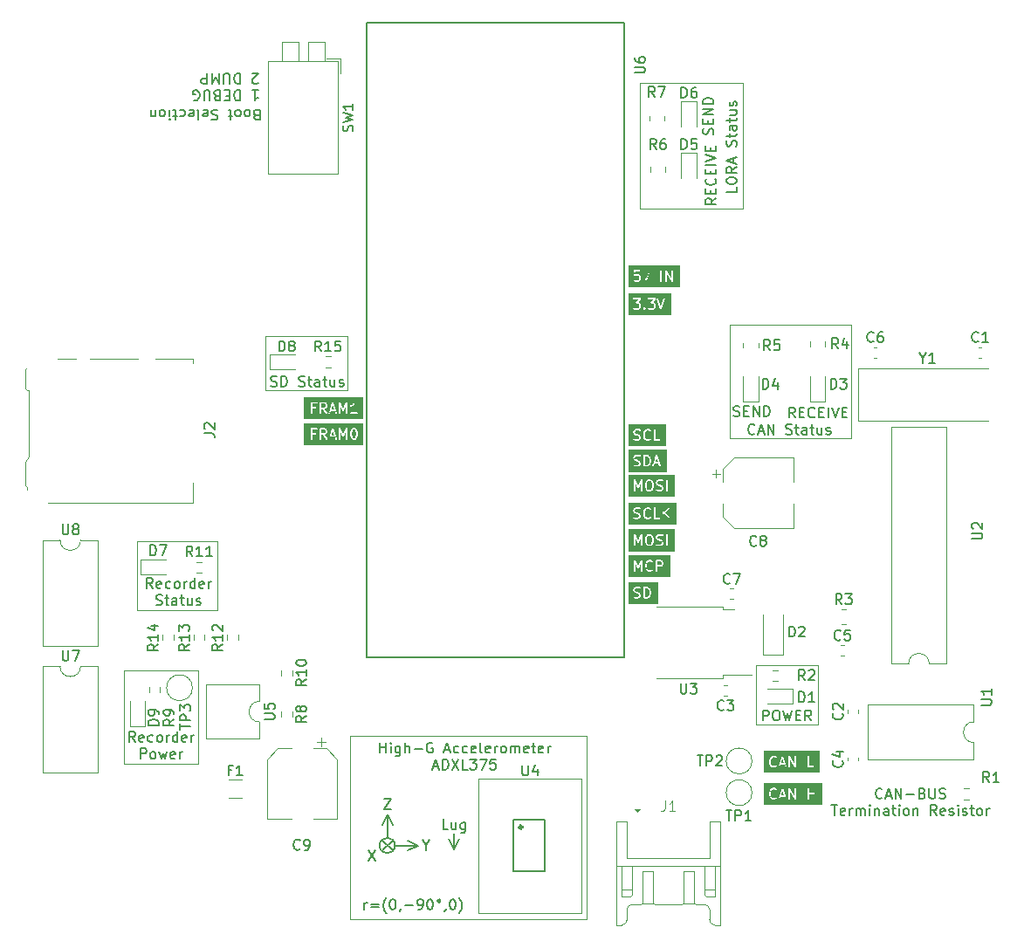
<source format=gbr>
%TF.GenerationSoftware,KiCad,Pcbnew,7.0.1-0*%
%TF.CreationDate,2023-05-25T18:19:08+09:00*%
%TF.ProjectId,MissionModule,4d697373-696f-46e4-9d6f-64756c652e6b,rev?*%
%TF.SameCoordinates,Original*%
%TF.FileFunction,Legend,Top*%
%TF.FilePolarity,Positive*%
%FSLAX46Y46*%
G04 Gerber Fmt 4.6, Leading zero omitted, Abs format (unit mm)*
G04 Created by KiCad (PCBNEW 7.0.1-0) date 2023-05-25 18:19:08*
%MOMM*%
%LPD*%
G01*
G04 APERTURE LIST*
%ADD10C,0.100000*%
%ADD11C,0.150000*%
%ADD12C,0.200000*%
%ADD13C,0.300000*%
%ADD14C,0.153000*%
%ADD15C,0.120000*%
%ADD16C,0.127000*%
G04 APERTURE END LIST*
D10*
X162250000Y-60000000D02*
X172250000Y-60000000D01*
X172250000Y-72250000D01*
X162250000Y-72250000D01*
X162250000Y-60000000D01*
D11*
X140750000Y-134000000D02*
X139750000Y-133500000D01*
D10*
X171000000Y-83500000D02*
X182750000Y-83500000D01*
X182750000Y-94500000D01*
X171000000Y-94500000D01*
X171000000Y-83500000D01*
D11*
X137750000Y-133250000D02*
X137750000Y-131000000D01*
D10*
X173500000Y-116500000D02*
X179500000Y-116500000D01*
X179500000Y-122250000D01*
X173500000Y-122250000D01*
X173500000Y-116500000D01*
D11*
X144250000Y-134375000D02*
X143750000Y-133375000D01*
D10*
X113500000Y-104500000D02*
X121250000Y-104500000D01*
X121250000Y-111200000D01*
X113500000Y-111200000D01*
X113500000Y-104500000D01*
D11*
X144250000Y-132875000D02*
X144250000Y-134375000D01*
X144250000Y-134375000D02*
X144750000Y-133375000D01*
X140750000Y-134000000D02*
X139750000Y-134500000D01*
X137750000Y-131000000D02*
X138250000Y-132000000D01*
D10*
X112250000Y-117000000D02*
X119450000Y-117000000D01*
X119450000Y-126050000D01*
X112250000Y-126050000D01*
X112250000Y-117000000D01*
D12*
X150000000Y-131500000D02*
X153000000Y-131500000D01*
X153000000Y-136500000D01*
X150000000Y-136500000D01*
X150000000Y-131500000D01*
D13*
X150850000Y-132200000D02*
G75*
G03*
X150850000Y-132200000I-150000J0D01*
G01*
D11*
X137250000Y-133500000D02*
X138250000Y-134500000D01*
D10*
X134110000Y-123407500D02*
X157110000Y-123407500D01*
X157110000Y-141157500D01*
X134110000Y-141157500D01*
X134110000Y-123407500D01*
D11*
X137750000Y-131000000D02*
X137250000Y-132000000D01*
X138500000Y-134000000D02*
X140750000Y-134000000D01*
X138500000Y-134000000D02*
G75*
G03*
X138500000Y-134000000I-750000J0D01*
G01*
D10*
X125900000Y-84599432D02*
X133900000Y-84599432D01*
X133900000Y-89849432D01*
X125900000Y-89849432D01*
X125900000Y-84599432D01*
D11*
X138250000Y-133500000D02*
X137250000Y-134500000D01*
X114999999Y-109057619D02*
X114666666Y-108581428D01*
X114428571Y-109057619D02*
X114428571Y-108057619D01*
X114428571Y-108057619D02*
X114809523Y-108057619D01*
X114809523Y-108057619D02*
X114904761Y-108105238D01*
X114904761Y-108105238D02*
X114952380Y-108152857D01*
X114952380Y-108152857D02*
X114999999Y-108248095D01*
X114999999Y-108248095D02*
X114999999Y-108390952D01*
X114999999Y-108390952D02*
X114952380Y-108486190D01*
X114952380Y-108486190D02*
X114904761Y-108533809D01*
X114904761Y-108533809D02*
X114809523Y-108581428D01*
X114809523Y-108581428D02*
X114428571Y-108581428D01*
X115809523Y-109010000D02*
X115714285Y-109057619D01*
X115714285Y-109057619D02*
X115523809Y-109057619D01*
X115523809Y-109057619D02*
X115428571Y-109010000D01*
X115428571Y-109010000D02*
X115380952Y-108914761D01*
X115380952Y-108914761D02*
X115380952Y-108533809D01*
X115380952Y-108533809D02*
X115428571Y-108438571D01*
X115428571Y-108438571D02*
X115523809Y-108390952D01*
X115523809Y-108390952D02*
X115714285Y-108390952D01*
X115714285Y-108390952D02*
X115809523Y-108438571D01*
X115809523Y-108438571D02*
X115857142Y-108533809D01*
X115857142Y-108533809D02*
X115857142Y-108629047D01*
X115857142Y-108629047D02*
X115380952Y-108724285D01*
X116714285Y-109010000D02*
X116619047Y-109057619D01*
X116619047Y-109057619D02*
X116428571Y-109057619D01*
X116428571Y-109057619D02*
X116333333Y-109010000D01*
X116333333Y-109010000D02*
X116285714Y-108962380D01*
X116285714Y-108962380D02*
X116238095Y-108867142D01*
X116238095Y-108867142D02*
X116238095Y-108581428D01*
X116238095Y-108581428D02*
X116285714Y-108486190D01*
X116285714Y-108486190D02*
X116333333Y-108438571D01*
X116333333Y-108438571D02*
X116428571Y-108390952D01*
X116428571Y-108390952D02*
X116619047Y-108390952D01*
X116619047Y-108390952D02*
X116714285Y-108438571D01*
X117285714Y-109057619D02*
X117190476Y-109010000D01*
X117190476Y-109010000D02*
X117142857Y-108962380D01*
X117142857Y-108962380D02*
X117095238Y-108867142D01*
X117095238Y-108867142D02*
X117095238Y-108581428D01*
X117095238Y-108581428D02*
X117142857Y-108486190D01*
X117142857Y-108486190D02*
X117190476Y-108438571D01*
X117190476Y-108438571D02*
X117285714Y-108390952D01*
X117285714Y-108390952D02*
X117428571Y-108390952D01*
X117428571Y-108390952D02*
X117523809Y-108438571D01*
X117523809Y-108438571D02*
X117571428Y-108486190D01*
X117571428Y-108486190D02*
X117619047Y-108581428D01*
X117619047Y-108581428D02*
X117619047Y-108867142D01*
X117619047Y-108867142D02*
X117571428Y-108962380D01*
X117571428Y-108962380D02*
X117523809Y-109010000D01*
X117523809Y-109010000D02*
X117428571Y-109057619D01*
X117428571Y-109057619D02*
X117285714Y-109057619D01*
X118047619Y-109057619D02*
X118047619Y-108390952D01*
X118047619Y-108581428D02*
X118095238Y-108486190D01*
X118095238Y-108486190D02*
X118142857Y-108438571D01*
X118142857Y-108438571D02*
X118238095Y-108390952D01*
X118238095Y-108390952D02*
X118333333Y-108390952D01*
X119095238Y-109057619D02*
X119095238Y-108057619D01*
X119095238Y-109010000D02*
X119000000Y-109057619D01*
X119000000Y-109057619D02*
X118809524Y-109057619D01*
X118809524Y-109057619D02*
X118714286Y-109010000D01*
X118714286Y-109010000D02*
X118666667Y-108962380D01*
X118666667Y-108962380D02*
X118619048Y-108867142D01*
X118619048Y-108867142D02*
X118619048Y-108581428D01*
X118619048Y-108581428D02*
X118666667Y-108486190D01*
X118666667Y-108486190D02*
X118714286Y-108438571D01*
X118714286Y-108438571D02*
X118809524Y-108390952D01*
X118809524Y-108390952D02*
X119000000Y-108390952D01*
X119000000Y-108390952D02*
X119095238Y-108438571D01*
X119952381Y-109010000D02*
X119857143Y-109057619D01*
X119857143Y-109057619D02*
X119666667Y-109057619D01*
X119666667Y-109057619D02*
X119571429Y-109010000D01*
X119571429Y-109010000D02*
X119523810Y-108914761D01*
X119523810Y-108914761D02*
X119523810Y-108533809D01*
X119523810Y-108533809D02*
X119571429Y-108438571D01*
X119571429Y-108438571D02*
X119666667Y-108390952D01*
X119666667Y-108390952D02*
X119857143Y-108390952D01*
X119857143Y-108390952D02*
X119952381Y-108438571D01*
X119952381Y-108438571D02*
X120000000Y-108533809D01*
X120000000Y-108533809D02*
X120000000Y-108629047D01*
X120000000Y-108629047D02*
X119523810Y-108724285D01*
X120428572Y-109057619D02*
X120428572Y-108390952D01*
X120428572Y-108581428D02*
X120476191Y-108486190D01*
X120476191Y-108486190D02*
X120523810Y-108438571D01*
X120523810Y-108438571D02*
X120619048Y-108390952D01*
X120619048Y-108390952D02*
X120714286Y-108390952D01*
X115333333Y-110630000D02*
X115476190Y-110677619D01*
X115476190Y-110677619D02*
X115714285Y-110677619D01*
X115714285Y-110677619D02*
X115809523Y-110630000D01*
X115809523Y-110630000D02*
X115857142Y-110582380D01*
X115857142Y-110582380D02*
X115904761Y-110487142D01*
X115904761Y-110487142D02*
X115904761Y-110391904D01*
X115904761Y-110391904D02*
X115857142Y-110296666D01*
X115857142Y-110296666D02*
X115809523Y-110249047D01*
X115809523Y-110249047D02*
X115714285Y-110201428D01*
X115714285Y-110201428D02*
X115523809Y-110153809D01*
X115523809Y-110153809D02*
X115428571Y-110106190D01*
X115428571Y-110106190D02*
X115380952Y-110058571D01*
X115380952Y-110058571D02*
X115333333Y-109963333D01*
X115333333Y-109963333D02*
X115333333Y-109868095D01*
X115333333Y-109868095D02*
X115380952Y-109772857D01*
X115380952Y-109772857D02*
X115428571Y-109725238D01*
X115428571Y-109725238D02*
X115523809Y-109677619D01*
X115523809Y-109677619D02*
X115761904Y-109677619D01*
X115761904Y-109677619D02*
X115904761Y-109725238D01*
X116190476Y-110010952D02*
X116571428Y-110010952D01*
X116333333Y-109677619D02*
X116333333Y-110534761D01*
X116333333Y-110534761D02*
X116380952Y-110630000D01*
X116380952Y-110630000D02*
X116476190Y-110677619D01*
X116476190Y-110677619D02*
X116571428Y-110677619D01*
X117333333Y-110677619D02*
X117333333Y-110153809D01*
X117333333Y-110153809D02*
X117285714Y-110058571D01*
X117285714Y-110058571D02*
X117190476Y-110010952D01*
X117190476Y-110010952D02*
X117000000Y-110010952D01*
X117000000Y-110010952D02*
X116904762Y-110058571D01*
X117333333Y-110630000D02*
X117238095Y-110677619D01*
X117238095Y-110677619D02*
X117000000Y-110677619D01*
X117000000Y-110677619D02*
X116904762Y-110630000D01*
X116904762Y-110630000D02*
X116857143Y-110534761D01*
X116857143Y-110534761D02*
X116857143Y-110439523D01*
X116857143Y-110439523D02*
X116904762Y-110344285D01*
X116904762Y-110344285D02*
X117000000Y-110296666D01*
X117000000Y-110296666D02*
X117238095Y-110296666D01*
X117238095Y-110296666D02*
X117333333Y-110249047D01*
X117666667Y-110010952D02*
X118047619Y-110010952D01*
X117809524Y-109677619D02*
X117809524Y-110534761D01*
X117809524Y-110534761D02*
X117857143Y-110630000D01*
X117857143Y-110630000D02*
X117952381Y-110677619D01*
X117952381Y-110677619D02*
X118047619Y-110677619D01*
X118809524Y-110010952D02*
X118809524Y-110677619D01*
X118380953Y-110010952D02*
X118380953Y-110534761D01*
X118380953Y-110534761D02*
X118428572Y-110630000D01*
X118428572Y-110630000D02*
X118523810Y-110677619D01*
X118523810Y-110677619D02*
X118666667Y-110677619D01*
X118666667Y-110677619D02*
X118761905Y-110630000D01*
X118761905Y-110630000D02*
X118809524Y-110582380D01*
X119238096Y-110630000D02*
X119333334Y-110677619D01*
X119333334Y-110677619D02*
X119523810Y-110677619D01*
X119523810Y-110677619D02*
X119619048Y-110630000D01*
X119619048Y-110630000D02*
X119666667Y-110534761D01*
X119666667Y-110534761D02*
X119666667Y-110487142D01*
X119666667Y-110487142D02*
X119619048Y-110391904D01*
X119619048Y-110391904D02*
X119523810Y-110344285D01*
X119523810Y-110344285D02*
X119380953Y-110344285D01*
X119380953Y-110344285D02*
X119285715Y-110296666D01*
X119285715Y-110296666D02*
X119238096Y-110201428D01*
X119238096Y-110201428D02*
X119238096Y-110153809D01*
X119238096Y-110153809D02*
X119285715Y-110058571D01*
X119285715Y-110058571D02*
X119380953Y-110010952D01*
X119380953Y-110010952D02*
X119523810Y-110010952D01*
X119523810Y-110010952D02*
X119619048Y-110058571D01*
D14*
G36*
X165292952Y-82563039D02*
G01*
X161127643Y-82563039D01*
X161127643Y-81861123D01*
X161563330Y-81861123D01*
X161572879Y-81905021D01*
X161629598Y-81961741D01*
X161636173Y-81972810D01*
X161655027Y-81982237D01*
X161673527Y-81992339D01*
X161675017Y-81992232D01*
X161747815Y-82028631D01*
X161763251Y-82038551D01*
X161778885Y-82038551D01*
X161794272Y-82041320D01*
X161800948Y-82038551D01*
X162067310Y-82038551D01*
X162085548Y-82040520D01*
X162099528Y-82033529D01*
X162114533Y-82029124D01*
X162119267Y-82023660D01*
X162192296Y-81987145D01*
X162204877Y-81984409D01*
X162219788Y-81969497D01*
X162235216Y-81955147D01*
X162235586Y-81953698D01*
X162261595Y-81927688D01*
X162272663Y-81921115D01*
X162278848Y-81908744D01*
X162563330Y-81908744D01*
X162566941Y-81925345D01*
X162568154Y-81942296D01*
X162571643Y-81946956D01*
X162572880Y-81952642D01*
X162584894Y-81964656D01*
X162595078Y-81978259D01*
X162600530Y-81980292D01*
X162622575Y-82002338D01*
X162623403Y-82005156D01*
X162634163Y-82014480D01*
X162642696Y-82025878D01*
X162650809Y-82028904D01*
X162657355Y-82034576D01*
X162665928Y-82035808D01*
X162673528Y-82039958D01*
X162679332Y-82039543D01*
X162684788Y-82041578D01*
X162693251Y-82039736D01*
X162701823Y-82040969D01*
X162709700Y-82037371D01*
X162718339Y-82036754D01*
X162722999Y-82033265D01*
X162728686Y-82032028D01*
X162734808Y-82025905D01*
X162742688Y-82022307D01*
X162747370Y-82015020D01*
X162754303Y-82009831D01*
X162756337Y-82004377D01*
X162788323Y-81972390D01*
X162801921Y-81962212D01*
X162807858Y-81946294D01*
X162816002Y-81931380D01*
X162815587Y-81925576D01*
X162817622Y-81920121D01*
X162814009Y-81903514D01*
X162812798Y-81886569D01*
X162809310Y-81881909D01*
X162808073Y-81876223D01*
X162796058Y-81864208D01*
X162793749Y-81861123D01*
X162991901Y-81861123D01*
X163001450Y-81905021D01*
X163058169Y-81961741D01*
X163064744Y-81972810D01*
X163083598Y-81982237D01*
X163102098Y-81992339D01*
X163103588Y-81992232D01*
X163176386Y-82028631D01*
X163191822Y-82038551D01*
X163207456Y-82038551D01*
X163222843Y-82041320D01*
X163229519Y-82038551D01*
X163495881Y-82038551D01*
X163514119Y-82040520D01*
X163528099Y-82033529D01*
X163543104Y-82029124D01*
X163547838Y-82023660D01*
X163620867Y-81987145D01*
X163633448Y-81984409D01*
X163648359Y-81969497D01*
X163663787Y-81955147D01*
X163664157Y-81953698D01*
X163690166Y-81927688D01*
X163701234Y-81921115D01*
X163710658Y-81902266D01*
X163720764Y-81883759D01*
X163720657Y-81882268D01*
X163757055Y-81809472D01*
X163766975Y-81794037D01*
X163766975Y-81778403D01*
X163769744Y-81763016D01*
X163766975Y-81756340D01*
X163766975Y-81537596D01*
X163768944Y-81519358D01*
X163761953Y-81505376D01*
X163757548Y-81490374D01*
X163752085Y-81485640D01*
X163715569Y-81412608D01*
X163712833Y-81400031D01*
X163697937Y-81385135D01*
X163683571Y-81369691D01*
X163682122Y-81369320D01*
X163656113Y-81343311D01*
X163649540Y-81332244D01*
X163630695Y-81322821D01*
X163612185Y-81312714D01*
X163610693Y-81312820D01*
X163537897Y-81276422D01*
X163524553Y-81267847D01*
X163733387Y-81029180D01*
X163733580Y-81029124D01*
X163748187Y-81012265D01*
X163755291Y-81004148D01*
X163755369Y-81003977D01*
X163763000Y-80995172D01*
X163764604Y-80984011D01*
X163769337Y-80973779D01*
X163768108Y-80964932D01*
X163896512Y-80964932D01*
X164232572Y-81973113D01*
X164232261Y-81981734D01*
X164239539Y-81994013D01*
X164240427Y-81996677D01*
X164245122Y-82003432D01*
X164255167Y-82020380D01*
X164257826Y-82021712D01*
X164259523Y-82024154D01*
X164277727Y-82031685D01*
X164295332Y-82040507D01*
X164298286Y-82040190D01*
X164301036Y-82041328D01*
X164320416Y-82037822D01*
X164340001Y-82035726D01*
X164342318Y-82033860D01*
X164345244Y-82033331D01*
X164359649Y-82019907D01*
X164374994Y-82007553D01*
X164375934Y-82004731D01*
X164378110Y-82002704D01*
X164382972Y-81983617D01*
X164718909Y-80975807D01*
X164720118Y-80942369D01*
X164697212Y-80903722D01*
X164657047Y-80883595D01*
X164612378Y-80888377D01*
X164577385Y-80916550D01*
X164309523Y-81720135D01*
X164045286Y-80927424D01*
X164026190Y-80899948D01*
X163984677Y-80882774D01*
X163940469Y-80890771D01*
X163907603Y-80921398D01*
X163896512Y-80964932D01*
X163768108Y-80964932D01*
X163767734Y-80962238D01*
X163769393Y-80950704D01*
X163764709Y-80940448D01*
X163763159Y-80929281D01*
X163755571Y-80920439D01*
X163750731Y-80909839D01*
X163741244Y-80903742D01*
X163733903Y-80895187D01*
X163722740Y-80891850D01*
X163712938Y-80885551D01*
X163701663Y-80885551D01*
X163690860Y-80882322D01*
X163679663Y-80885551D01*
X163060428Y-80885551D01*
X163028323Y-80894978D01*
X162998903Y-80928930D01*
X162992510Y-80973398D01*
X163011172Y-81014263D01*
X163048965Y-81038551D01*
X163521887Y-81038551D01*
X163314229Y-81275873D01*
X163314037Y-81275930D01*
X163299429Y-81292788D01*
X163292326Y-81300906D01*
X163292247Y-81301076D01*
X163284617Y-81309882D01*
X163283012Y-81321042D01*
X163278280Y-81331275D01*
X163279882Y-81342815D01*
X163278224Y-81354350D01*
X163282907Y-81364605D01*
X163284458Y-81375773D01*
X163292045Y-81384614D01*
X163296886Y-81395215D01*
X163306372Y-81401311D01*
X163313714Y-81409867D01*
X163324876Y-81413203D01*
X163334679Y-81419503D01*
X163345954Y-81419503D01*
X163356757Y-81422732D01*
X163367954Y-81419503D01*
X163481940Y-81419503D01*
X163549921Y-81453493D01*
X163579985Y-81483558D01*
X163613975Y-81551537D01*
X163613975Y-81753515D01*
X163579984Y-81821496D01*
X163549921Y-81851560D01*
X163481940Y-81885551D01*
X163232344Y-81885551D01*
X163164362Y-81851560D01*
X163117744Y-81804941D01*
X163088377Y-81788905D01*
X163043566Y-81792109D01*
X163007602Y-81819031D01*
X162991901Y-81861123D01*
X162793749Y-81861123D01*
X162785875Y-81850605D01*
X162780421Y-81848570D01*
X162758376Y-81826526D01*
X162757549Y-81823707D01*
X162746787Y-81814381D01*
X162738255Y-81802985D01*
X162730143Y-81799959D01*
X162723597Y-81794287D01*
X162715024Y-81793054D01*
X162707425Y-81788905D01*
X162701619Y-81789320D01*
X162696163Y-81787285D01*
X162687699Y-81789126D01*
X162679129Y-81787894D01*
X162671251Y-81791491D01*
X162662614Y-81792109D01*
X162657954Y-81795597D01*
X162652265Y-81796835D01*
X162646141Y-81802958D01*
X162638264Y-81806556D01*
X162633581Y-81813842D01*
X162626650Y-81819031D01*
X162624615Y-81824485D01*
X162592633Y-81856468D01*
X162579030Y-81866652D01*
X162573091Y-81882572D01*
X162564949Y-81897485D01*
X162565364Y-81903290D01*
X162563330Y-81908744D01*
X162278848Y-81908744D01*
X162282087Y-81902266D01*
X162292193Y-81883759D01*
X162292086Y-81882268D01*
X162328484Y-81809472D01*
X162338404Y-81794037D01*
X162338404Y-81778403D01*
X162341173Y-81763016D01*
X162338404Y-81756340D01*
X162338404Y-81537596D01*
X162340373Y-81519358D01*
X162333382Y-81505376D01*
X162328977Y-81490374D01*
X162323514Y-81485640D01*
X162286998Y-81412608D01*
X162284262Y-81400031D01*
X162269366Y-81385135D01*
X162255000Y-81369691D01*
X162253551Y-81369320D01*
X162227542Y-81343311D01*
X162220969Y-81332244D01*
X162202124Y-81322821D01*
X162183614Y-81312714D01*
X162182122Y-81312820D01*
X162109326Y-81276422D01*
X162095982Y-81267847D01*
X162304816Y-81029180D01*
X162305009Y-81029124D01*
X162319616Y-81012265D01*
X162326720Y-81004148D01*
X162326798Y-81003977D01*
X162334429Y-80995172D01*
X162336033Y-80984011D01*
X162340766Y-80973779D01*
X162339163Y-80962238D01*
X162340822Y-80950704D01*
X162336138Y-80940448D01*
X162334588Y-80929281D01*
X162327000Y-80920439D01*
X162322160Y-80909839D01*
X162312673Y-80903742D01*
X162305332Y-80895187D01*
X162294169Y-80891850D01*
X162284367Y-80885551D01*
X162273092Y-80885551D01*
X162262289Y-80882322D01*
X162251092Y-80885551D01*
X161631857Y-80885551D01*
X161599752Y-80894978D01*
X161570332Y-80928930D01*
X161563939Y-80973398D01*
X161582601Y-81014263D01*
X161620394Y-81038551D01*
X162093316Y-81038551D01*
X161885658Y-81275873D01*
X161885466Y-81275930D01*
X161870858Y-81292788D01*
X161863755Y-81300906D01*
X161863676Y-81301076D01*
X161856046Y-81309882D01*
X161854441Y-81321042D01*
X161849709Y-81331275D01*
X161851311Y-81342815D01*
X161849653Y-81354350D01*
X161854336Y-81364605D01*
X161855887Y-81375773D01*
X161863474Y-81384614D01*
X161868315Y-81395215D01*
X161877801Y-81401311D01*
X161885143Y-81409867D01*
X161896305Y-81413203D01*
X161906108Y-81419503D01*
X161917383Y-81419503D01*
X161928186Y-81422732D01*
X161939383Y-81419503D01*
X162053369Y-81419503D01*
X162121350Y-81453493D01*
X162151414Y-81483558D01*
X162185404Y-81551537D01*
X162185404Y-81753515D01*
X162151413Y-81821496D01*
X162121350Y-81851560D01*
X162053369Y-81885551D01*
X161803773Y-81885551D01*
X161735791Y-81851560D01*
X161689173Y-81804941D01*
X161659806Y-81788905D01*
X161614995Y-81792109D01*
X161579031Y-81819031D01*
X161563330Y-81861123D01*
X161127643Y-81861123D01*
X161127643Y-80435825D01*
X165292952Y-80435825D01*
X165292952Y-82563039D01*
G37*
G36*
X163030105Y-96276534D02*
G01*
X163103795Y-96350224D01*
X163142105Y-96426844D01*
X163185404Y-96600039D01*
X163185404Y-96724061D01*
X163142105Y-96897255D01*
X163103794Y-96973876D01*
X163030104Y-97047567D01*
X162916156Y-97085551D01*
X162766976Y-97085551D01*
X162766976Y-96238551D01*
X162916156Y-96238551D01*
X163030105Y-96276534D01*
G37*
G36*
X164012909Y-96799836D02*
G01*
X163748996Y-96799836D01*
X163880952Y-96403966D01*
X164012909Y-96799836D01*
G37*
G36*
X164864381Y-97763039D02*
G01*
X161127643Y-97763039D01*
X161127643Y-96361085D01*
X161611207Y-96361085D01*
X161613976Y-96367761D01*
X161613976Y-96443647D01*
X161612007Y-96461885D01*
X161618997Y-96475865D01*
X161623403Y-96490870D01*
X161628866Y-96495604D01*
X161665381Y-96568633D01*
X161668118Y-96581213D01*
X161683024Y-96596119D01*
X161697380Y-96611553D01*
X161698827Y-96611923D01*
X161724838Y-96637933D01*
X161731411Y-96649000D01*
X161750256Y-96658422D01*
X161768766Y-96668529D01*
X161770255Y-96668422D01*
X161834552Y-96700570D01*
X161840606Y-96707009D01*
X161854252Y-96710420D01*
X161856579Y-96711584D01*
X161864883Y-96713078D01*
X162044728Y-96758039D01*
X162121350Y-96796350D01*
X162151414Y-96826415D01*
X162185404Y-96894394D01*
X162185404Y-96953515D01*
X162151413Y-97021496D01*
X162121350Y-97051560D01*
X162053369Y-97085551D01*
X161845747Y-97085551D01*
X161704232Y-97038379D01*
X161670793Y-97037170D01*
X161632147Y-97060076D01*
X161612020Y-97100241D01*
X161616801Y-97144910D01*
X161644974Y-97179903D01*
X161800042Y-97231592D01*
X161810870Y-97238551D01*
X161831940Y-97238551D01*
X161853015Y-97239313D01*
X161854301Y-97238551D01*
X162067310Y-97238551D01*
X162085548Y-97240520D01*
X162099528Y-97233529D01*
X162114533Y-97229124D01*
X162119267Y-97223660D01*
X162192296Y-97187145D01*
X162204877Y-97184409D01*
X162215887Y-97173398D01*
X162611558Y-97173398D01*
X162618616Y-97188853D01*
X162623403Y-97205156D01*
X162627801Y-97208967D01*
X162630220Y-97214263D01*
X162644514Y-97223449D01*
X162657355Y-97234576D01*
X162663116Y-97235404D01*
X162668013Y-97238551D01*
X162685004Y-97238551D01*
X162701823Y-97240969D01*
X162707118Y-97238551D01*
X162918978Y-97238551D01*
X162931452Y-97241729D01*
X162951449Y-97235062D01*
X162971676Y-97229124D01*
X162972654Y-97227994D01*
X163091711Y-97188308D01*
X163109638Y-97184409D01*
X163112313Y-97181734D01*
X163470357Y-97181734D01*
X163493263Y-97220380D01*
X163533428Y-97240507D01*
X163578097Y-97235726D01*
X163613090Y-97207553D01*
X163697996Y-96952836D01*
X164063909Y-96952836D01*
X164145189Y-97196677D01*
X164164285Y-97224154D01*
X164205798Y-97241328D01*
X164250006Y-97233331D01*
X164282872Y-97202704D01*
X164293963Y-97159169D01*
X164197343Y-96869310D01*
X164197965Y-96864989D01*
X164190330Y-96848271D01*
X163957902Y-96150987D01*
X163958214Y-96142369D01*
X163950937Y-96130091D01*
X163950048Y-96127424D01*
X163945347Y-96120661D01*
X163935308Y-96103722D01*
X163932648Y-96102389D01*
X163930952Y-96099948D01*
X163912747Y-96092416D01*
X163895143Y-96083595D01*
X163892188Y-96083911D01*
X163889439Y-96082774D01*
X163870050Y-96086281D01*
X163850474Y-96088377D01*
X163848158Y-96090241D01*
X163845231Y-96090771D01*
X163830817Y-96104202D01*
X163815481Y-96116550D01*
X163814540Y-96119370D01*
X163812365Y-96121398D01*
X163807501Y-96140489D01*
X163575089Y-96837724D01*
X163570332Y-96843215D01*
X163568111Y-96858657D01*
X163471566Y-97148295D01*
X163470357Y-97181734D01*
X163112313Y-97181734D01*
X163120692Y-97173354D01*
X163133531Y-97164432D01*
X163136294Y-97157752D01*
X163213976Y-97080069D01*
X163225044Y-97073496D01*
X163234468Y-97054647D01*
X163244574Y-97036140D01*
X163244467Y-97034649D01*
X163276614Y-96970354D01*
X163283053Y-96964301D01*
X163286464Y-96950654D01*
X163287628Y-96948328D01*
X163289122Y-96940023D01*
X163333066Y-96764246D01*
X163338404Y-96755942D01*
X163338404Y-96742898D01*
X163338788Y-96741362D01*
X163338404Y-96731915D01*
X163338404Y-96603212D01*
X163341568Y-96593860D01*
X163338404Y-96581204D01*
X163338404Y-96579622D01*
X163335742Y-96570557D01*
X163291805Y-96394810D01*
X163292754Y-96386025D01*
X163286464Y-96373446D01*
X163285833Y-96370920D01*
X163281559Y-96363635D01*
X163239379Y-96279275D01*
X163236643Y-96266698D01*
X163221747Y-96251802D01*
X163207381Y-96236358D01*
X163205932Y-96235987D01*
X163128433Y-96158488D01*
X163116929Y-96144199D01*
X163102099Y-96139255D01*
X163088376Y-96131762D01*
X163081165Y-96132277D01*
X162961861Y-96092509D01*
X162951034Y-96085551D01*
X162929964Y-96085551D01*
X162908888Y-96084789D01*
X162907602Y-96085551D01*
X162695948Y-96085551D01*
X162679129Y-96083133D01*
X162663673Y-96090191D01*
X162647371Y-96094978D01*
X162643559Y-96099376D01*
X162638264Y-96101795D01*
X162629077Y-96116089D01*
X162617951Y-96128930D01*
X162617122Y-96134691D01*
X162613976Y-96139588D01*
X162613976Y-96156579D01*
X162611558Y-96173398D01*
X162613976Y-96178693D01*
X162613976Y-97156579D01*
X162611558Y-97173398D01*
X162215887Y-97173398D01*
X162219788Y-97169497D01*
X162235216Y-97155147D01*
X162235586Y-97153698D01*
X162261595Y-97127688D01*
X162272663Y-97121115D01*
X162282087Y-97102266D01*
X162292193Y-97083759D01*
X162292086Y-97082268D01*
X162328484Y-97009472D01*
X162338404Y-96994037D01*
X162338404Y-96978403D01*
X162341173Y-96963016D01*
X162338404Y-96956340D01*
X162338404Y-96880453D01*
X162340373Y-96862215D01*
X162333382Y-96848233D01*
X162328977Y-96833231D01*
X162323514Y-96828497D01*
X162286998Y-96755465D01*
X162284262Y-96742888D01*
X162269366Y-96727992D01*
X162255000Y-96712548D01*
X162253551Y-96712177D01*
X162227542Y-96686168D01*
X162220969Y-96675101D01*
X162202124Y-96665678D01*
X162183614Y-96655571D01*
X162182122Y-96655677D01*
X162117827Y-96623530D01*
X162111774Y-96617092D01*
X162098128Y-96613680D01*
X162095801Y-96612517D01*
X162087495Y-96611022D01*
X161907652Y-96566061D01*
X161831029Y-96527750D01*
X161800967Y-96497688D01*
X161766976Y-96429706D01*
X161766976Y-96370586D01*
X161800966Y-96302604D01*
X161831031Y-96272540D01*
X161899010Y-96238551D01*
X162106632Y-96238551D01*
X162248148Y-96285723D01*
X162281586Y-96286932D01*
X162320233Y-96264026D01*
X162340360Y-96223861D01*
X162335578Y-96179192D01*
X162307405Y-96144199D01*
X162152337Y-96092509D01*
X162141510Y-96085551D01*
X162120440Y-96085551D01*
X162099364Y-96084789D01*
X162098078Y-96085551D01*
X161885069Y-96085551D01*
X161866831Y-96083582D01*
X161852849Y-96090572D01*
X161837847Y-96094978D01*
X161833113Y-96100440D01*
X161760081Y-96136956D01*
X161747504Y-96139693D01*
X161732608Y-96154588D01*
X161717164Y-96168955D01*
X161716793Y-96170403D01*
X161690784Y-96196412D01*
X161679717Y-96202986D01*
X161670294Y-96221830D01*
X161660187Y-96240341D01*
X161660293Y-96241832D01*
X161623895Y-96314628D01*
X161613976Y-96330064D01*
X161613976Y-96345698D01*
X161611207Y-96361085D01*
X161127643Y-96361085D01*
X161127643Y-95635825D01*
X164864381Y-95635825D01*
X164864381Y-97763039D01*
G37*
G36*
X176222528Y-129099836D02*
G01*
X175958615Y-129099836D01*
X176090571Y-128703966D01*
X176222528Y-129099836D01*
G37*
G36*
X179931143Y-130063039D02*
G01*
X174289643Y-130063039D01*
X174289643Y-129030241D01*
X174772812Y-129030241D01*
X174775976Y-129042897D01*
X174775976Y-129044479D01*
X174778637Y-129053544D01*
X174822574Y-129229289D01*
X174821626Y-129238075D01*
X174827915Y-129250653D01*
X174828547Y-129253180D01*
X174832820Y-129260464D01*
X174874999Y-129344821D01*
X174877736Y-129357403D01*
X174892655Y-129372323D01*
X174906999Y-129387743D01*
X174908445Y-129388112D01*
X174985944Y-129465612D01*
X174997450Y-129479903D01*
X175012280Y-129484846D01*
X175026004Y-129492340D01*
X175033213Y-129491824D01*
X175152518Y-129531592D01*
X175163346Y-129538551D01*
X175184416Y-129538551D01*
X175205491Y-129539313D01*
X175206777Y-129538551D01*
X175271454Y-129538551D01*
X175283928Y-129541729D01*
X175303925Y-129535062D01*
X175324152Y-129529124D01*
X175325130Y-129527994D01*
X175444185Y-129488309D01*
X175462115Y-129484409D01*
X175464790Y-129481734D01*
X175679976Y-129481734D01*
X175702882Y-129520380D01*
X175743047Y-129540507D01*
X175787716Y-129535726D01*
X175822709Y-129507553D01*
X175907615Y-129252836D01*
X176273528Y-129252836D01*
X176354808Y-129496677D01*
X176373904Y-129524154D01*
X176415417Y-129541328D01*
X176459625Y-129533331D01*
X176492491Y-129502704D01*
X176503582Y-129459169D01*
X176406962Y-129169310D01*
X176407584Y-129164989D01*
X176399949Y-129148271D01*
X176177359Y-128480502D01*
X176679673Y-128480502D01*
X176680738Y-128482366D01*
X176680738Y-129473051D01*
X176690165Y-129505156D01*
X176724117Y-129534576D01*
X176768585Y-129540969D01*
X176809450Y-129522307D01*
X176833738Y-129484514D01*
X176833738Y-128750116D01*
X177257792Y-129492212D01*
X177261593Y-129505156D01*
X177277065Y-129518562D01*
X177291816Y-129532754D01*
X177293922Y-129533169D01*
X177295545Y-129534576D01*
X177315805Y-129537488D01*
X177335891Y-129541453D01*
X177337888Y-129540663D01*
X177340013Y-129540969D01*
X177358640Y-129532462D01*
X177377672Y-129524941D01*
X177378924Y-129523199D01*
X177380878Y-129522307D01*
X177391946Y-129505083D01*
X177403894Y-129488464D01*
X177404005Y-129486319D01*
X177405166Y-129484514D01*
X177405166Y-129464045D01*
X177406231Y-129443600D01*
X177405166Y-129441736D01*
X177405166Y-128949588D01*
X178487844Y-128949588D01*
X178490262Y-128954883D01*
X178490262Y-129473051D01*
X178499689Y-129505156D01*
X178533641Y-129534576D01*
X178578109Y-129540969D01*
X178618974Y-129522307D01*
X178643262Y-129484514D01*
X178643262Y-129014741D01*
X179061690Y-129014741D01*
X179061690Y-129473051D01*
X179071117Y-129505156D01*
X179105069Y-129534576D01*
X179149537Y-129540969D01*
X179190402Y-129522307D01*
X179214690Y-129484514D01*
X179214690Y-128943713D01*
X179217108Y-128926894D01*
X179214690Y-128921599D01*
X179214690Y-128451051D01*
X179205263Y-128418946D01*
X179171311Y-128389526D01*
X179126843Y-128383133D01*
X179085978Y-128401795D01*
X179061690Y-128439588D01*
X179061690Y-128861741D01*
X178643262Y-128861741D01*
X178643262Y-128451051D01*
X178633835Y-128418946D01*
X178599883Y-128389526D01*
X178555415Y-128383133D01*
X178514550Y-128401795D01*
X178490262Y-128439588D01*
X178490262Y-128932769D01*
X178487844Y-128949588D01*
X177405166Y-128949588D01*
X177405166Y-128451051D01*
X177395739Y-128418946D01*
X177361787Y-128389526D01*
X177317319Y-128383133D01*
X177276454Y-128401795D01*
X177252166Y-128439588D01*
X177252166Y-129173986D01*
X176828111Y-128431889D01*
X176824311Y-128418946D01*
X176808838Y-128405539D01*
X176794088Y-128391348D01*
X176791981Y-128390932D01*
X176790359Y-128389526D01*
X176770098Y-128386613D01*
X176750013Y-128382649D01*
X176748015Y-128383438D01*
X176745891Y-128383133D01*
X176727263Y-128391639D01*
X176708232Y-128399161D01*
X176706980Y-128400902D01*
X176705026Y-128401795D01*
X176693953Y-128419023D01*
X176682010Y-128435639D01*
X176681898Y-128437782D01*
X176680738Y-128439588D01*
X176680738Y-128460057D01*
X176679673Y-128480502D01*
X176177359Y-128480502D01*
X176167521Y-128450987D01*
X176167833Y-128442369D01*
X176160556Y-128430091D01*
X176159667Y-128427424D01*
X176154966Y-128420661D01*
X176144927Y-128403722D01*
X176142267Y-128402389D01*
X176140571Y-128399948D01*
X176122366Y-128392416D01*
X176104762Y-128383595D01*
X176101807Y-128383911D01*
X176099058Y-128382774D01*
X176079669Y-128386281D01*
X176060093Y-128388377D01*
X176057777Y-128390241D01*
X176054850Y-128390771D01*
X176040436Y-128404202D01*
X176025100Y-128416550D01*
X176024159Y-128419370D01*
X176021984Y-128421398D01*
X176017120Y-128440489D01*
X175784708Y-129137724D01*
X175779951Y-129143215D01*
X175777730Y-129158657D01*
X175681185Y-129448295D01*
X175679976Y-129481734D01*
X175464790Y-129481734D01*
X175473170Y-129473352D01*
X175486007Y-129464432D01*
X175488770Y-129457753D01*
X175533395Y-129413127D01*
X175549431Y-129383759D01*
X175546226Y-129338948D01*
X175519302Y-129302985D01*
X175477210Y-129287285D01*
X175433312Y-129296835D01*
X175382580Y-129347567D01*
X175268632Y-129385551D01*
X175198223Y-129385551D01*
X175084275Y-129347568D01*
X175010585Y-129273876D01*
X174972274Y-129197255D01*
X174928976Y-129024061D01*
X174928976Y-128900040D01*
X174972274Y-128726845D01*
X175010586Y-128650223D01*
X175084275Y-128576533D01*
X175198223Y-128538551D01*
X175268632Y-128538551D01*
X175382580Y-128576533D01*
X175425207Y-128619161D01*
X175454575Y-128635196D01*
X175499386Y-128631992D01*
X175535350Y-128605069D01*
X175551050Y-128562977D01*
X175541500Y-128519079D01*
X175480909Y-128458488D01*
X175469405Y-128444199D01*
X175454575Y-128439255D01*
X175440852Y-128431762D01*
X175433641Y-128432277D01*
X175314337Y-128392509D01*
X175303510Y-128385551D01*
X175282440Y-128385551D01*
X175261364Y-128384789D01*
X175260078Y-128385551D01*
X175195401Y-128385551D01*
X175182927Y-128382373D01*
X175162921Y-128389041D01*
X175142704Y-128394978D01*
X175141725Y-128396106D01*
X175022666Y-128435793D01*
X175004742Y-128439693D01*
X174993688Y-128450746D01*
X174980849Y-128459670D01*
X174978085Y-128466349D01*
X174900403Y-128544031D01*
X174889336Y-128550605D01*
X174879913Y-128569449D01*
X174869806Y-128587960D01*
X174869912Y-128589451D01*
X174837765Y-128653746D01*
X174831327Y-128659800D01*
X174827915Y-128673446D01*
X174826752Y-128675773D01*
X174825257Y-128684078D01*
X174781313Y-128859853D01*
X174775976Y-128868159D01*
X174775976Y-128881204D01*
X174775592Y-128882740D01*
X174775976Y-128892187D01*
X174775976Y-129020889D01*
X174772812Y-129030241D01*
X174289643Y-129030241D01*
X174289643Y-127935825D01*
X179931143Y-127935825D01*
X179931143Y-130063039D01*
G37*
D11*
X135511905Y-140212619D02*
X135511905Y-139545952D01*
X135511905Y-139736428D02*
X135559524Y-139641190D01*
X135559524Y-139641190D02*
X135607143Y-139593571D01*
X135607143Y-139593571D02*
X135702381Y-139545952D01*
X135702381Y-139545952D02*
X135797619Y-139545952D01*
X136130953Y-139688809D02*
X136892858Y-139688809D01*
X136892858Y-139974523D02*
X136130953Y-139974523D01*
X137654762Y-140593571D02*
X137607143Y-140545952D01*
X137607143Y-140545952D02*
X137511905Y-140403095D01*
X137511905Y-140403095D02*
X137464286Y-140307857D01*
X137464286Y-140307857D02*
X137416667Y-140165000D01*
X137416667Y-140165000D02*
X137369048Y-139926904D01*
X137369048Y-139926904D02*
X137369048Y-139736428D01*
X137369048Y-139736428D02*
X137416667Y-139498333D01*
X137416667Y-139498333D02*
X137464286Y-139355476D01*
X137464286Y-139355476D02*
X137511905Y-139260238D01*
X137511905Y-139260238D02*
X137607143Y-139117380D01*
X137607143Y-139117380D02*
X137654762Y-139069761D01*
X138226191Y-139212619D02*
X138321429Y-139212619D01*
X138321429Y-139212619D02*
X138416667Y-139260238D01*
X138416667Y-139260238D02*
X138464286Y-139307857D01*
X138464286Y-139307857D02*
X138511905Y-139403095D01*
X138511905Y-139403095D02*
X138559524Y-139593571D01*
X138559524Y-139593571D02*
X138559524Y-139831666D01*
X138559524Y-139831666D02*
X138511905Y-140022142D01*
X138511905Y-140022142D02*
X138464286Y-140117380D01*
X138464286Y-140117380D02*
X138416667Y-140165000D01*
X138416667Y-140165000D02*
X138321429Y-140212619D01*
X138321429Y-140212619D02*
X138226191Y-140212619D01*
X138226191Y-140212619D02*
X138130953Y-140165000D01*
X138130953Y-140165000D02*
X138083334Y-140117380D01*
X138083334Y-140117380D02*
X138035715Y-140022142D01*
X138035715Y-140022142D02*
X137988096Y-139831666D01*
X137988096Y-139831666D02*
X137988096Y-139593571D01*
X137988096Y-139593571D02*
X138035715Y-139403095D01*
X138035715Y-139403095D02*
X138083334Y-139307857D01*
X138083334Y-139307857D02*
X138130953Y-139260238D01*
X138130953Y-139260238D02*
X138226191Y-139212619D01*
X139035715Y-140165000D02*
X139035715Y-140212619D01*
X139035715Y-140212619D02*
X138988096Y-140307857D01*
X138988096Y-140307857D02*
X138940477Y-140355476D01*
X139464286Y-139831666D02*
X140226191Y-139831666D01*
X140750000Y-140212619D02*
X140940476Y-140212619D01*
X140940476Y-140212619D02*
X141035714Y-140165000D01*
X141035714Y-140165000D02*
X141083333Y-140117380D01*
X141083333Y-140117380D02*
X141178571Y-139974523D01*
X141178571Y-139974523D02*
X141226190Y-139784047D01*
X141226190Y-139784047D02*
X141226190Y-139403095D01*
X141226190Y-139403095D02*
X141178571Y-139307857D01*
X141178571Y-139307857D02*
X141130952Y-139260238D01*
X141130952Y-139260238D02*
X141035714Y-139212619D01*
X141035714Y-139212619D02*
X140845238Y-139212619D01*
X140845238Y-139212619D02*
X140750000Y-139260238D01*
X140750000Y-139260238D02*
X140702381Y-139307857D01*
X140702381Y-139307857D02*
X140654762Y-139403095D01*
X140654762Y-139403095D02*
X140654762Y-139641190D01*
X140654762Y-139641190D02*
X140702381Y-139736428D01*
X140702381Y-139736428D02*
X140750000Y-139784047D01*
X140750000Y-139784047D02*
X140845238Y-139831666D01*
X140845238Y-139831666D02*
X141035714Y-139831666D01*
X141035714Y-139831666D02*
X141130952Y-139784047D01*
X141130952Y-139784047D02*
X141178571Y-139736428D01*
X141178571Y-139736428D02*
X141226190Y-139641190D01*
X141845238Y-139212619D02*
X141940476Y-139212619D01*
X141940476Y-139212619D02*
X142035714Y-139260238D01*
X142035714Y-139260238D02*
X142083333Y-139307857D01*
X142083333Y-139307857D02*
X142130952Y-139403095D01*
X142130952Y-139403095D02*
X142178571Y-139593571D01*
X142178571Y-139593571D02*
X142178571Y-139831666D01*
X142178571Y-139831666D02*
X142130952Y-140022142D01*
X142130952Y-140022142D02*
X142083333Y-140117380D01*
X142083333Y-140117380D02*
X142035714Y-140165000D01*
X142035714Y-140165000D02*
X141940476Y-140212619D01*
X141940476Y-140212619D02*
X141845238Y-140212619D01*
X141845238Y-140212619D02*
X141750000Y-140165000D01*
X141750000Y-140165000D02*
X141702381Y-140117380D01*
X141702381Y-140117380D02*
X141654762Y-140022142D01*
X141654762Y-140022142D02*
X141607143Y-139831666D01*
X141607143Y-139831666D02*
X141607143Y-139593571D01*
X141607143Y-139593571D02*
X141654762Y-139403095D01*
X141654762Y-139403095D02*
X141702381Y-139307857D01*
X141702381Y-139307857D02*
X141750000Y-139260238D01*
X141750000Y-139260238D02*
X141845238Y-139212619D01*
X142750000Y-139212619D02*
X142654762Y-139260238D01*
X142654762Y-139260238D02*
X142607143Y-139355476D01*
X142607143Y-139355476D02*
X142654762Y-139450714D01*
X142654762Y-139450714D02*
X142750000Y-139498333D01*
X142750000Y-139498333D02*
X142845238Y-139450714D01*
X142845238Y-139450714D02*
X142892857Y-139355476D01*
X142892857Y-139355476D02*
X142845238Y-139260238D01*
X142845238Y-139260238D02*
X142750000Y-139212619D01*
X143416667Y-140165000D02*
X143416667Y-140212619D01*
X143416667Y-140212619D02*
X143369048Y-140307857D01*
X143369048Y-140307857D02*
X143321429Y-140355476D01*
X144035714Y-139212619D02*
X144130952Y-139212619D01*
X144130952Y-139212619D02*
X144226190Y-139260238D01*
X144226190Y-139260238D02*
X144273809Y-139307857D01*
X144273809Y-139307857D02*
X144321428Y-139403095D01*
X144321428Y-139403095D02*
X144369047Y-139593571D01*
X144369047Y-139593571D02*
X144369047Y-139831666D01*
X144369047Y-139831666D02*
X144321428Y-140022142D01*
X144321428Y-140022142D02*
X144273809Y-140117380D01*
X144273809Y-140117380D02*
X144226190Y-140165000D01*
X144226190Y-140165000D02*
X144130952Y-140212619D01*
X144130952Y-140212619D02*
X144035714Y-140212619D01*
X144035714Y-140212619D02*
X143940476Y-140165000D01*
X143940476Y-140165000D02*
X143892857Y-140117380D01*
X143892857Y-140117380D02*
X143845238Y-140022142D01*
X143845238Y-140022142D02*
X143797619Y-139831666D01*
X143797619Y-139831666D02*
X143797619Y-139593571D01*
X143797619Y-139593571D02*
X143845238Y-139403095D01*
X143845238Y-139403095D02*
X143892857Y-139307857D01*
X143892857Y-139307857D02*
X143940476Y-139260238D01*
X143940476Y-139260238D02*
X144035714Y-139212619D01*
X144702381Y-140593571D02*
X144750000Y-140545952D01*
X144750000Y-140545952D02*
X144845238Y-140403095D01*
X144845238Y-140403095D02*
X144892857Y-140307857D01*
X144892857Y-140307857D02*
X144940476Y-140165000D01*
X144940476Y-140165000D02*
X144988095Y-139926904D01*
X144988095Y-139926904D02*
X144988095Y-139736428D01*
X144988095Y-139736428D02*
X144940476Y-139498333D01*
X144940476Y-139498333D02*
X144892857Y-139355476D01*
X144892857Y-139355476D02*
X144845238Y-139260238D01*
X144845238Y-139260238D02*
X144750000Y-139117380D01*
X144750000Y-139117380D02*
X144702381Y-139069761D01*
D14*
G36*
X165816762Y-102863039D02*
G01*
X161127643Y-102863039D01*
X161127643Y-101461085D01*
X161611207Y-101461085D01*
X161613976Y-101467761D01*
X161613976Y-101543647D01*
X161612007Y-101561885D01*
X161618997Y-101575865D01*
X161623403Y-101590870D01*
X161628866Y-101595604D01*
X161665381Y-101668633D01*
X161668118Y-101681213D01*
X161683024Y-101696119D01*
X161697380Y-101711553D01*
X161698827Y-101711923D01*
X161724838Y-101737933D01*
X161731411Y-101749000D01*
X161750256Y-101758422D01*
X161768766Y-101768529D01*
X161770255Y-101768422D01*
X161834552Y-101800570D01*
X161840606Y-101807009D01*
X161854252Y-101810420D01*
X161856579Y-101811584D01*
X161864883Y-101813078D01*
X162044728Y-101858039D01*
X162121350Y-101896350D01*
X162151414Y-101926415D01*
X162185404Y-101994394D01*
X162185404Y-102053515D01*
X162151413Y-102121496D01*
X162121350Y-102151560D01*
X162053369Y-102185551D01*
X161845747Y-102185551D01*
X161704232Y-102138379D01*
X161670793Y-102137170D01*
X161632147Y-102160076D01*
X161612020Y-102200241D01*
X161616801Y-102244910D01*
X161644974Y-102279903D01*
X161800042Y-102331592D01*
X161810870Y-102338551D01*
X161831940Y-102338551D01*
X161853015Y-102339313D01*
X161854301Y-102338551D01*
X162067310Y-102338551D01*
X162085548Y-102340520D01*
X162099528Y-102333529D01*
X162114533Y-102329124D01*
X162119267Y-102323660D01*
X162192296Y-102287145D01*
X162204877Y-102284409D01*
X162219788Y-102269497D01*
X162235216Y-102255147D01*
X162235586Y-102253698D01*
X162261595Y-102227688D01*
X162272663Y-102221115D01*
X162282087Y-102202266D01*
X162292193Y-102183759D01*
X162292086Y-102182268D01*
X162328484Y-102109472D01*
X162338404Y-102094037D01*
X162338404Y-102078403D01*
X162341173Y-102063016D01*
X162338404Y-102056340D01*
X162338404Y-101980453D01*
X162340373Y-101962215D01*
X162333382Y-101948233D01*
X162328977Y-101933231D01*
X162323514Y-101928497D01*
X162286998Y-101855465D01*
X162284262Y-101842888D01*
X162271615Y-101830241D01*
X162563193Y-101830241D01*
X162566357Y-101842897D01*
X162566357Y-101844479D01*
X162569018Y-101853544D01*
X162612955Y-102029289D01*
X162612007Y-102038075D01*
X162618296Y-102050653D01*
X162618928Y-102053180D01*
X162623201Y-102060464D01*
X162665380Y-102144821D01*
X162668117Y-102157403D01*
X162683036Y-102172323D01*
X162697380Y-102187743D01*
X162698826Y-102188112D01*
X162776325Y-102265612D01*
X162787831Y-102279903D01*
X162802661Y-102284846D01*
X162816385Y-102292340D01*
X162823594Y-102291824D01*
X162942899Y-102331592D01*
X162953727Y-102338551D01*
X162974797Y-102338551D01*
X162995872Y-102339313D01*
X162997158Y-102338551D01*
X163061835Y-102338551D01*
X163074309Y-102341729D01*
X163094306Y-102335062D01*
X163114533Y-102329124D01*
X163115511Y-102327994D01*
X163234566Y-102288309D01*
X163252496Y-102284409D01*
X163263505Y-102273398D01*
X163611558Y-102273398D01*
X163618616Y-102288853D01*
X163623403Y-102305156D01*
X163627801Y-102308967D01*
X163630220Y-102314263D01*
X163644514Y-102323449D01*
X163657355Y-102334576D01*
X163663116Y-102335404D01*
X163668013Y-102338551D01*
X163685004Y-102338551D01*
X163701823Y-102340969D01*
X163707118Y-102338551D01*
X164177666Y-102338551D01*
X164209771Y-102329124D01*
X164239191Y-102295172D01*
X164245584Y-102250704D01*
X164226922Y-102209839D01*
X164189129Y-102185551D01*
X163766976Y-102185551D01*
X163766976Y-101816531D01*
X164422092Y-101816531D01*
X164423500Y-101836217D01*
X164423500Y-102273051D01*
X164432927Y-102305156D01*
X164466879Y-102334576D01*
X164511347Y-102340969D01*
X164552212Y-102322307D01*
X164576500Y-102284514D01*
X164576500Y-101865166D01*
X164634579Y-101807086D01*
X165016828Y-102316751D01*
X165043633Y-102336779D01*
X165088446Y-102339944D01*
X165127856Y-102318377D01*
X165149351Y-102278929D01*
X165146106Y-102234122D01*
X164743865Y-101697800D01*
X165133300Y-101308367D01*
X165149335Y-101278999D01*
X165146131Y-101234188D01*
X165119208Y-101198224D01*
X165077116Y-101182524D01*
X165033218Y-101192074D01*
X164596516Y-101628775D01*
X164586429Y-101634296D01*
X164580960Y-101644331D01*
X164576500Y-101648792D01*
X164576500Y-101251051D01*
X164567073Y-101218946D01*
X164533121Y-101189526D01*
X164488653Y-101183133D01*
X164447788Y-101201795D01*
X164423500Y-101239588D01*
X164423500Y-101813953D01*
X164422092Y-101816531D01*
X163766976Y-101816531D01*
X163766976Y-101251051D01*
X163757549Y-101218946D01*
X163723597Y-101189526D01*
X163679129Y-101183133D01*
X163638264Y-101201795D01*
X163613976Y-101239588D01*
X163613976Y-102256579D01*
X163611558Y-102273398D01*
X163263505Y-102273398D01*
X163263551Y-102273352D01*
X163276388Y-102264432D01*
X163279151Y-102257753D01*
X163323776Y-102213127D01*
X163339812Y-102183759D01*
X163336607Y-102138948D01*
X163309683Y-102102985D01*
X163267591Y-102087285D01*
X163223693Y-102096835D01*
X163172961Y-102147567D01*
X163059013Y-102185551D01*
X162988604Y-102185551D01*
X162874656Y-102147568D01*
X162800966Y-102073876D01*
X162762655Y-101997255D01*
X162719357Y-101824061D01*
X162719357Y-101700040D01*
X162762655Y-101526845D01*
X162800967Y-101450223D01*
X162874656Y-101376533D01*
X162988604Y-101338551D01*
X163059013Y-101338551D01*
X163172961Y-101376533D01*
X163215588Y-101419161D01*
X163244956Y-101435196D01*
X163289767Y-101431992D01*
X163325731Y-101405069D01*
X163341431Y-101362977D01*
X163331881Y-101319079D01*
X163271290Y-101258488D01*
X163259786Y-101244199D01*
X163244956Y-101239255D01*
X163231233Y-101231762D01*
X163224022Y-101232277D01*
X163104718Y-101192509D01*
X163093891Y-101185551D01*
X163072821Y-101185551D01*
X163051745Y-101184789D01*
X163050459Y-101185551D01*
X162985782Y-101185551D01*
X162973308Y-101182373D01*
X162953302Y-101189041D01*
X162933085Y-101194978D01*
X162932106Y-101196106D01*
X162813047Y-101235793D01*
X162795123Y-101239693D01*
X162784069Y-101250746D01*
X162771230Y-101259670D01*
X162768466Y-101266349D01*
X162690784Y-101344031D01*
X162679717Y-101350605D01*
X162670294Y-101369449D01*
X162660187Y-101387960D01*
X162660293Y-101389451D01*
X162628146Y-101453746D01*
X162621708Y-101459800D01*
X162618296Y-101473446D01*
X162617133Y-101475773D01*
X162615638Y-101484078D01*
X162571694Y-101659853D01*
X162566357Y-101668159D01*
X162566357Y-101681204D01*
X162565973Y-101682740D01*
X162566357Y-101692187D01*
X162566357Y-101820889D01*
X162563193Y-101830241D01*
X162271615Y-101830241D01*
X162269366Y-101827992D01*
X162255000Y-101812548D01*
X162253551Y-101812177D01*
X162227542Y-101786168D01*
X162220969Y-101775101D01*
X162202124Y-101765678D01*
X162183614Y-101755571D01*
X162182122Y-101755677D01*
X162117827Y-101723530D01*
X162111774Y-101717092D01*
X162098128Y-101713680D01*
X162095801Y-101712517D01*
X162087495Y-101711022D01*
X161907652Y-101666061D01*
X161831029Y-101627750D01*
X161800967Y-101597688D01*
X161766976Y-101529706D01*
X161766976Y-101470586D01*
X161800966Y-101402604D01*
X161831031Y-101372540D01*
X161899010Y-101338551D01*
X162106632Y-101338551D01*
X162248148Y-101385723D01*
X162281586Y-101386932D01*
X162320233Y-101364026D01*
X162340360Y-101323861D01*
X162335578Y-101279192D01*
X162307405Y-101244199D01*
X162152337Y-101192509D01*
X162141510Y-101185551D01*
X162120440Y-101185551D01*
X162099364Y-101184789D01*
X162098078Y-101185551D01*
X161885069Y-101185551D01*
X161866831Y-101183582D01*
X161852849Y-101190572D01*
X161837847Y-101194978D01*
X161833113Y-101200440D01*
X161760081Y-101236956D01*
X161747504Y-101239693D01*
X161732608Y-101254588D01*
X161717164Y-101268955D01*
X161716793Y-101270403D01*
X161690784Y-101296412D01*
X161679717Y-101302986D01*
X161670294Y-101321830D01*
X161660187Y-101340341D01*
X161660293Y-101341832D01*
X161623895Y-101414628D01*
X161613976Y-101430064D01*
X161613976Y-101445698D01*
X161611207Y-101461085D01*
X161127643Y-101461085D01*
X161127643Y-100735825D01*
X165816762Y-100735825D01*
X165816762Y-102863039D01*
G37*
D11*
X171338095Y-92330000D02*
X171480952Y-92377619D01*
X171480952Y-92377619D02*
X171719047Y-92377619D01*
X171719047Y-92377619D02*
X171814285Y-92330000D01*
X171814285Y-92330000D02*
X171861904Y-92282380D01*
X171861904Y-92282380D02*
X171909523Y-92187142D01*
X171909523Y-92187142D02*
X171909523Y-92091904D01*
X171909523Y-92091904D02*
X171861904Y-91996666D01*
X171861904Y-91996666D02*
X171814285Y-91949047D01*
X171814285Y-91949047D02*
X171719047Y-91901428D01*
X171719047Y-91901428D02*
X171528571Y-91853809D01*
X171528571Y-91853809D02*
X171433333Y-91806190D01*
X171433333Y-91806190D02*
X171385714Y-91758571D01*
X171385714Y-91758571D02*
X171338095Y-91663333D01*
X171338095Y-91663333D02*
X171338095Y-91568095D01*
X171338095Y-91568095D02*
X171385714Y-91472857D01*
X171385714Y-91472857D02*
X171433333Y-91425238D01*
X171433333Y-91425238D02*
X171528571Y-91377619D01*
X171528571Y-91377619D02*
X171766666Y-91377619D01*
X171766666Y-91377619D02*
X171909523Y-91425238D01*
X172338095Y-91853809D02*
X172671428Y-91853809D01*
X172814285Y-92377619D02*
X172338095Y-92377619D01*
X172338095Y-92377619D02*
X172338095Y-91377619D01*
X172338095Y-91377619D02*
X172814285Y-91377619D01*
X173242857Y-92377619D02*
X173242857Y-91377619D01*
X173242857Y-91377619D02*
X173814285Y-92377619D01*
X173814285Y-92377619D02*
X173814285Y-91377619D01*
X174290476Y-92377619D02*
X174290476Y-91377619D01*
X174290476Y-91377619D02*
X174528571Y-91377619D01*
X174528571Y-91377619D02*
X174671428Y-91425238D01*
X174671428Y-91425238D02*
X174766666Y-91520476D01*
X174766666Y-91520476D02*
X174814285Y-91615714D01*
X174814285Y-91615714D02*
X174861904Y-91806190D01*
X174861904Y-91806190D02*
X174861904Y-91949047D01*
X174861904Y-91949047D02*
X174814285Y-92139523D01*
X174814285Y-92139523D02*
X174766666Y-92234761D01*
X174766666Y-92234761D02*
X174671428Y-92330000D01*
X174671428Y-92330000D02*
X174528571Y-92377619D01*
X174528571Y-92377619D02*
X174290476Y-92377619D01*
X174190476Y-121877619D02*
X174190476Y-120877619D01*
X174190476Y-120877619D02*
X174571428Y-120877619D01*
X174571428Y-120877619D02*
X174666666Y-120925238D01*
X174666666Y-120925238D02*
X174714285Y-120972857D01*
X174714285Y-120972857D02*
X174761904Y-121068095D01*
X174761904Y-121068095D02*
X174761904Y-121210952D01*
X174761904Y-121210952D02*
X174714285Y-121306190D01*
X174714285Y-121306190D02*
X174666666Y-121353809D01*
X174666666Y-121353809D02*
X174571428Y-121401428D01*
X174571428Y-121401428D02*
X174190476Y-121401428D01*
X175380952Y-120877619D02*
X175571428Y-120877619D01*
X175571428Y-120877619D02*
X175666666Y-120925238D01*
X175666666Y-120925238D02*
X175761904Y-121020476D01*
X175761904Y-121020476D02*
X175809523Y-121210952D01*
X175809523Y-121210952D02*
X175809523Y-121544285D01*
X175809523Y-121544285D02*
X175761904Y-121734761D01*
X175761904Y-121734761D02*
X175666666Y-121830000D01*
X175666666Y-121830000D02*
X175571428Y-121877619D01*
X175571428Y-121877619D02*
X175380952Y-121877619D01*
X175380952Y-121877619D02*
X175285714Y-121830000D01*
X175285714Y-121830000D02*
X175190476Y-121734761D01*
X175190476Y-121734761D02*
X175142857Y-121544285D01*
X175142857Y-121544285D02*
X175142857Y-121210952D01*
X175142857Y-121210952D02*
X175190476Y-121020476D01*
X175190476Y-121020476D02*
X175285714Y-120925238D01*
X175285714Y-120925238D02*
X175380952Y-120877619D01*
X176142857Y-120877619D02*
X176380952Y-121877619D01*
X176380952Y-121877619D02*
X176571428Y-121163333D01*
X176571428Y-121163333D02*
X176761904Y-121877619D01*
X176761904Y-121877619D02*
X177000000Y-120877619D01*
X177380952Y-121353809D02*
X177714285Y-121353809D01*
X177857142Y-121877619D02*
X177380952Y-121877619D01*
X177380952Y-121877619D02*
X177380952Y-120877619D01*
X177380952Y-120877619D02*
X177857142Y-120877619D01*
X178857142Y-121877619D02*
X178523809Y-121401428D01*
X178285714Y-121877619D02*
X178285714Y-120877619D01*
X178285714Y-120877619D02*
X178666666Y-120877619D01*
X178666666Y-120877619D02*
X178761904Y-120925238D01*
X178761904Y-120925238D02*
X178809523Y-120972857D01*
X178809523Y-120972857D02*
X178857142Y-121068095D01*
X178857142Y-121068095D02*
X178857142Y-121210952D01*
X178857142Y-121210952D02*
X178809523Y-121306190D01*
X178809523Y-121306190D02*
X178761904Y-121353809D01*
X178761904Y-121353809D02*
X178666666Y-121401428D01*
X178666666Y-121401428D02*
X178285714Y-121401428D01*
X169330000Y-65011904D02*
X169377619Y-64869047D01*
X169377619Y-64869047D02*
X169377619Y-64630952D01*
X169377619Y-64630952D02*
X169330000Y-64535714D01*
X169330000Y-64535714D02*
X169282380Y-64488095D01*
X169282380Y-64488095D02*
X169187142Y-64440476D01*
X169187142Y-64440476D02*
X169091904Y-64440476D01*
X169091904Y-64440476D02*
X168996666Y-64488095D01*
X168996666Y-64488095D02*
X168949047Y-64535714D01*
X168949047Y-64535714D02*
X168901428Y-64630952D01*
X168901428Y-64630952D02*
X168853809Y-64821428D01*
X168853809Y-64821428D02*
X168806190Y-64916666D01*
X168806190Y-64916666D02*
X168758571Y-64964285D01*
X168758571Y-64964285D02*
X168663333Y-65011904D01*
X168663333Y-65011904D02*
X168568095Y-65011904D01*
X168568095Y-65011904D02*
X168472857Y-64964285D01*
X168472857Y-64964285D02*
X168425238Y-64916666D01*
X168425238Y-64916666D02*
X168377619Y-64821428D01*
X168377619Y-64821428D02*
X168377619Y-64583333D01*
X168377619Y-64583333D02*
X168425238Y-64440476D01*
X168853809Y-64011904D02*
X168853809Y-63678571D01*
X169377619Y-63535714D02*
X169377619Y-64011904D01*
X169377619Y-64011904D02*
X168377619Y-64011904D01*
X168377619Y-64011904D02*
X168377619Y-63535714D01*
X169377619Y-63107142D02*
X168377619Y-63107142D01*
X168377619Y-63107142D02*
X169377619Y-62535714D01*
X169377619Y-62535714D02*
X168377619Y-62535714D01*
X169377619Y-62059523D02*
X168377619Y-62059523D01*
X168377619Y-62059523D02*
X168377619Y-61821428D01*
X168377619Y-61821428D02*
X168425238Y-61678571D01*
X168425238Y-61678571D02*
X168520476Y-61583333D01*
X168520476Y-61583333D02*
X168615714Y-61535714D01*
X168615714Y-61535714D02*
X168806190Y-61488095D01*
X168806190Y-61488095D02*
X168949047Y-61488095D01*
X168949047Y-61488095D02*
X169139523Y-61535714D01*
X169139523Y-61535714D02*
X169234761Y-61583333D01*
X169234761Y-61583333D02*
X169330000Y-61678571D01*
X169330000Y-61678571D02*
X169377619Y-61821428D01*
X169377619Y-61821428D02*
X169377619Y-62059523D01*
X177285714Y-92502619D02*
X176952381Y-92026428D01*
X176714286Y-92502619D02*
X176714286Y-91502619D01*
X176714286Y-91502619D02*
X177095238Y-91502619D01*
X177095238Y-91502619D02*
X177190476Y-91550238D01*
X177190476Y-91550238D02*
X177238095Y-91597857D01*
X177238095Y-91597857D02*
X177285714Y-91693095D01*
X177285714Y-91693095D02*
X177285714Y-91835952D01*
X177285714Y-91835952D02*
X177238095Y-91931190D01*
X177238095Y-91931190D02*
X177190476Y-91978809D01*
X177190476Y-91978809D02*
X177095238Y-92026428D01*
X177095238Y-92026428D02*
X176714286Y-92026428D01*
X177714286Y-91978809D02*
X178047619Y-91978809D01*
X178190476Y-92502619D02*
X177714286Y-92502619D01*
X177714286Y-92502619D02*
X177714286Y-91502619D01*
X177714286Y-91502619D02*
X178190476Y-91502619D01*
X179190476Y-92407380D02*
X179142857Y-92455000D01*
X179142857Y-92455000D02*
X179000000Y-92502619D01*
X179000000Y-92502619D02*
X178904762Y-92502619D01*
X178904762Y-92502619D02*
X178761905Y-92455000D01*
X178761905Y-92455000D02*
X178666667Y-92359761D01*
X178666667Y-92359761D02*
X178619048Y-92264523D01*
X178619048Y-92264523D02*
X178571429Y-92074047D01*
X178571429Y-92074047D02*
X178571429Y-91931190D01*
X178571429Y-91931190D02*
X178619048Y-91740714D01*
X178619048Y-91740714D02*
X178666667Y-91645476D01*
X178666667Y-91645476D02*
X178761905Y-91550238D01*
X178761905Y-91550238D02*
X178904762Y-91502619D01*
X178904762Y-91502619D02*
X179000000Y-91502619D01*
X179000000Y-91502619D02*
X179142857Y-91550238D01*
X179142857Y-91550238D02*
X179190476Y-91597857D01*
X179619048Y-91978809D02*
X179952381Y-91978809D01*
X180095238Y-92502619D02*
X179619048Y-92502619D01*
X179619048Y-92502619D02*
X179619048Y-91502619D01*
X179619048Y-91502619D02*
X180095238Y-91502619D01*
X180523810Y-92502619D02*
X180523810Y-91502619D01*
X180857143Y-91502619D02*
X181190476Y-92502619D01*
X181190476Y-92502619D02*
X181523809Y-91502619D01*
X181857143Y-91978809D02*
X182190476Y-91978809D01*
X182333333Y-92502619D02*
X181857143Y-92502619D01*
X181857143Y-92502619D02*
X181857143Y-91502619D01*
X181857143Y-91502619D02*
X182333333Y-91502619D01*
D14*
G36*
X164311826Y-106472541D02*
G01*
X164341890Y-106502606D01*
X164375880Y-106570585D01*
X164375880Y-106677325D01*
X164341889Y-106745307D01*
X164311827Y-106775369D01*
X164243845Y-106809360D01*
X163957452Y-106809360D01*
X163957452Y-106438551D01*
X164243845Y-106438551D01*
X164311826Y-106472541D01*
G37*
G36*
X165197714Y-107963039D02*
G01*
X161127643Y-107963039D01*
X161127643Y-106374046D01*
X161659273Y-106374046D01*
X161661595Y-106379022D01*
X161661595Y-107373051D01*
X161671022Y-107405156D01*
X161704974Y-107434576D01*
X161749442Y-107440969D01*
X161790307Y-107422307D01*
X161814595Y-107384514D01*
X161814595Y-106706879D01*
X162001830Y-107108098D01*
X162010745Y-107128051D01*
X162020874Y-107134679D01*
X162028876Y-107143761D01*
X162039282Y-107146724D01*
X162048337Y-107152649D01*
X162060440Y-107152748D01*
X162072084Y-107156064D01*
X162082441Y-107152929D01*
X162093260Y-107153019D01*
X162103497Y-107146558D01*
X162115084Y-107143052D01*
X162122102Y-107134816D01*
X162131252Y-107129042D01*
X162136370Y-107118074D01*
X162144223Y-107108860D01*
X162145674Y-107098135D01*
X162328261Y-106706880D01*
X162328261Y-107373051D01*
X162337688Y-107405156D01*
X162371640Y-107434576D01*
X162416108Y-107440969D01*
X162456973Y-107422307D01*
X162481261Y-107384514D01*
X162481261Y-106930241D01*
X162753669Y-106930241D01*
X162756833Y-106942897D01*
X162756833Y-106944479D01*
X162759494Y-106953544D01*
X162803431Y-107129289D01*
X162802483Y-107138075D01*
X162808772Y-107150653D01*
X162809404Y-107153180D01*
X162813677Y-107160464D01*
X162855856Y-107244821D01*
X162858593Y-107257403D01*
X162873512Y-107272323D01*
X162887856Y-107287743D01*
X162889302Y-107288112D01*
X162966801Y-107365612D01*
X162978307Y-107379903D01*
X162993137Y-107384846D01*
X163006861Y-107392340D01*
X163014070Y-107391824D01*
X163133375Y-107431592D01*
X163144203Y-107438551D01*
X163165273Y-107438551D01*
X163186348Y-107439313D01*
X163187634Y-107438551D01*
X163252311Y-107438551D01*
X163264785Y-107441729D01*
X163284782Y-107435062D01*
X163305009Y-107429124D01*
X163305987Y-107427994D01*
X163425042Y-107388309D01*
X163442972Y-107384409D01*
X163454027Y-107373352D01*
X163466864Y-107364432D01*
X163469627Y-107357753D01*
X163514252Y-107313127D01*
X163530288Y-107283759D01*
X163527083Y-107238948D01*
X163500159Y-107202985D01*
X163458067Y-107187285D01*
X163414169Y-107196835D01*
X163363437Y-107247567D01*
X163249489Y-107285551D01*
X163179080Y-107285551D01*
X163065132Y-107247568D01*
X162991442Y-107173876D01*
X162953131Y-107097255D01*
X162909833Y-106924061D01*
X162909833Y-106897207D01*
X163802034Y-106897207D01*
X163804452Y-106902502D01*
X163804452Y-107373051D01*
X163813879Y-107405156D01*
X163847831Y-107434576D01*
X163892299Y-107440969D01*
X163933164Y-107422307D01*
X163957452Y-107384514D01*
X163957452Y-106962360D01*
X164257786Y-106962360D01*
X164276024Y-106964329D01*
X164290004Y-106957338D01*
X164305009Y-106952933D01*
X164309743Y-106947469D01*
X164382772Y-106910954D01*
X164395352Y-106908218D01*
X164410258Y-106893311D01*
X164425692Y-106878956D01*
X164426062Y-106877508D01*
X164452072Y-106851497D01*
X164463139Y-106844925D01*
X164472561Y-106826079D01*
X164482668Y-106807570D01*
X164482561Y-106806080D01*
X164518960Y-106733282D01*
X164528880Y-106717847D01*
X164528880Y-106702213D01*
X164531649Y-106686826D01*
X164528880Y-106680150D01*
X164528880Y-106556644D01*
X164530849Y-106538406D01*
X164523858Y-106524424D01*
X164519453Y-106509422D01*
X164513990Y-106504688D01*
X164477474Y-106431656D01*
X164474738Y-106419079D01*
X164459842Y-106404183D01*
X164445476Y-106388739D01*
X164444027Y-106388368D01*
X164418018Y-106362359D01*
X164411445Y-106351292D01*
X164392600Y-106341869D01*
X164374090Y-106331762D01*
X164372598Y-106331868D01*
X164299802Y-106295470D01*
X164284367Y-106285551D01*
X164268733Y-106285551D01*
X164253346Y-106282782D01*
X164246670Y-106285551D01*
X163886424Y-106285551D01*
X163869605Y-106283133D01*
X163854149Y-106290191D01*
X163837847Y-106294978D01*
X163834035Y-106299376D01*
X163828740Y-106301795D01*
X163819553Y-106316089D01*
X163808427Y-106328930D01*
X163807598Y-106334691D01*
X163804452Y-106339588D01*
X163804452Y-106356579D01*
X163802034Y-106373398D01*
X163804452Y-106378693D01*
X163804452Y-106880388D01*
X163802034Y-106897207D01*
X162909833Y-106897207D01*
X162909833Y-106800040D01*
X162953131Y-106626845D01*
X162991443Y-106550223D01*
X163065132Y-106476533D01*
X163179080Y-106438551D01*
X163249489Y-106438551D01*
X163363437Y-106476533D01*
X163406064Y-106519161D01*
X163435432Y-106535196D01*
X163480243Y-106531992D01*
X163516207Y-106505069D01*
X163531907Y-106462977D01*
X163522357Y-106419079D01*
X163461766Y-106358488D01*
X163450262Y-106344199D01*
X163435432Y-106339255D01*
X163421709Y-106331762D01*
X163414498Y-106332277D01*
X163295194Y-106292509D01*
X163284367Y-106285551D01*
X163263297Y-106285551D01*
X163242221Y-106284789D01*
X163240935Y-106285551D01*
X163176258Y-106285551D01*
X163163784Y-106282373D01*
X163143778Y-106289041D01*
X163123561Y-106294978D01*
X163122582Y-106296106D01*
X163003523Y-106335793D01*
X162985599Y-106339693D01*
X162974545Y-106350746D01*
X162961706Y-106359670D01*
X162958942Y-106366349D01*
X162881260Y-106444031D01*
X162870193Y-106450605D01*
X162860770Y-106469449D01*
X162850663Y-106487960D01*
X162850769Y-106489451D01*
X162818622Y-106553746D01*
X162812184Y-106559800D01*
X162808772Y-106573446D01*
X162807609Y-106575773D01*
X162806114Y-106584078D01*
X162762170Y-106759853D01*
X162756833Y-106768159D01*
X162756833Y-106781204D01*
X162756449Y-106782740D01*
X162756833Y-106792187D01*
X162756833Y-106920889D01*
X162753669Y-106930241D01*
X162481261Y-106930241D01*
X162481261Y-106367841D01*
X162483770Y-106351354D01*
X162476709Y-106335549D01*
X162471834Y-106318946D01*
X162467685Y-106315351D01*
X162465445Y-106310336D01*
X162450959Y-106300857D01*
X162437882Y-106289526D01*
X162432447Y-106288744D01*
X162427852Y-106285738D01*
X162410542Y-106285595D01*
X162393414Y-106283133D01*
X162388420Y-106285413D01*
X162382929Y-106285368D01*
X162368289Y-106294606D01*
X162352549Y-106301795D01*
X162349581Y-106306413D01*
X162344937Y-106309344D01*
X162337616Y-106325029D01*
X162328261Y-106339588D01*
X162328261Y-106345078D01*
X162071427Y-106895435D01*
X161809866Y-106334947D01*
X161805168Y-106318946D01*
X161792087Y-106307611D01*
X161780647Y-106294626D01*
X161775366Y-106293122D01*
X161771216Y-106289526D01*
X161754083Y-106287062D01*
X161737439Y-106282324D01*
X161732182Y-106283914D01*
X161726748Y-106283133D01*
X161711004Y-106290322D01*
X161694439Y-106295335D01*
X161690877Y-106299514D01*
X161685883Y-106301795D01*
X161676525Y-106316355D01*
X161665300Y-106329528D01*
X161664563Y-106334969D01*
X161661595Y-106339588D01*
X161661595Y-106356895D01*
X161659273Y-106374046D01*
X161127643Y-106374046D01*
X161127643Y-105835825D01*
X165197714Y-105835825D01*
X165197714Y-107963039D01*
G37*
D11*
X137416667Y-129462619D02*
X138083333Y-129462619D01*
X138083333Y-129462619D02*
X137416667Y-130462619D01*
X137416667Y-130462619D02*
X138083333Y-130462619D01*
D14*
G36*
X163311827Y-103972542D02*
G01*
X163383303Y-104044018D01*
X163423499Y-104204801D01*
X163423499Y-104519299D01*
X163383303Y-104680082D01*
X163311826Y-104751560D01*
X163243845Y-104785551D01*
X163089487Y-104785551D01*
X163021505Y-104751560D01*
X162950028Y-104680082D01*
X162909833Y-104519299D01*
X162909833Y-104204802D01*
X162950029Y-104044017D01*
X163021506Y-103972541D01*
X163089486Y-103938551D01*
X163243845Y-103938551D01*
X163311827Y-103972542D01*
G37*
G36*
X165673904Y-105463039D02*
G01*
X161127643Y-105463039D01*
X161127643Y-103874046D01*
X161659273Y-103874046D01*
X161661595Y-103879022D01*
X161661595Y-104873051D01*
X161671022Y-104905156D01*
X161704974Y-104934576D01*
X161749442Y-104940969D01*
X161790307Y-104922307D01*
X161814595Y-104884514D01*
X161814595Y-104206879D01*
X162001830Y-104608098D01*
X162010745Y-104628051D01*
X162020874Y-104634679D01*
X162028876Y-104643761D01*
X162039282Y-104646724D01*
X162048337Y-104652649D01*
X162060440Y-104652748D01*
X162072084Y-104656064D01*
X162082441Y-104652929D01*
X162093260Y-104653019D01*
X162103497Y-104646558D01*
X162115084Y-104643052D01*
X162122102Y-104634816D01*
X162131252Y-104629042D01*
X162136370Y-104618074D01*
X162144223Y-104608860D01*
X162145674Y-104598135D01*
X162328261Y-104206880D01*
X162328261Y-104873051D01*
X162337688Y-104905156D01*
X162371640Y-104934576D01*
X162416108Y-104940969D01*
X162456973Y-104922307D01*
X162481261Y-104884514D01*
X162481261Y-104525479D01*
X162753669Y-104525479D01*
X162756833Y-104538135D01*
X162756833Y-104539717D01*
X162759494Y-104548782D01*
X162806444Y-104736578D01*
X162810974Y-104757403D01*
X162819929Y-104766358D01*
X162826336Y-104777278D01*
X162835484Y-104781914D01*
X162915314Y-104861744D01*
X162921887Y-104872810D01*
X162940724Y-104882228D01*
X162959242Y-104892340D01*
X162960733Y-104892233D01*
X163033529Y-104928631D01*
X163048965Y-104938551D01*
X163064599Y-104938551D01*
X163079986Y-104941320D01*
X163086662Y-104938551D01*
X163257786Y-104938551D01*
X163276024Y-104940520D01*
X163290004Y-104933529D01*
X163305009Y-104929124D01*
X163309743Y-104923660D01*
X163382772Y-104887145D01*
X163395352Y-104884409D01*
X163410254Y-104869506D01*
X163425692Y-104855147D01*
X163426062Y-104853698D01*
X163505630Y-104774129D01*
X163521148Y-104759539D01*
X163524219Y-104747254D01*
X163530288Y-104736140D01*
X163529556Y-104725906D01*
X163571161Y-104559484D01*
X163576499Y-104551180D01*
X163576499Y-104538136D01*
X163576883Y-104536600D01*
X163576499Y-104527153D01*
X163576499Y-104207974D01*
X163579663Y-104198622D01*
X163576499Y-104185966D01*
X163576499Y-104184384D01*
X163573837Y-104175319D01*
X163545278Y-104061085D01*
X163801683Y-104061085D01*
X163804452Y-104067761D01*
X163804452Y-104143647D01*
X163802483Y-104161885D01*
X163809473Y-104175865D01*
X163813879Y-104190870D01*
X163819342Y-104195604D01*
X163855857Y-104268633D01*
X163858594Y-104281213D01*
X163873500Y-104296119D01*
X163887856Y-104311553D01*
X163889303Y-104311923D01*
X163915314Y-104337933D01*
X163921887Y-104349000D01*
X163940732Y-104358422D01*
X163959242Y-104368529D01*
X163960731Y-104368422D01*
X164025028Y-104400570D01*
X164031082Y-104407009D01*
X164044728Y-104410420D01*
X164047055Y-104411584D01*
X164055359Y-104413078D01*
X164235204Y-104458039D01*
X164311826Y-104496350D01*
X164341890Y-104526415D01*
X164375880Y-104594394D01*
X164375880Y-104653515D01*
X164341889Y-104721496D01*
X164311826Y-104751560D01*
X164243845Y-104785551D01*
X164036223Y-104785551D01*
X163894708Y-104738379D01*
X163861269Y-104737170D01*
X163822623Y-104760076D01*
X163802496Y-104800241D01*
X163807277Y-104844910D01*
X163835450Y-104879903D01*
X163990518Y-104931592D01*
X164001346Y-104938551D01*
X164022416Y-104938551D01*
X164043491Y-104939313D01*
X164044777Y-104938551D01*
X164257786Y-104938551D01*
X164276024Y-104940520D01*
X164290004Y-104933529D01*
X164305009Y-104929124D01*
X164309743Y-104923660D01*
X164382772Y-104887145D01*
X164395353Y-104884409D01*
X164406710Y-104873051D01*
X164804452Y-104873051D01*
X164813879Y-104905156D01*
X164847831Y-104934576D01*
X164892299Y-104940969D01*
X164933164Y-104922307D01*
X164957452Y-104884514D01*
X164957452Y-103851051D01*
X164948025Y-103818946D01*
X164914073Y-103789526D01*
X164869605Y-103783133D01*
X164828740Y-103801795D01*
X164804452Y-103839588D01*
X164804452Y-104873051D01*
X164406710Y-104873051D01*
X164410264Y-104869497D01*
X164425692Y-104855147D01*
X164426062Y-104853698D01*
X164452071Y-104827688D01*
X164463139Y-104821115D01*
X164472563Y-104802266D01*
X164482669Y-104783759D01*
X164482562Y-104782268D01*
X164518960Y-104709472D01*
X164528880Y-104694037D01*
X164528880Y-104678403D01*
X164531649Y-104663016D01*
X164528880Y-104656340D01*
X164528880Y-104580453D01*
X164530849Y-104562215D01*
X164523858Y-104548233D01*
X164519453Y-104533231D01*
X164513990Y-104528497D01*
X164477474Y-104455465D01*
X164474738Y-104442888D01*
X164459842Y-104427992D01*
X164445476Y-104412548D01*
X164444027Y-104412177D01*
X164418018Y-104386168D01*
X164411445Y-104375101D01*
X164392600Y-104365678D01*
X164374090Y-104355571D01*
X164372598Y-104355677D01*
X164308303Y-104323530D01*
X164302250Y-104317092D01*
X164288604Y-104313680D01*
X164286277Y-104312517D01*
X164277971Y-104311022D01*
X164098128Y-104266061D01*
X164021505Y-104227750D01*
X163991443Y-104197688D01*
X163957452Y-104129706D01*
X163957452Y-104070586D01*
X163991442Y-104002604D01*
X164021507Y-103972540D01*
X164089486Y-103938551D01*
X164297108Y-103938551D01*
X164438624Y-103985723D01*
X164472062Y-103986932D01*
X164510709Y-103964026D01*
X164530836Y-103923861D01*
X164526054Y-103879192D01*
X164497881Y-103844199D01*
X164342813Y-103792509D01*
X164331986Y-103785551D01*
X164310916Y-103785551D01*
X164289840Y-103784789D01*
X164288554Y-103785551D01*
X164075545Y-103785551D01*
X164057307Y-103783582D01*
X164043325Y-103790572D01*
X164028323Y-103794978D01*
X164023589Y-103800440D01*
X163950557Y-103836956D01*
X163937980Y-103839693D01*
X163923084Y-103854588D01*
X163907640Y-103868955D01*
X163907269Y-103870403D01*
X163881260Y-103896412D01*
X163870193Y-103902986D01*
X163860770Y-103921830D01*
X163850663Y-103940341D01*
X163850769Y-103941832D01*
X163814371Y-104014628D01*
X163804452Y-104030064D01*
X163804452Y-104045698D01*
X163801683Y-104061085D01*
X163545278Y-104061085D01*
X163526882Y-103987499D01*
X163522357Y-103966698D01*
X163513405Y-103957746D01*
X163506996Y-103946822D01*
X163497842Y-103942183D01*
X163418018Y-103862359D01*
X163411445Y-103851292D01*
X163392600Y-103841869D01*
X163374090Y-103831762D01*
X163372598Y-103831868D01*
X163299802Y-103795470D01*
X163284367Y-103785551D01*
X163268733Y-103785551D01*
X163253346Y-103782782D01*
X163246670Y-103785551D01*
X163075545Y-103785551D01*
X163057307Y-103783582D01*
X163043325Y-103790572D01*
X163028323Y-103794978D01*
X163023589Y-103800440D01*
X162950557Y-103836956D01*
X162937980Y-103839693D01*
X162923084Y-103854588D01*
X162907640Y-103868955D01*
X162907269Y-103870403D01*
X162827703Y-103949969D01*
X162812184Y-103964562D01*
X162809113Y-103976845D01*
X162803044Y-103987960D01*
X162803775Y-103998194D01*
X162762170Y-104164615D01*
X162756833Y-104172921D01*
X162756833Y-104185966D01*
X162756449Y-104187502D01*
X162756833Y-104196949D01*
X162756833Y-104516127D01*
X162753669Y-104525479D01*
X162481261Y-104525479D01*
X162481261Y-103867841D01*
X162483770Y-103851354D01*
X162476709Y-103835549D01*
X162471834Y-103818946D01*
X162467685Y-103815351D01*
X162465445Y-103810336D01*
X162450959Y-103800857D01*
X162437882Y-103789526D01*
X162432447Y-103788744D01*
X162427852Y-103785738D01*
X162410542Y-103785595D01*
X162393414Y-103783133D01*
X162388420Y-103785413D01*
X162382929Y-103785368D01*
X162368289Y-103794606D01*
X162352549Y-103801795D01*
X162349581Y-103806413D01*
X162344937Y-103809344D01*
X162337616Y-103825029D01*
X162328261Y-103839588D01*
X162328261Y-103845078D01*
X162071427Y-104395435D01*
X161809866Y-103834947D01*
X161805168Y-103818946D01*
X161792087Y-103807611D01*
X161780647Y-103794626D01*
X161775366Y-103793122D01*
X161771216Y-103789526D01*
X161754083Y-103787062D01*
X161737439Y-103782324D01*
X161732182Y-103783914D01*
X161726748Y-103783133D01*
X161711004Y-103790322D01*
X161694439Y-103795335D01*
X161690877Y-103799514D01*
X161685883Y-103801795D01*
X161676525Y-103816355D01*
X161665300Y-103829528D01*
X161664563Y-103834969D01*
X161661595Y-103839588D01*
X161661595Y-103856895D01*
X161659273Y-103874046D01*
X161127643Y-103874046D01*
X161127643Y-103335825D01*
X165673904Y-103335825D01*
X165673904Y-105463039D01*
G37*
X124638095Y-60741812D02*
X125209523Y-60741812D01*
X124923809Y-60741812D02*
X124923809Y-61741812D01*
X124923809Y-61741812D02*
X125019047Y-61598955D01*
X125019047Y-61598955D02*
X125114285Y-61503717D01*
X125114285Y-61503717D02*
X125209523Y-61456098D01*
X123447618Y-60741812D02*
X123447618Y-61741812D01*
X123447618Y-61741812D02*
X123209523Y-61741812D01*
X123209523Y-61741812D02*
X123066666Y-61694193D01*
X123066666Y-61694193D02*
X122971428Y-61598955D01*
X122971428Y-61598955D02*
X122923809Y-61503717D01*
X122923809Y-61503717D02*
X122876190Y-61313241D01*
X122876190Y-61313241D02*
X122876190Y-61170384D01*
X122876190Y-61170384D02*
X122923809Y-60979908D01*
X122923809Y-60979908D02*
X122971428Y-60884670D01*
X122971428Y-60884670D02*
X123066666Y-60789432D01*
X123066666Y-60789432D02*
X123209523Y-60741812D01*
X123209523Y-60741812D02*
X123447618Y-60741812D01*
X122447618Y-61265622D02*
X122114285Y-61265622D01*
X121971428Y-60741812D02*
X122447618Y-60741812D01*
X122447618Y-60741812D02*
X122447618Y-61741812D01*
X122447618Y-61741812D02*
X121971428Y-61741812D01*
X121209523Y-61265622D02*
X121066666Y-61218003D01*
X121066666Y-61218003D02*
X121019047Y-61170384D01*
X121019047Y-61170384D02*
X120971428Y-61075146D01*
X120971428Y-61075146D02*
X120971428Y-60932289D01*
X120971428Y-60932289D02*
X121019047Y-60837051D01*
X121019047Y-60837051D02*
X121066666Y-60789432D01*
X121066666Y-60789432D02*
X121161904Y-60741812D01*
X121161904Y-60741812D02*
X121542856Y-60741812D01*
X121542856Y-60741812D02*
X121542856Y-61741812D01*
X121542856Y-61741812D02*
X121209523Y-61741812D01*
X121209523Y-61741812D02*
X121114285Y-61694193D01*
X121114285Y-61694193D02*
X121066666Y-61646574D01*
X121066666Y-61646574D02*
X121019047Y-61551336D01*
X121019047Y-61551336D02*
X121019047Y-61456098D01*
X121019047Y-61456098D02*
X121066666Y-61360860D01*
X121066666Y-61360860D02*
X121114285Y-61313241D01*
X121114285Y-61313241D02*
X121209523Y-61265622D01*
X121209523Y-61265622D02*
X121542856Y-61265622D01*
X120542856Y-61741812D02*
X120542856Y-60932289D01*
X120542856Y-60932289D02*
X120495237Y-60837051D01*
X120495237Y-60837051D02*
X120447618Y-60789432D01*
X120447618Y-60789432D02*
X120352380Y-60741812D01*
X120352380Y-60741812D02*
X120161904Y-60741812D01*
X120161904Y-60741812D02*
X120066666Y-60789432D01*
X120066666Y-60789432D02*
X120019047Y-60837051D01*
X120019047Y-60837051D02*
X119971428Y-60932289D01*
X119971428Y-60932289D02*
X119971428Y-61741812D01*
X118971428Y-61694193D02*
X119066666Y-61741812D01*
X119066666Y-61741812D02*
X119209523Y-61741812D01*
X119209523Y-61741812D02*
X119352380Y-61694193D01*
X119352380Y-61694193D02*
X119447618Y-61598955D01*
X119447618Y-61598955D02*
X119495237Y-61503717D01*
X119495237Y-61503717D02*
X119542856Y-61313241D01*
X119542856Y-61313241D02*
X119542856Y-61170384D01*
X119542856Y-61170384D02*
X119495237Y-60979908D01*
X119495237Y-60979908D02*
X119447618Y-60884670D01*
X119447618Y-60884670D02*
X119352380Y-60789432D01*
X119352380Y-60789432D02*
X119209523Y-60741812D01*
X119209523Y-60741812D02*
X119114285Y-60741812D01*
X119114285Y-60741812D02*
X118971428Y-60789432D01*
X118971428Y-60789432D02*
X118923809Y-60837051D01*
X118923809Y-60837051D02*
X118923809Y-61170384D01*
X118923809Y-61170384D02*
X119114285Y-61170384D01*
X125209523Y-60026574D02*
X125161904Y-60074193D01*
X125161904Y-60074193D02*
X125066666Y-60121812D01*
X125066666Y-60121812D02*
X124828571Y-60121812D01*
X124828571Y-60121812D02*
X124733333Y-60074193D01*
X124733333Y-60074193D02*
X124685714Y-60026574D01*
X124685714Y-60026574D02*
X124638095Y-59931336D01*
X124638095Y-59931336D02*
X124638095Y-59836098D01*
X124638095Y-59836098D02*
X124685714Y-59693241D01*
X124685714Y-59693241D02*
X125257142Y-59121812D01*
X125257142Y-59121812D02*
X124638095Y-59121812D01*
X123447618Y-59121812D02*
X123447618Y-60121812D01*
X123447618Y-60121812D02*
X123209523Y-60121812D01*
X123209523Y-60121812D02*
X123066666Y-60074193D01*
X123066666Y-60074193D02*
X122971428Y-59978955D01*
X122971428Y-59978955D02*
X122923809Y-59883717D01*
X122923809Y-59883717D02*
X122876190Y-59693241D01*
X122876190Y-59693241D02*
X122876190Y-59550384D01*
X122876190Y-59550384D02*
X122923809Y-59359908D01*
X122923809Y-59359908D02*
X122971428Y-59264670D01*
X122971428Y-59264670D02*
X123066666Y-59169432D01*
X123066666Y-59169432D02*
X123209523Y-59121812D01*
X123209523Y-59121812D02*
X123447618Y-59121812D01*
X122447618Y-60121812D02*
X122447618Y-59312289D01*
X122447618Y-59312289D02*
X122399999Y-59217051D01*
X122399999Y-59217051D02*
X122352380Y-59169432D01*
X122352380Y-59169432D02*
X122257142Y-59121812D01*
X122257142Y-59121812D02*
X122066666Y-59121812D01*
X122066666Y-59121812D02*
X121971428Y-59169432D01*
X121971428Y-59169432D02*
X121923809Y-59217051D01*
X121923809Y-59217051D02*
X121876190Y-59312289D01*
X121876190Y-59312289D02*
X121876190Y-60121812D01*
X121399999Y-59121812D02*
X121399999Y-60121812D01*
X121399999Y-60121812D02*
X121066666Y-59407527D01*
X121066666Y-59407527D02*
X120733333Y-60121812D01*
X120733333Y-60121812D02*
X120733333Y-59121812D01*
X120257142Y-59121812D02*
X120257142Y-60121812D01*
X120257142Y-60121812D02*
X119876190Y-60121812D01*
X119876190Y-60121812D02*
X119780952Y-60074193D01*
X119780952Y-60074193D02*
X119733333Y-60026574D01*
X119733333Y-60026574D02*
X119685714Y-59931336D01*
X119685714Y-59931336D02*
X119685714Y-59788479D01*
X119685714Y-59788479D02*
X119733333Y-59693241D01*
X119733333Y-59693241D02*
X119780952Y-59645622D01*
X119780952Y-59645622D02*
X119876190Y-59598003D01*
X119876190Y-59598003D02*
X120257142Y-59598003D01*
D11*
X169627619Y-71214285D02*
X169151428Y-71547618D01*
X169627619Y-71785713D02*
X168627619Y-71785713D01*
X168627619Y-71785713D02*
X168627619Y-71404761D01*
X168627619Y-71404761D02*
X168675238Y-71309523D01*
X168675238Y-71309523D02*
X168722857Y-71261904D01*
X168722857Y-71261904D02*
X168818095Y-71214285D01*
X168818095Y-71214285D02*
X168960952Y-71214285D01*
X168960952Y-71214285D02*
X169056190Y-71261904D01*
X169056190Y-71261904D02*
X169103809Y-71309523D01*
X169103809Y-71309523D02*
X169151428Y-71404761D01*
X169151428Y-71404761D02*
X169151428Y-71785713D01*
X169103809Y-70785713D02*
X169103809Y-70452380D01*
X169627619Y-70309523D02*
X169627619Y-70785713D01*
X169627619Y-70785713D02*
X168627619Y-70785713D01*
X168627619Y-70785713D02*
X168627619Y-70309523D01*
X169532380Y-69309523D02*
X169580000Y-69357142D01*
X169580000Y-69357142D02*
X169627619Y-69499999D01*
X169627619Y-69499999D02*
X169627619Y-69595237D01*
X169627619Y-69595237D02*
X169580000Y-69738094D01*
X169580000Y-69738094D02*
X169484761Y-69833332D01*
X169484761Y-69833332D02*
X169389523Y-69880951D01*
X169389523Y-69880951D02*
X169199047Y-69928570D01*
X169199047Y-69928570D02*
X169056190Y-69928570D01*
X169056190Y-69928570D02*
X168865714Y-69880951D01*
X168865714Y-69880951D02*
X168770476Y-69833332D01*
X168770476Y-69833332D02*
X168675238Y-69738094D01*
X168675238Y-69738094D02*
X168627619Y-69595237D01*
X168627619Y-69595237D02*
X168627619Y-69499999D01*
X168627619Y-69499999D02*
X168675238Y-69357142D01*
X168675238Y-69357142D02*
X168722857Y-69309523D01*
X169103809Y-68880951D02*
X169103809Y-68547618D01*
X169627619Y-68404761D02*
X169627619Y-68880951D01*
X169627619Y-68880951D02*
X168627619Y-68880951D01*
X168627619Y-68880951D02*
X168627619Y-68404761D01*
X169627619Y-67976189D02*
X168627619Y-67976189D01*
X168627619Y-67642856D02*
X169627619Y-67309523D01*
X169627619Y-67309523D02*
X168627619Y-66976190D01*
X169103809Y-66642856D02*
X169103809Y-66309523D01*
X169627619Y-66166666D02*
X169627619Y-66642856D01*
X169627619Y-66642856D02*
X168627619Y-66642856D01*
X168627619Y-66642856D02*
X168627619Y-66166666D01*
D12*
X171627619Y-70130953D02*
X171627619Y-70607143D01*
X171627619Y-70607143D02*
X170627619Y-70607143D01*
X170627619Y-69607143D02*
X170627619Y-69416667D01*
X170627619Y-69416667D02*
X170675238Y-69321429D01*
X170675238Y-69321429D02*
X170770476Y-69226191D01*
X170770476Y-69226191D02*
X170960952Y-69178572D01*
X170960952Y-69178572D02*
X171294285Y-69178572D01*
X171294285Y-69178572D02*
X171484761Y-69226191D01*
X171484761Y-69226191D02*
X171580000Y-69321429D01*
X171580000Y-69321429D02*
X171627619Y-69416667D01*
X171627619Y-69416667D02*
X171627619Y-69607143D01*
X171627619Y-69607143D02*
X171580000Y-69702381D01*
X171580000Y-69702381D02*
X171484761Y-69797619D01*
X171484761Y-69797619D02*
X171294285Y-69845238D01*
X171294285Y-69845238D02*
X170960952Y-69845238D01*
X170960952Y-69845238D02*
X170770476Y-69797619D01*
X170770476Y-69797619D02*
X170675238Y-69702381D01*
X170675238Y-69702381D02*
X170627619Y-69607143D01*
X171627619Y-68178572D02*
X171151428Y-68511905D01*
X171627619Y-68750000D02*
X170627619Y-68750000D01*
X170627619Y-68750000D02*
X170627619Y-68369048D01*
X170627619Y-68369048D02*
X170675238Y-68273810D01*
X170675238Y-68273810D02*
X170722857Y-68226191D01*
X170722857Y-68226191D02*
X170818095Y-68178572D01*
X170818095Y-68178572D02*
X170960952Y-68178572D01*
X170960952Y-68178572D02*
X171056190Y-68226191D01*
X171056190Y-68226191D02*
X171103809Y-68273810D01*
X171103809Y-68273810D02*
X171151428Y-68369048D01*
X171151428Y-68369048D02*
X171151428Y-68750000D01*
X171341904Y-67797619D02*
X171341904Y-67321429D01*
X171627619Y-67892857D02*
X170627619Y-67559524D01*
X170627619Y-67559524D02*
X171627619Y-67226191D01*
X171580000Y-66178571D02*
X171627619Y-66035714D01*
X171627619Y-66035714D02*
X171627619Y-65797619D01*
X171627619Y-65797619D02*
X171580000Y-65702381D01*
X171580000Y-65702381D02*
X171532380Y-65654762D01*
X171532380Y-65654762D02*
X171437142Y-65607143D01*
X171437142Y-65607143D02*
X171341904Y-65607143D01*
X171341904Y-65607143D02*
X171246666Y-65654762D01*
X171246666Y-65654762D02*
X171199047Y-65702381D01*
X171199047Y-65702381D02*
X171151428Y-65797619D01*
X171151428Y-65797619D02*
X171103809Y-65988095D01*
X171103809Y-65988095D02*
X171056190Y-66083333D01*
X171056190Y-66083333D02*
X171008571Y-66130952D01*
X171008571Y-66130952D02*
X170913333Y-66178571D01*
X170913333Y-66178571D02*
X170818095Y-66178571D01*
X170818095Y-66178571D02*
X170722857Y-66130952D01*
X170722857Y-66130952D02*
X170675238Y-66083333D01*
X170675238Y-66083333D02*
X170627619Y-65988095D01*
X170627619Y-65988095D02*
X170627619Y-65750000D01*
X170627619Y-65750000D02*
X170675238Y-65607143D01*
X170960952Y-65321428D02*
X170960952Y-64940476D01*
X170627619Y-65178571D02*
X171484761Y-65178571D01*
X171484761Y-65178571D02*
X171580000Y-65130952D01*
X171580000Y-65130952D02*
X171627619Y-65035714D01*
X171627619Y-65035714D02*
X171627619Y-64940476D01*
X171627619Y-64178571D02*
X171103809Y-64178571D01*
X171103809Y-64178571D02*
X171008571Y-64226190D01*
X171008571Y-64226190D02*
X170960952Y-64321428D01*
X170960952Y-64321428D02*
X170960952Y-64511904D01*
X170960952Y-64511904D02*
X171008571Y-64607142D01*
X171580000Y-64178571D02*
X171627619Y-64273809D01*
X171627619Y-64273809D02*
X171627619Y-64511904D01*
X171627619Y-64511904D02*
X171580000Y-64607142D01*
X171580000Y-64607142D02*
X171484761Y-64654761D01*
X171484761Y-64654761D02*
X171389523Y-64654761D01*
X171389523Y-64654761D02*
X171294285Y-64607142D01*
X171294285Y-64607142D02*
X171246666Y-64511904D01*
X171246666Y-64511904D02*
X171246666Y-64273809D01*
X171246666Y-64273809D02*
X171199047Y-64178571D01*
X170960952Y-63845237D02*
X170960952Y-63464285D01*
X170627619Y-63702380D02*
X171484761Y-63702380D01*
X171484761Y-63702380D02*
X171580000Y-63654761D01*
X171580000Y-63654761D02*
X171627619Y-63559523D01*
X171627619Y-63559523D02*
X171627619Y-63464285D01*
X170960952Y-62702380D02*
X171627619Y-62702380D01*
X170960952Y-63130951D02*
X171484761Y-63130951D01*
X171484761Y-63130951D02*
X171580000Y-63083332D01*
X171580000Y-63083332D02*
X171627619Y-62988094D01*
X171627619Y-62988094D02*
X171627619Y-62845237D01*
X171627619Y-62845237D02*
X171580000Y-62749999D01*
X171580000Y-62749999D02*
X171532380Y-62702380D01*
X171580000Y-62273808D02*
X171627619Y-62178570D01*
X171627619Y-62178570D02*
X171627619Y-61988094D01*
X171627619Y-61988094D02*
X171580000Y-61892856D01*
X171580000Y-61892856D02*
X171484761Y-61845237D01*
X171484761Y-61845237D02*
X171437142Y-61845237D01*
X171437142Y-61845237D02*
X171341904Y-61892856D01*
X171341904Y-61892856D02*
X171294285Y-61988094D01*
X171294285Y-61988094D02*
X171294285Y-62130951D01*
X171294285Y-62130951D02*
X171246666Y-62226189D01*
X171246666Y-62226189D02*
X171151428Y-62273808D01*
X171151428Y-62273808D02*
X171103809Y-62273808D01*
X171103809Y-62273808D02*
X171008571Y-62226189D01*
X171008571Y-62226189D02*
X170960952Y-62130951D01*
X170960952Y-62130951D02*
X170960952Y-61988094D01*
X170960952Y-61988094D02*
X171008571Y-61892856D01*
X137035713Y-125007619D02*
X137035713Y-124007619D01*
X137035713Y-124483809D02*
X137607141Y-124483809D01*
X137607141Y-125007619D02*
X137607141Y-124007619D01*
X138083332Y-125007619D02*
X138083332Y-124340952D01*
X138083332Y-124007619D02*
X138035713Y-124055238D01*
X138035713Y-124055238D02*
X138083332Y-124102857D01*
X138083332Y-124102857D02*
X138130951Y-124055238D01*
X138130951Y-124055238D02*
X138083332Y-124007619D01*
X138083332Y-124007619D02*
X138083332Y-124102857D01*
X138988093Y-124340952D02*
X138988093Y-125150476D01*
X138988093Y-125150476D02*
X138940474Y-125245714D01*
X138940474Y-125245714D02*
X138892855Y-125293333D01*
X138892855Y-125293333D02*
X138797617Y-125340952D01*
X138797617Y-125340952D02*
X138654760Y-125340952D01*
X138654760Y-125340952D02*
X138559522Y-125293333D01*
X138988093Y-124960000D02*
X138892855Y-125007619D01*
X138892855Y-125007619D02*
X138702379Y-125007619D01*
X138702379Y-125007619D02*
X138607141Y-124960000D01*
X138607141Y-124960000D02*
X138559522Y-124912380D01*
X138559522Y-124912380D02*
X138511903Y-124817142D01*
X138511903Y-124817142D02*
X138511903Y-124531428D01*
X138511903Y-124531428D02*
X138559522Y-124436190D01*
X138559522Y-124436190D02*
X138607141Y-124388571D01*
X138607141Y-124388571D02*
X138702379Y-124340952D01*
X138702379Y-124340952D02*
X138892855Y-124340952D01*
X138892855Y-124340952D02*
X138988093Y-124388571D01*
X139464284Y-125007619D02*
X139464284Y-124007619D01*
X139892855Y-125007619D02*
X139892855Y-124483809D01*
X139892855Y-124483809D02*
X139845236Y-124388571D01*
X139845236Y-124388571D02*
X139749998Y-124340952D01*
X139749998Y-124340952D02*
X139607141Y-124340952D01*
X139607141Y-124340952D02*
X139511903Y-124388571D01*
X139511903Y-124388571D02*
X139464284Y-124436190D01*
X140369046Y-124626666D02*
X141130951Y-124626666D01*
X142130950Y-124055238D02*
X142035712Y-124007619D01*
X142035712Y-124007619D02*
X141892855Y-124007619D01*
X141892855Y-124007619D02*
X141749998Y-124055238D01*
X141749998Y-124055238D02*
X141654760Y-124150476D01*
X141654760Y-124150476D02*
X141607141Y-124245714D01*
X141607141Y-124245714D02*
X141559522Y-124436190D01*
X141559522Y-124436190D02*
X141559522Y-124579047D01*
X141559522Y-124579047D02*
X141607141Y-124769523D01*
X141607141Y-124769523D02*
X141654760Y-124864761D01*
X141654760Y-124864761D02*
X141749998Y-124960000D01*
X141749998Y-124960000D02*
X141892855Y-125007619D01*
X141892855Y-125007619D02*
X141988093Y-125007619D01*
X141988093Y-125007619D02*
X142130950Y-124960000D01*
X142130950Y-124960000D02*
X142178569Y-124912380D01*
X142178569Y-124912380D02*
X142178569Y-124579047D01*
X142178569Y-124579047D02*
X141988093Y-124579047D01*
X143321427Y-124721904D02*
X143797617Y-124721904D01*
X143226189Y-125007619D02*
X143559522Y-124007619D01*
X143559522Y-124007619D02*
X143892855Y-125007619D01*
X144654760Y-124960000D02*
X144559522Y-125007619D01*
X144559522Y-125007619D02*
X144369046Y-125007619D01*
X144369046Y-125007619D02*
X144273808Y-124960000D01*
X144273808Y-124960000D02*
X144226189Y-124912380D01*
X144226189Y-124912380D02*
X144178570Y-124817142D01*
X144178570Y-124817142D02*
X144178570Y-124531428D01*
X144178570Y-124531428D02*
X144226189Y-124436190D01*
X144226189Y-124436190D02*
X144273808Y-124388571D01*
X144273808Y-124388571D02*
X144369046Y-124340952D01*
X144369046Y-124340952D02*
X144559522Y-124340952D01*
X144559522Y-124340952D02*
X144654760Y-124388571D01*
X145511903Y-124960000D02*
X145416665Y-125007619D01*
X145416665Y-125007619D02*
X145226189Y-125007619D01*
X145226189Y-125007619D02*
X145130951Y-124960000D01*
X145130951Y-124960000D02*
X145083332Y-124912380D01*
X145083332Y-124912380D02*
X145035713Y-124817142D01*
X145035713Y-124817142D02*
X145035713Y-124531428D01*
X145035713Y-124531428D02*
X145083332Y-124436190D01*
X145083332Y-124436190D02*
X145130951Y-124388571D01*
X145130951Y-124388571D02*
X145226189Y-124340952D01*
X145226189Y-124340952D02*
X145416665Y-124340952D01*
X145416665Y-124340952D02*
X145511903Y-124388571D01*
X146321427Y-124960000D02*
X146226189Y-125007619D01*
X146226189Y-125007619D02*
X146035713Y-125007619D01*
X146035713Y-125007619D02*
X145940475Y-124960000D01*
X145940475Y-124960000D02*
X145892856Y-124864761D01*
X145892856Y-124864761D02*
X145892856Y-124483809D01*
X145892856Y-124483809D02*
X145940475Y-124388571D01*
X145940475Y-124388571D02*
X146035713Y-124340952D01*
X146035713Y-124340952D02*
X146226189Y-124340952D01*
X146226189Y-124340952D02*
X146321427Y-124388571D01*
X146321427Y-124388571D02*
X146369046Y-124483809D01*
X146369046Y-124483809D02*
X146369046Y-124579047D01*
X146369046Y-124579047D02*
X145892856Y-124674285D01*
X146940475Y-125007619D02*
X146845237Y-124960000D01*
X146845237Y-124960000D02*
X146797618Y-124864761D01*
X146797618Y-124864761D02*
X146797618Y-124007619D01*
X147702380Y-124960000D02*
X147607142Y-125007619D01*
X147607142Y-125007619D02*
X147416666Y-125007619D01*
X147416666Y-125007619D02*
X147321428Y-124960000D01*
X147321428Y-124960000D02*
X147273809Y-124864761D01*
X147273809Y-124864761D02*
X147273809Y-124483809D01*
X147273809Y-124483809D02*
X147321428Y-124388571D01*
X147321428Y-124388571D02*
X147416666Y-124340952D01*
X147416666Y-124340952D02*
X147607142Y-124340952D01*
X147607142Y-124340952D02*
X147702380Y-124388571D01*
X147702380Y-124388571D02*
X147749999Y-124483809D01*
X147749999Y-124483809D02*
X147749999Y-124579047D01*
X147749999Y-124579047D02*
X147273809Y-124674285D01*
X148178571Y-125007619D02*
X148178571Y-124340952D01*
X148178571Y-124531428D02*
X148226190Y-124436190D01*
X148226190Y-124436190D02*
X148273809Y-124388571D01*
X148273809Y-124388571D02*
X148369047Y-124340952D01*
X148369047Y-124340952D02*
X148464285Y-124340952D01*
X148940476Y-125007619D02*
X148845238Y-124960000D01*
X148845238Y-124960000D02*
X148797619Y-124912380D01*
X148797619Y-124912380D02*
X148750000Y-124817142D01*
X148750000Y-124817142D02*
X148750000Y-124531428D01*
X148750000Y-124531428D02*
X148797619Y-124436190D01*
X148797619Y-124436190D02*
X148845238Y-124388571D01*
X148845238Y-124388571D02*
X148940476Y-124340952D01*
X148940476Y-124340952D02*
X149083333Y-124340952D01*
X149083333Y-124340952D02*
X149178571Y-124388571D01*
X149178571Y-124388571D02*
X149226190Y-124436190D01*
X149226190Y-124436190D02*
X149273809Y-124531428D01*
X149273809Y-124531428D02*
X149273809Y-124817142D01*
X149273809Y-124817142D02*
X149226190Y-124912380D01*
X149226190Y-124912380D02*
X149178571Y-124960000D01*
X149178571Y-124960000D02*
X149083333Y-125007619D01*
X149083333Y-125007619D02*
X148940476Y-125007619D01*
X149702381Y-125007619D02*
X149702381Y-124340952D01*
X149702381Y-124436190D02*
X149750000Y-124388571D01*
X149750000Y-124388571D02*
X149845238Y-124340952D01*
X149845238Y-124340952D02*
X149988095Y-124340952D01*
X149988095Y-124340952D02*
X150083333Y-124388571D01*
X150083333Y-124388571D02*
X150130952Y-124483809D01*
X150130952Y-124483809D02*
X150130952Y-125007619D01*
X150130952Y-124483809D02*
X150178571Y-124388571D01*
X150178571Y-124388571D02*
X150273809Y-124340952D01*
X150273809Y-124340952D02*
X150416666Y-124340952D01*
X150416666Y-124340952D02*
X150511905Y-124388571D01*
X150511905Y-124388571D02*
X150559524Y-124483809D01*
X150559524Y-124483809D02*
X150559524Y-125007619D01*
X151416666Y-124960000D02*
X151321428Y-125007619D01*
X151321428Y-125007619D02*
X151130952Y-125007619D01*
X151130952Y-125007619D02*
X151035714Y-124960000D01*
X151035714Y-124960000D02*
X150988095Y-124864761D01*
X150988095Y-124864761D02*
X150988095Y-124483809D01*
X150988095Y-124483809D02*
X151035714Y-124388571D01*
X151035714Y-124388571D02*
X151130952Y-124340952D01*
X151130952Y-124340952D02*
X151321428Y-124340952D01*
X151321428Y-124340952D02*
X151416666Y-124388571D01*
X151416666Y-124388571D02*
X151464285Y-124483809D01*
X151464285Y-124483809D02*
X151464285Y-124579047D01*
X151464285Y-124579047D02*
X150988095Y-124674285D01*
X151750000Y-124340952D02*
X152130952Y-124340952D01*
X151892857Y-124007619D02*
X151892857Y-124864761D01*
X151892857Y-124864761D02*
X151940476Y-124960000D01*
X151940476Y-124960000D02*
X152035714Y-125007619D01*
X152035714Y-125007619D02*
X152130952Y-125007619D01*
X152845238Y-124960000D02*
X152750000Y-125007619D01*
X152750000Y-125007619D02*
X152559524Y-125007619D01*
X152559524Y-125007619D02*
X152464286Y-124960000D01*
X152464286Y-124960000D02*
X152416667Y-124864761D01*
X152416667Y-124864761D02*
X152416667Y-124483809D01*
X152416667Y-124483809D02*
X152464286Y-124388571D01*
X152464286Y-124388571D02*
X152559524Y-124340952D01*
X152559524Y-124340952D02*
X152750000Y-124340952D01*
X152750000Y-124340952D02*
X152845238Y-124388571D01*
X152845238Y-124388571D02*
X152892857Y-124483809D01*
X152892857Y-124483809D02*
X152892857Y-124579047D01*
X152892857Y-124579047D02*
X152416667Y-124674285D01*
X153321429Y-125007619D02*
X153321429Y-124340952D01*
X153321429Y-124531428D02*
X153369048Y-124436190D01*
X153369048Y-124436190D02*
X153416667Y-124388571D01*
X153416667Y-124388571D02*
X153511905Y-124340952D01*
X153511905Y-124340952D02*
X153607143Y-124340952D01*
X142202381Y-126341904D02*
X142678571Y-126341904D01*
X142107143Y-126627619D02*
X142440476Y-125627619D01*
X142440476Y-125627619D02*
X142773809Y-126627619D01*
X143107143Y-126627619D02*
X143107143Y-125627619D01*
X143107143Y-125627619D02*
X143345238Y-125627619D01*
X143345238Y-125627619D02*
X143488095Y-125675238D01*
X143488095Y-125675238D02*
X143583333Y-125770476D01*
X143583333Y-125770476D02*
X143630952Y-125865714D01*
X143630952Y-125865714D02*
X143678571Y-126056190D01*
X143678571Y-126056190D02*
X143678571Y-126199047D01*
X143678571Y-126199047D02*
X143630952Y-126389523D01*
X143630952Y-126389523D02*
X143583333Y-126484761D01*
X143583333Y-126484761D02*
X143488095Y-126580000D01*
X143488095Y-126580000D02*
X143345238Y-126627619D01*
X143345238Y-126627619D02*
X143107143Y-126627619D01*
X144011905Y-125627619D02*
X144678571Y-126627619D01*
X144678571Y-125627619D02*
X144011905Y-126627619D01*
X145535714Y-126627619D02*
X145059524Y-126627619D01*
X145059524Y-126627619D02*
X145059524Y-125627619D01*
X145773810Y-125627619D02*
X146392857Y-125627619D01*
X146392857Y-125627619D02*
X146059524Y-126008571D01*
X146059524Y-126008571D02*
X146202381Y-126008571D01*
X146202381Y-126008571D02*
X146297619Y-126056190D01*
X146297619Y-126056190D02*
X146345238Y-126103809D01*
X146345238Y-126103809D02*
X146392857Y-126199047D01*
X146392857Y-126199047D02*
X146392857Y-126437142D01*
X146392857Y-126437142D02*
X146345238Y-126532380D01*
X146345238Y-126532380D02*
X146297619Y-126580000D01*
X146297619Y-126580000D02*
X146202381Y-126627619D01*
X146202381Y-126627619D02*
X145916667Y-126627619D01*
X145916667Y-126627619D02*
X145821429Y-126580000D01*
X145821429Y-126580000D02*
X145773810Y-126532380D01*
X146726191Y-125627619D02*
X147392857Y-125627619D01*
X147392857Y-125627619D02*
X146964286Y-126627619D01*
X148250000Y-125627619D02*
X147773810Y-125627619D01*
X147773810Y-125627619D02*
X147726191Y-126103809D01*
X147726191Y-126103809D02*
X147773810Y-126056190D01*
X147773810Y-126056190D02*
X147869048Y-126008571D01*
X147869048Y-126008571D02*
X148107143Y-126008571D01*
X148107143Y-126008571D02*
X148202381Y-126056190D01*
X148202381Y-126056190D02*
X148250000Y-126103809D01*
X148250000Y-126103809D02*
X148297619Y-126199047D01*
X148297619Y-126199047D02*
X148297619Y-126437142D01*
X148297619Y-126437142D02*
X148250000Y-126532380D01*
X148250000Y-126532380D02*
X148202381Y-126580000D01*
X148202381Y-126580000D02*
X148107143Y-126627619D01*
X148107143Y-126627619D02*
X147869048Y-126627619D01*
X147869048Y-126627619D02*
X147773810Y-126580000D01*
X147773810Y-126580000D02*
X147726191Y-126532380D01*
D11*
X141500000Y-133986428D02*
X141500000Y-134462619D01*
X141166667Y-133462619D02*
X141500000Y-133986428D01*
X141500000Y-133986428D02*
X141833333Y-133462619D01*
D14*
X185738095Y-129357380D02*
X185690476Y-129405000D01*
X185690476Y-129405000D02*
X185547619Y-129452619D01*
X185547619Y-129452619D02*
X185452381Y-129452619D01*
X185452381Y-129452619D02*
X185309524Y-129405000D01*
X185309524Y-129405000D02*
X185214286Y-129309761D01*
X185214286Y-129309761D02*
X185166667Y-129214523D01*
X185166667Y-129214523D02*
X185119048Y-129024047D01*
X185119048Y-129024047D02*
X185119048Y-128881190D01*
X185119048Y-128881190D02*
X185166667Y-128690714D01*
X185166667Y-128690714D02*
X185214286Y-128595476D01*
X185214286Y-128595476D02*
X185309524Y-128500238D01*
X185309524Y-128500238D02*
X185452381Y-128452619D01*
X185452381Y-128452619D02*
X185547619Y-128452619D01*
X185547619Y-128452619D02*
X185690476Y-128500238D01*
X185690476Y-128500238D02*
X185738095Y-128547857D01*
X186119048Y-129166904D02*
X186595238Y-129166904D01*
X186023810Y-129452619D02*
X186357143Y-128452619D01*
X186357143Y-128452619D02*
X186690476Y-129452619D01*
X187023810Y-129452619D02*
X187023810Y-128452619D01*
X187023810Y-128452619D02*
X187595238Y-129452619D01*
X187595238Y-129452619D02*
X187595238Y-128452619D01*
X188071429Y-129071666D02*
X188833334Y-129071666D01*
X189642857Y-128928809D02*
X189785714Y-128976428D01*
X189785714Y-128976428D02*
X189833333Y-129024047D01*
X189833333Y-129024047D02*
X189880952Y-129119285D01*
X189880952Y-129119285D02*
X189880952Y-129262142D01*
X189880952Y-129262142D02*
X189833333Y-129357380D01*
X189833333Y-129357380D02*
X189785714Y-129405000D01*
X189785714Y-129405000D02*
X189690476Y-129452619D01*
X189690476Y-129452619D02*
X189309524Y-129452619D01*
X189309524Y-129452619D02*
X189309524Y-128452619D01*
X189309524Y-128452619D02*
X189642857Y-128452619D01*
X189642857Y-128452619D02*
X189738095Y-128500238D01*
X189738095Y-128500238D02*
X189785714Y-128547857D01*
X189785714Y-128547857D02*
X189833333Y-128643095D01*
X189833333Y-128643095D02*
X189833333Y-128738333D01*
X189833333Y-128738333D02*
X189785714Y-128833571D01*
X189785714Y-128833571D02*
X189738095Y-128881190D01*
X189738095Y-128881190D02*
X189642857Y-128928809D01*
X189642857Y-128928809D02*
X189309524Y-128928809D01*
X190309524Y-128452619D02*
X190309524Y-129262142D01*
X190309524Y-129262142D02*
X190357143Y-129357380D01*
X190357143Y-129357380D02*
X190404762Y-129405000D01*
X190404762Y-129405000D02*
X190500000Y-129452619D01*
X190500000Y-129452619D02*
X190690476Y-129452619D01*
X190690476Y-129452619D02*
X190785714Y-129405000D01*
X190785714Y-129405000D02*
X190833333Y-129357380D01*
X190833333Y-129357380D02*
X190880952Y-129262142D01*
X190880952Y-129262142D02*
X190880952Y-128452619D01*
X191309524Y-129405000D02*
X191452381Y-129452619D01*
X191452381Y-129452619D02*
X191690476Y-129452619D01*
X191690476Y-129452619D02*
X191785714Y-129405000D01*
X191785714Y-129405000D02*
X191833333Y-129357380D01*
X191833333Y-129357380D02*
X191880952Y-129262142D01*
X191880952Y-129262142D02*
X191880952Y-129166904D01*
X191880952Y-129166904D02*
X191833333Y-129071666D01*
X191833333Y-129071666D02*
X191785714Y-129024047D01*
X191785714Y-129024047D02*
X191690476Y-128976428D01*
X191690476Y-128976428D02*
X191500000Y-128928809D01*
X191500000Y-128928809D02*
X191404762Y-128881190D01*
X191404762Y-128881190D02*
X191357143Y-128833571D01*
X191357143Y-128833571D02*
X191309524Y-128738333D01*
X191309524Y-128738333D02*
X191309524Y-128643095D01*
X191309524Y-128643095D02*
X191357143Y-128547857D01*
X191357143Y-128547857D02*
X191404762Y-128500238D01*
X191404762Y-128500238D02*
X191500000Y-128452619D01*
X191500000Y-128452619D02*
X191738095Y-128452619D01*
X191738095Y-128452619D02*
X191880952Y-128500238D01*
X180833333Y-130072619D02*
X181404761Y-130072619D01*
X181119047Y-131072619D02*
X181119047Y-130072619D01*
X182119047Y-131025000D02*
X182023809Y-131072619D01*
X182023809Y-131072619D02*
X181833333Y-131072619D01*
X181833333Y-131072619D02*
X181738095Y-131025000D01*
X181738095Y-131025000D02*
X181690476Y-130929761D01*
X181690476Y-130929761D02*
X181690476Y-130548809D01*
X181690476Y-130548809D02*
X181738095Y-130453571D01*
X181738095Y-130453571D02*
X181833333Y-130405952D01*
X181833333Y-130405952D02*
X182023809Y-130405952D01*
X182023809Y-130405952D02*
X182119047Y-130453571D01*
X182119047Y-130453571D02*
X182166666Y-130548809D01*
X182166666Y-130548809D02*
X182166666Y-130644047D01*
X182166666Y-130644047D02*
X181690476Y-130739285D01*
X182595238Y-131072619D02*
X182595238Y-130405952D01*
X182595238Y-130596428D02*
X182642857Y-130501190D01*
X182642857Y-130501190D02*
X182690476Y-130453571D01*
X182690476Y-130453571D02*
X182785714Y-130405952D01*
X182785714Y-130405952D02*
X182880952Y-130405952D01*
X183214286Y-131072619D02*
X183214286Y-130405952D01*
X183214286Y-130501190D02*
X183261905Y-130453571D01*
X183261905Y-130453571D02*
X183357143Y-130405952D01*
X183357143Y-130405952D02*
X183500000Y-130405952D01*
X183500000Y-130405952D02*
X183595238Y-130453571D01*
X183595238Y-130453571D02*
X183642857Y-130548809D01*
X183642857Y-130548809D02*
X183642857Y-131072619D01*
X183642857Y-130548809D02*
X183690476Y-130453571D01*
X183690476Y-130453571D02*
X183785714Y-130405952D01*
X183785714Y-130405952D02*
X183928571Y-130405952D01*
X183928571Y-130405952D02*
X184023810Y-130453571D01*
X184023810Y-130453571D02*
X184071429Y-130548809D01*
X184071429Y-130548809D02*
X184071429Y-131072619D01*
X184547619Y-131072619D02*
X184547619Y-130405952D01*
X184547619Y-130072619D02*
X184500000Y-130120238D01*
X184500000Y-130120238D02*
X184547619Y-130167857D01*
X184547619Y-130167857D02*
X184595238Y-130120238D01*
X184595238Y-130120238D02*
X184547619Y-130072619D01*
X184547619Y-130072619D02*
X184547619Y-130167857D01*
X185023809Y-130405952D02*
X185023809Y-131072619D01*
X185023809Y-130501190D02*
X185071428Y-130453571D01*
X185071428Y-130453571D02*
X185166666Y-130405952D01*
X185166666Y-130405952D02*
X185309523Y-130405952D01*
X185309523Y-130405952D02*
X185404761Y-130453571D01*
X185404761Y-130453571D02*
X185452380Y-130548809D01*
X185452380Y-130548809D02*
X185452380Y-131072619D01*
X186357142Y-131072619D02*
X186357142Y-130548809D01*
X186357142Y-130548809D02*
X186309523Y-130453571D01*
X186309523Y-130453571D02*
X186214285Y-130405952D01*
X186214285Y-130405952D02*
X186023809Y-130405952D01*
X186023809Y-130405952D02*
X185928571Y-130453571D01*
X186357142Y-131025000D02*
X186261904Y-131072619D01*
X186261904Y-131072619D02*
X186023809Y-131072619D01*
X186023809Y-131072619D02*
X185928571Y-131025000D01*
X185928571Y-131025000D02*
X185880952Y-130929761D01*
X185880952Y-130929761D02*
X185880952Y-130834523D01*
X185880952Y-130834523D02*
X185928571Y-130739285D01*
X185928571Y-130739285D02*
X186023809Y-130691666D01*
X186023809Y-130691666D02*
X186261904Y-130691666D01*
X186261904Y-130691666D02*
X186357142Y-130644047D01*
X186690476Y-130405952D02*
X187071428Y-130405952D01*
X186833333Y-130072619D02*
X186833333Y-130929761D01*
X186833333Y-130929761D02*
X186880952Y-131025000D01*
X186880952Y-131025000D02*
X186976190Y-131072619D01*
X186976190Y-131072619D02*
X187071428Y-131072619D01*
X187404762Y-131072619D02*
X187404762Y-130405952D01*
X187404762Y-130072619D02*
X187357143Y-130120238D01*
X187357143Y-130120238D02*
X187404762Y-130167857D01*
X187404762Y-130167857D02*
X187452381Y-130120238D01*
X187452381Y-130120238D02*
X187404762Y-130072619D01*
X187404762Y-130072619D02*
X187404762Y-130167857D01*
X188023809Y-131072619D02*
X187928571Y-131025000D01*
X187928571Y-131025000D02*
X187880952Y-130977380D01*
X187880952Y-130977380D02*
X187833333Y-130882142D01*
X187833333Y-130882142D02*
X187833333Y-130596428D01*
X187833333Y-130596428D02*
X187880952Y-130501190D01*
X187880952Y-130501190D02*
X187928571Y-130453571D01*
X187928571Y-130453571D02*
X188023809Y-130405952D01*
X188023809Y-130405952D02*
X188166666Y-130405952D01*
X188166666Y-130405952D02*
X188261904Y-130453571D01*
X188261904Y-130453571D02*
X188309523Y-130501190D01*
X188309523Y-130501190D02*
X188357142Y-130596428D01*
X188357142Y-130596428D02*
X188357142Y-130882142D01*
X188357142Y-130882142D02*
X188309523Y-130977380D01*
X188309523Y-130977380D02*
X188261904Y-131025000D01*
X188261904Y-131025000D02*
X188166666Y-131072619D01*
X188166666Y-131072619D02*
X188023809Y-131072619D01*
X188785714Y-130405952D02*
X188785714Y-131072619D01*
X188785714Y-130501190D02*
X188833333Y-130453571D01*
X188833333Y-130453571D02*
X188928571Y-130405952D01*
X188928571Y-130405952D02*
X189071428Y-130405952D01*
X189071428Y-130405952D02*
X189166666Y-130453571D01*
X189166666Y-130453571D02*
X189214285Y-130548809D01*
X189214285Y-130548809D02*
X189214285Y-131072619D01*
X191023809Y-131072619D02*
X190690476Y-130596428D01*
X190452381Y-131072619D02*
X190452381Y-130072619D01*
X190452381Y-130072619D02*
X190833333Y-130072619D01*
X190833333Y-130072619D02*
X190928571Y-130120238D01*
X190928571Y-130120238D02*
X190976190Y-130167857D01*
X190976190Y-130167857D02*
X191023809Y-130263095D01*
X191023809Y-130263095D02*
X191023809Y-130405952D01*
X191023809Y-130405952D02*
X190976190Y-130501190D01*
X190976190Y-130501190D02*
X190928571Y-130548809D01*
X190928571Y-130548809D02*
X190833333Y-130596428D01*
X190833333Y-130596428D02*
X190452381Y-130596428D01*
X191833333Y-131025000D02*
X191738095Y-131072619D01*
X191738095Y-131072619D02*
X191547619Y-131072619D01*
X191547619Y-131072619D02*
X191452381Y-131025000D01*
X191452381Y-131025000D02*
X191404762Y-130929761D01*
X191404762Y-130929761D02*
X191404762Y-130548809D01*
X191404762Y-130548809D02*
X191452381Y-130453571D01*
X191452381Y-130453571D02*
X191547619Y-130405952D01*
X191547619Y-130405952D02*
X191738095Y-130405952D01*
X191738095Y-130405952D02*
X191833333Y-130453571D01*
X191833333Y-130453571D02*
X191880952Y-130548809D01*
X191880952Y-130548809D02*
X191880952Y-130644047D01*
X191880952Y-130644047D02*
X191404762Y-130739285D01*
X192261905Y-131025000D02*
X192357143Y-131072619D01*
X192357143Y-131072619D02*
X192547619Y-131072619D01*
X192547619Y-131072619D02*
X192642857Y-131025000D01*
X192642857Y-131025000D02*
X192690476Y-130929761D01*
X192690476Y-130929761D02*
X192690476Y-130882142D01*
X192690476Y-130882142D02*
X192642857Y-130786904D01*
X192642857Y-130786904D02*
X192547619Y-130739285D01*
X192547619Y-130739285D02*
X192404762Y-130739285D01*
X192404762Y-130739285D02*
X192309524Y-130691666D01*
X192309524Y-130691666D02*
X192261905Y-130596428D01*
X192261905Y-130596428D02*
X192261905Y-130548809D01*
X192261905Y-130548809D02*
X192309524Y-130453571D01*
X192309524Y-130453571D02*
X192404762Y-130405952D01*
X192404762Y-130405952D02*
X192547619Y-130405952D01*
X192547619Y-130405952D02*
X192642857Y-130453571D01*
X193119048Y-131072619D02*
X193119048Y-130405952D01*
X193119048Y-130072619D02*
X193071429Y-130120238D01*
X193071429Y-130120238D02*
X193119048Y-130167857D01*
X193119048Y-130167857D02*
X193166667Y-130120238D01*
X193166667Y-130120238D02*
X193119048Y-130072619D01*
X193119048Y-130072619D02*
X193119048Y-130167857D01*
X193547619Y-131025000D02*
X193642857Y-131072619D01*
X193642857Y-131072619D02*
X193833333Y-131072619D01*
X193833333Y-131072619D02*
X193928571Y-131025000D01*
X193928571Y-131025000D02*
X193976190Y-130929761D01*
X193976190Y-130929761D02*
X193976190Y-130882142D01*
X193976190Y-130882142D02*
X193928571Y-130786904D01*
X193928571Y-130786904D02*
X193833333Y-130739285D01*
X193833333Y-130739285D02*
X193690476Y-130739285D01*
X193690476Y-130739285D02*
X193595238Y-130691666D01*
X193595238Y-130691666D02*
X193547619Y-130596428D01*
X193547619Y-130596428D02*
X193547619Y-130548809D01*
X193547619Y-130548809D02*
X193595238Y-130453571D01*
X193595238Y-130453571D02*
X193690476Y-130405952D01*
X193690476Y-130405952D02*
X193833333Y-130405952D01*
X193833333Y-130405952D02*
X193928571Y-130453571D01*
X194261905Y-130405952D02*
X194642857Y-130405952D01*
X194404762Y-130072619D02*
X194404762Y-130929761D01*
X194404762Y-130929761D02*
X194452381Y-131025000D01*
X194452381Y-131025000D02*
X194547619Y-131072619D01*
X194547619Y-131072619D02*
X194642857Y-131072619D01*
X195119048Y-131072619D02*
X195023810Y-131025000D01*
X195023810Y-131025000D02*
X194976191Y-130977380D01*
X194976191Y-130977380D02*
X194928572Y-130882142D01*
X194928572Y-130882142D02*
X194928572Y-130596428D01*
X194928572Y-130596428D02*
X194976191Y-130501190D01*
X194976191Y-130501190D02*
X195023810Y-130453571D01*
X195023810Y-130453571D02*
X195119048Y-130405952D01*
X195119048Y-130405952D02*
X195261905Y-130405952D01*
X195261905Y-130405952D02*
X195357143Y-130453571D01*
X195357143Y-130453571D02*
X195404762Y-130501190D01*
X195404762Y-130501190D02*
X195452381Y-130596428D01*
X195452381Y-130596428D02*
X195452381Y-130882142D01*
X195452381Y-130882142D02*
X195404762Y-130977380D01*
X195404762Y-130977380D02*
X195357143Y-131025000D01*
X195357143Y-131025000D02*
X195261905Y-131072619D01*
X195261905Y-131072619D02*
X195119048Y-131072619D01*
X195880953Y-131072619D02*
X195880953Y-130405952D01*
X195880953Y-130596428D02*
X195928572Y-130501190D01*
X195928572Y-130501190D02*
X195976191Y-130453571D01*
X195976191Y-130453571D02*
X196071429Y-130405952D01*
X196071429Y-130405952D02*
X196166667Y-130405952D01*
G36*
X132608147Y-94199836D02*
G01*
X132344234Y-94199836D01*
X132476190Y-93803966D01*
X132608147Y-94199836D01*
G37*
G36*
X134621350Y-93672541D02*
G01*
X134651414Y-93702606D01*
X134689724Y-93779225D01*
X134733023Y-93952420D01*
X134733023Y-94171680D01*
X134689724Y-94344874D01*
X134651413Y-94421496D01*
X134621350Y-94451560D01*
X134553369Y-94485551D01*
X134494249Y-94485551D01*
X134426267Y-94451560D01*
X134396205Y-94421497D01*
X134357893Y-94344874D01*
X134314595Y-94171680D01*
X134314595Y-93952421D01*
X134357893Y-93779226D01*
X134396204Y-93702604D01*
X134426269Y-93672540D01*
X134494248Y-93638551D01*
X134553369Y-93638551D01*
X134621350Y-93672541D01*
G37*
G36*
X131716588Y-93672541D02*
G01*
X131746652Y-93702606D01*
X131780642Y-93770585D01*
X131780642Y-93877325D01*
X131746651Y-93945307D01*
X131716589Y-93975369D01*
X131648607Y-94009360D01*
X131527763Y-94009360D01*
X131509353Y-94007452D01*
X131505577Y-94009360D01*
X131362214Y-94009360D01*
X131362214Y-93638551D01*
X131648607Y-93638551D01*
X131716588Y-93672541D01*
G37*
G36*
X135372357Y-95163039D02*
G01*
X129635619Y-95163039D01*
X129635619Y-94049588D01*
X130349653Y-94049588D01*
X130352071Y-94054883D01*
X130352071Y-94573051D01*
X130361498Y-94605156D01*
X130395450Y-94634576D01*
X130439918Y-94640969D01*
X130480783Y-94622307D01*
X130505071Y-94584514D01*
X130505071Y-94114741D01*
X130772904Y-94114741D01*
X130805009Y-94105314D01*
X130812034Y-94097207D01*
X131206796Y-94097207D01*
X131209214Y-94102502D01*
X131209214Y-94573051D01*
X131218641Y-94605156D01*
X131252593Y-94634576D01*
X131297061Y-94640969D01*
X131337926Y-94622307D01*
X131362214Y-94584514D01*
X131362214Y-94162360D01*
X131483979Y-94162360D01*
X131800779Y-94614933D01*
X131826913Y-94635828D01*
X131871599Y-94640460D01*
X131911694Y-94620196D01*
X131934316Y-94581734D01*
X132065595Y-94581734D01*
X132088501Y-94620380D01*
X132128666Y-94640507D01*
X132173335Y-94635726D01*
X132208328Y-94607553D01*
X132293234Y-94352836D01*
X132659147Y-94352836D01*
X132740427Y-94596677D01*
X132759523Y-94624154D01*
X132801036Y-94641328D01*
X132845244Y-94633331D01*
X132878110Y-94602704D01*
X132889201Y-94559169D01*
X132792581Y-94269310D01*
X132793203Y-94264989D01*
X132785568Y-94248271D01*
X132560826Y-93574046D01*
X133064035Y-93574046D01*
X133066357Y-93579022D01*
X133066357Y-94573051D01*
X133075784Y-94605156D01*
X133109736Y-94634576D01*
X133154204Y-94640969D01*
X133195069Y-94622307D01*
X133219357Y-94584514D01*
X133219357Y-93906879D01*
X133406592Y-94308098D01*
X133415507Y-94328051D01*
X133425636Y-94334679D01*
X133433638Y-94343761D01*
X133444044Y-94346724D01*
X133453099Y-94352649D01*
X133465202Y-94352748D01*
X133476846Y-94356064D01*
X133487203Y-94352929D01*
X133498022Y-94353019D01*
X133508259Y-94346558D01*
X133519846Y-94343052D01*
X133526864Y-94334816D01*
X133536014Y-94329042D01*
X133541132Y-94318074D01*
X133548985Y-94308860D01*
X133550436Y-94298135D01*
X133733023Y-93906880D01*
X133733023Y-94573051D01*
X133742450Y-94605156D01*
X133776402Y-94634576D01*
X133820870Y-94640969D01*
X133861735Y-94622307D01*
X133886023Y-94584514D01*
X133886023Y-94177860D01*
X134158431Y-94177860D01*
X134161595Y-94190516D01*
X134161595Y-94192098D01*
X134164256Y-94201163D01*
X134208193Y-94376908D01*
X134207245Y-94385694D01*
X134213534Y-94398272D01*
X134214166Y-94400799D01*
X134218439Y-94408083D01*
X134260618Y-94492441D01*
X134263355Y-94505021D01*
X134278262Y-94519928D01*
X134292618Y-94535362D01*
X134294065Y-94535732D01*
X134320074Y-94561741D01*
X134326649Y-94572810D01*
X134345503Y-94582237D01*
X134364003Y-94592339D01*
X134365493Y-94592232D01*
X134438291Y-94628631D01*
X134453727Y-94638551D01*
X134469361Y-94638551D01*
X134484748Y-94641320D01*
X134491424Y-94638551D01*
X134567310Y-94638551D01*
X134585548Y-94640520D01*
X134599528Y-94633529D01*
X134614533Y-94629124D01*
X134619267Y-94623660D01*
X134692296Y-94587145D01*
X134704877Y-94584409D01*
X134719788Y-94569497D01*
X134735216Y-94555147D01*
X134735586Y-94553698D01*
X134761595Y-94527688D01*
X134772663Y-94521115D01*
X134782087Y-94502266D01*
X134792193Y-94483759D01*
X134792086Y-94482268D01*
X134824233Y-94417973D01*
X134830672Y-94411920D01*
X134834083Y-94398273D01*
X134835247Y-94395947D01*
X134836741Y-94387642D01*
X134880685Y-94211865D01*
X134886023Y-94203561D01*
X134886023Y-94190517D01*
X134886407Y-94188981D01*
X134886023Y-94179534D01*
X134886023Y-93955593D01*
X134889187Y-93946241D01*
X134886023Y-93933585D01*
X134886023Y-93932003D01*
X134883361Y-93922938D01*
X134839424Y-93747191D01*
X134840373Y-93738406D01*
X134834083Y-93725827D01*
X134833452Y-93723301D01*
X134829178Y-93716016D01*
X134786998Y-93631656D01*
X134784262Y-93619079D01*
X134769366Y-93604183D01*
X134755000Y-93588739D01*
X134753551Y-93588368D01*
X134727542Y-93562359D01*
X134720969Y-93551292D01*
X134702124Y-93541869D01*
X134683614Y-93531762D01*
X134682122Y-93531868D01*
X134609326Y-93495470D01*
X134593891Y-93485551D01*
X134578257Y-93485551D01*
X134562870Y-93482782D01*
X134556194Y-93485551D01*
X134480307Y-93485551D01*
X134462069Y-93483582D01*
X134448087Y-93490572D01*
X134433085Y-93494978D01*
X134428351Y-93500440D01*
X134355319Y-93536956D01*
X134342742Y-93539693D01*
X134327846Y-93554588D01*
X134312402Y-93568955D01*
X134312031Y-93570403D01*
X134286022Y-93596412D01*
X134274955Y-93602986D01*
X134265532Y-93621830D01*
X134255425Y-93640341D01*
X134255531Y-93641832D01*
X134223384Y-93706127D01*
X134216946Y-93712181D01*
X134213534Y-93725827D01*
X134212371Y-93728154D01*
X134210876Y-93736459D01*
X134166932Y-93912234D01*
X134161595Y-93920540D01*
X134161595Y-93933585D01*
X134161211Y-93935121D01*
X134161595Y-93944568D01*
X134161595Y-94168508D01*
X134158431Y-94177860D01*
X133886023Y-94177860D01*
X133886023Y-93567841D01*
X133888532Y-93551354D01*
X133881471Y-93535549D01*
X133876596Y-93518946D01*
X133872447Y-93515351D01*
X133870207Y-93510336D01*
X133855721Y-93500857D01*
X133842644Y-93489526D01*
X133837209Y-93488744D01*
X133832614Y-93485738D01*
X133815304Y-93485595D01*
X133798176Y-93483133D01*
X133793182Y-93485413D01*
X133787691Y-93485368D01*
X133773051Y-93494606D01*
X133757311Y-93501795D01*
X133754343Y-93506413D01*
X133749699Y-93509344D01*
X133742378Y-93525029D01*
X133733023Y-93539588D01*
X133733023Y-93545078D01*
X133476189Y-94095435D01*
X133214628Y-93534947D01*
X133209930Y-93518946D01*
X133196849Y-93507611D01*
X133185409Y-93494626D01*
X133180128Y-93493122D01*
X133175978Y-93489526D01*
X133158845Y-93487062D01*
X133142201Y-93482324D01*
X133136944Y-93483914D01*
X133131510Y-93483133D01*
X133115766Y-93490322D01*
X133099201Y-93495335D01*
X133095639Y-93499514D01*
X133090645Y-93501795D01*
X133081287Y-93516355D01*
X133070062Y-93529528D01*
X133069325Y-93534969D01*
X133066357Y-93539588D01*
X133066357Y-93556895D01*
X133064035Y-93574046D01*
X132560826Y-93574046D01*
X132553140Y-93550987D01*
X132553452Y-93542369D01*
X132546175Y-93530091D01*
X132545286Y-93527424D01*
X132540585Y-93520661D01*
X132530546Y-93503722D01*
X132527886Y-93502389D01*
X132526190Y-93499948D01*
X132507985Y-93492416D01*
X132490381Y-93483595D01*
X132487426Y-93483911D01*
X132484677Y-93482774D01*
X132465288Y-93486281D01*
X132445712Y-93488377D01*
X132443396Y-93490241D01*
X132440469Y-93490771D01*
X132426055Y-93504202D01*
X132410719Y-93516550D01*
X132409778Y-93519370D01*
X132407603Y-93521398D01*
X132402739Y-93540489D01*
X132170327Y-94237724D01*
X132165570Y-94243215D01*
X132163349Y-94258657D01*
X132066804Y-94548295D01*
X132065595Y-94581734D01*
X131934316Y-94581734D01*
X131934470Y-94581473D01*
X131932695Y-94536584D01*
X131671408Y-94163316D01*
X131680786Y-94164329D01*
X131694766Y-94157338D01*
X131709771Y-94152933D01*
X131714505Y-94147469D01*
X131787534Y-94110954D01*
X131800114Y-94108218D01*
X131815020Y-94093311D01*
X131830454Y-94078956D01*
X131830824Y-94077508D01*
X131856834Y-94051497D01*
X131867901Y-94044925D01*
X131877323Y-94026079D01*
X131887430Y-94007570D01*
X131887323Y-94006080D01*
X131923722Y-93933282D01*
X131933642Y-93917847D01*
X131933642Y-93902213D01*
X131936411Y-93886826D01*
X131933642Y-93880150D01*
X131933642Y-93756644D01*
X131935611Y-93738406D01*
X131928620Y-93724424D01*
X131924215Y-93709422D01*
X131918752Y-93704688D01*
X131882236Y-93631656D01*
X131879500Y-93619079D01*
X131864604Y-93604183D01*
X131850238Y-93588739D01*
X131848789Y-93588368D01*
X131822780Y-93562359D01*
X131816207Y-93551292D01*
X131797362Y-93541869D01*
X131778852Y-93531762D01*
X131777360Y-93531868D01*
X131704564Y-93495470D01*
X131689129Y-93485551D01*
X131673495Y-93485551D01*
X131658108Y-93482782D01*
X131651432Y-93485551D01*
X131291186Y-93485551D01*
X131274367Y-93483133D01*
X131258911Y-93490191D01*
X131242609Y-93494978D01*
X131238797Y-93499376D01*
X131233502Y-93501795D01*
X131224315Y-93516089D01*
X131213189Y-93528930D01*
X131212360Y-93534691D01*
X131209214Y-93539588D01*
X131209214Y-93556579D01*
X131206796Y-93573398D01*
X131209214Y-93578693D01*
X131209214Y-94080388D01*
X131206796Y-94097207D01*
X130812034Y-94097207D01*
X130834429Y-94071362D01*
X130840822Y-94026894D01*
X130822160Y-93986029D01*
X130784367Y-93961741D01*
X130505071Y-93961741D01*
X130505071Y-93638551D01*
X130915761Y-93638551D01*
X130947866Y-93629124D01*
X130977286Y-93595172D01*
X130983679Y-93550704D01*
X130965017Y-93509839D01*
X130927224Y-93485551D01*
X130434043Y-93485551D01*
X130417224Y-93483133D01*
X130401768Y-93490191D01*
X130385466Y-93494978D01*
X130381654Y-93499376D01*
X130376359Y-93501795D01*
X130367172Y-93516089D01*
X130356046Y-93528930D01*
X130355217Y-93534691D01*
X130352071Y-93539588D01*
X130352071Y-93556579D01*
X130349653Y-93573398D01*
X130352071Y-93578693D01*
X130352071Y-94032769D01*
X130349653Y-94049588D01*
X129635619Y-94049588D01*
X129635619Y-93035825D01*
X135372357Y-93035825D01*
X135372357Y-95163039D01*
G37*
G36*
X164816762Y-95263039D02*
G01*
X161127643Y-95263039D01*
X161127643Y-93861085D01*
X161611207Y-93861085D01*
X161613976Y-93867761D01*
X161613976Y-93943647D01*
X161612007Y-93961885D01*
X161618997Y-93975865D01*
X161623403Y-93990870D01*
X161628866Y-93995604D01*
X161665381Y-94068633D01*
X161668118Y-94081213D01*
X161683024Y-94096119D01*
X161697380Y-94111553D01*
X161698827Y-94111923D01*
X161724838Y-94137933D01*
X161731411Y-94149000D01*
X161750256Y-94158422D01*
X161768766Y-94168529D01*
X161770255Y-94168422D01*
X161834552Y-94200570D01*
X161840606Y-94207009D01*
X161854252Y-94210420D01*
X161856579Y-94211584D01*
X161864883Y-94213078D01*
X162044728Y-94258039D01*
X162121350Y-94296350D01*
X162151414Y-94326415D01*
X162185404Y-94394394D01*
X162185404Y-94453515D01*
X162151413Y-94521496D01*
X162121350Y-94551560D01*
X162053369Y-94585551D01*
X161845747Y-94585551D01*
X161704232Y-94538379D01*
X161670793Y-94537170D01*
X161632147Y-94560076D01*
X161612020Y-94600241D01*
X161616801Y-94644910D01*
X161644974Y-94679903D01*
X161800042Y-94731592D01*
X161810870Y-94738551D01*
X161831940Y-94738551D01*
X161853015Y-94739313D01*
X161854301Y-94738551D01*
X162067310Y-94738551D01*
X162085548Y-94740520D01*
X162099528Y-94733529D01*
X162114533Y-94729124D01*
X162119267Y-94723660D01*
X162192296Y-94687145D01*
X162204877Y-94684409D01*
X162219788Y-94669497D01*
X162235216Y-94655147D01*
X162235586Y-94653698D01*
X162261595Y-94627688D01*
X162272663Y-94621115D01*
X162282087Y-94602266D01*
X162292193Y-94583759D01*
X162292086Y-94582268D01*
X162328484Y-94509472D01*
X162338404Y-94494037D01*
X162338404Y-94478403D01*
X162341173Y-94463016D01*
X162338404Y-94456340D01*
X162338404Y-94380453D01*
X162340373Y-94362215D01*
X162333382Y-94348233D01*
X162328977Y-94333231D01*
X162323514Y-94328497D01*
X162286998Y-94255465D01*
X162284262Y-94242888D01*
X162271615Y-94230241D01*
X162563193Y-94230241D01*
X162566357Y-94242897D01*
X162566357Y-94244479D01*
X162569018Y-94253544D01*
X162612955Y-94429289D01*
X162612007Y-94438075D01*
X162618296Y-94450653D01*
X162618928Y-94453180D01*
X162623201Y-94460464D01*
X162665380Y-94544821D01*
X162668117Y-94557403D01*
X162683036Y-94572323D01*
X162697380Y-94587743D01*
X162698826Y-94588112D01*
X162776325Y-94665612D01*
X162787831Y-94679903D01*
X162802661Y-94684846D01*
X162816385Y-94692340D01*
X162823594Y-94691824D01*
X162942899Y-94731592D01*
X162953727Y-94738551D01*
X162974797Y-94738551D01*
X162995872Y-94739313D01*
X162997158Y-94738551D01*
X163061835Y-94738551D01*
X163074309Y-94741729D01*
X163094306Y-94735062D01*
X163114533Y-94729124D01*
X163115511Y-94727994D01*
X163234566Y-94688309D01*
X163252496Y-94684409D01*
X163263505Y-94673398D01*
X163611558Y-94673398D01*
X163618616Y-94688853D01*
X163623403Y-94705156D01*
X163627801Y-94708967D01*
X163630220Y-94714263D01*
X163644514Y-94723449D01*
X163657355Y-94734576D01*
X163663116Y-94735404D01*
X163668013Y-94738551D01*
X163685004Y-94738551D01*
X163701823Y-94740969D01*
X163707118Y-94738551D01*
X164177666Y-94738551D01*
X164209771Y-94729124D01*
X164239191Y-94695172D01*
X164245584Y-94650704D01*
X164226922Y-94609839D01*
X164189129Y-94585551D01*
X163766976Y-94585551D01*
X163766976Y-93651051D01*
X163757549Y-93618946D01*
X163723597Y-93589526D01*
X163679129Y-93583133D01*
X163638264Y-93601795D01*
X163613976Y-93639588D01*
X163613976Y-94656579D01*
X163611558Y-94673398D01*
X163263505Y-94673398D01*
X163263551Y-94673352D01*
X163276388Y-94664432D01*
X163279151Y-94657753D01*
X163323776Y-94613127D01*
X163339812Y-94583759D01*
X163336607Y-94538948D01*
X163309683Y-94502985D01*
X163267591Y-94487285D01*
X163223693Y-94496835D01*
X163172961Y-94547567D01*
X163059013Y-94585551D01*
X162988604Y-94585551D01*
X162874656Y-94547568D01*
X162800966Y-94473876D01*
X162762655Y-94397255D01*
X162719357Y-94224061D01*
X162719357Y-94100040D01*
X162762655Y-93926845D01*
X162800967Y-93850223D01*
X162874656Y-93776533D01*
X162988604Y-93738551D01*
X163059013Y-93738551D01*
X163172961Y-93776533D01*
X163215588Y-93819161D01*
X163244956Y-93835196D01*
X163289767Y-93831992D01*
X163325731Y-93805069D01*
X163341431Y-93762977D01*
X163331881Y-93719079D01*
X163271290Y-93658488D01*
X163259786Y-93644199D01*
X163244956Y-93639255D01*
X163231233Y-93631762D01*
X163224022Y-93632277D01*
X163104718Y-93592509D01*
X163093891Y-93585551D01*
X163072821Y-93585551D01*
X163051745Y-93584789D01*
X163050459Y-93585551D01*
X162985782Y-93585551D01*
X162973308Y-93582373D01*
X162953302Y-93589041D01*
X162933085Y-93594978D01*
X162932106Y-93596106D01*
X162813047Y-93635793D01*
X162795123Y-93639693D01*
X162784069Y-93650746D01*
X162771230Y-93659670D01*
X162768466Y-93666349D01*
X162690784Y-93744031D01*
X162679717Y-93750605D01*
X162670294Y-93769449D01*
X162660187Y-93787960D01*
X162660293Y-93789451D01*
X162628146Y-93853746D01*
X162621708Y-93859800D01*
X162618296Y-93873446D01*
X162617133Y-93875773D01*
X162615638Y-93884078D01*
X162571694Y-94059853D01*
X162566357Y-94068159D01*
X162566357Y-94081204D01*
X162565973Y-94082740D01*
X162566357Y-94092187D01*
X162566357Y-94220889D01*
X162563193Y-94230241D01*
X162271615Y-94230241D01*
X162269366Y-94227992D01*
X162255000Y-94212548D01*
X162253551Y-94212177D01*
X162227542Y-94186168D01*
X162220969Y-94175101D01*
X162202124Y-94165678D01*
X162183614Y-94155571D01*
X162182122Y-94155677D01*
X162117827Y-94123530D01*
X162111774Y-94117092D01*
X162098128Y-94113680D01*
X162095801Y-94112517D01*
X162087495Y-94111022D01*
X161907652Y-94066061D01*
X161831029Y-94027750D01*
X161800967Y-93997688D01*
X161766976Y-93929706D01*
X161766976Y-93870586D01*
X161800966Y-93802604D01*
X161831031Y-93772540D01*
X161899010Y-93738551D01*
X162106632Y-93738551D01*
X162248148Y-93785723D01*
X162281586Y-93786932D01*
X162320233Y-93764026D01*
X162340360Y-93723861D01*
X162335578Y-93679192D01*
X162307405Y-93644199D01*
X162152337Y-93592509D01*
X162141510Y-93585551D01*
X162120440Y-93585551D01*
X162099364Y-93584789D01*
X162098078Y-93585551D01*
X161885069Y-93585551D01*
X161866831Y-93583582D01*
X161852849Y-93590572D01*
X161837847Y-93594978D01*
X161833113Y-93600440D01*
X161760081Y-93636956D01*
X161747504Y-93639693D01*
X161732608Y-93654588D01*
X161717164Y-93668955D01*
X161716793Y-93670403D01*
X161690784Y-93696412D01*
X161679717Y-93702986D01*
X161670294Y-93721830D01*
X161660187Y-93740341D01*
X161660293Y-93741832D01*
X161623895Y-93814628D01*
X161613976Y-93830064D01*
X161613976Y-93845698D01*
X161611207Y-93861085D01*
X161127643Y-93861085D01*
X161127643Y-93135825D01*
X164816762Y-93135825D01*
X164816762Y-95263039D01*
G37*
G36*
X132608147Y-91699836D02*
G01*
X132344234Y-91699836D01*
X132476190Y-91303966D01*
X132608147Y-91699836D01*
G37*
G36*
X131716588Y-91172541D02*
G01*
X131746652Y-91202606D01*
X131780642Y-91270585D01*
X131780642Y-91377325D01*
X131746651Y-91445307D01*
X131716589Y-91475369D01*
X131648607Y-91509360D01*
X131527763Y-91509360D01*
X131509353Y-91507452D01*
X131505577Y-91509360D01*
X131362214Y-91509360D01*
X131362214Y-91138551D01*
X131648607Y-91138551D01*
X131716588Y-91172541D01*
G37*
G36*
X135372357Y-92663039D02*
G01*
X129635619Y-92663039D01*
X129635619Y-91549588D01*
X130349653Y-91549588D01*
X130352071Y-91554883D01*
X130352071Y-92073051D01*
X130361498Y-92105156D01*
X130395450Y-92134576D01*
X130439918Y-92140969D01*
X130480783Y-92122307D01*
X130505071Y-92084514D01*
X130505071Y-91614741D01*
X130772904Y-91614741D01*
X130805009Y-91605314D01*
X130812034Y-91597207D01*
X131206796Y-91597207D01*
X131209214Y-91602502D01*
X131209214Y-92073051D01*
X131218641Y-92105156D01*
X131252593Y-92134576D01*
X131297061Y-92140969D01*
X131337926Y-92122307D01*
X131362214Y-92084514D01*
X131362214Y-91662360D01*
X131483979Y-91662360D01*
X131800779Y-92114933D01*
X131826913Y-92135828D01*
X131871599Y-92140460D01*
X131911694Y-92120196D01*
X131934316Y-92081734D01*
X132065595Y-92081734D01*
X132088501Y-92120380D01*
X132128666Y-92140507D01*
X132173335Y-92135726D01*
X132208328Y-92107553D01*
X132293234Y-91852836D01*
X132659147Y-91852836D01*
X132740427Y-92096677D01*
X132759523Y-92124154D01*
X132801036Y-92141328D01*
X132845244Y-92133331D01*
X132878110Y-92102704D01*
X132889201Y-92059169D01*
X132792581Y-91769310D01*
X132793203Y-91764989D01*
X132785568Y-91748271D01*
X132560826Y-91074046D01*
X133064035Y-91074046D01*
X133066357Y-91079022D01*
X133066357Y-92073051D01*
X133075784Y-92105156D01*
X133109736Y-92134576D01*
X133154204Y-92140969D01*
X133195069Y-92122307D01*
X133219357Y-92084514D01*
X133219357Y-91406879D01*
X133406592Y-91808098D01*
X133415507Y-91828051D01*
X133425636Y-91834679D01*
X133433638Y-91843761D01*
X133444044Y-91846724D01*
X133453099Y-91852649D01*
X133465202Y-91852748D01*
X133476846Y-91856064D01*
X133487203Y-91852929D01*
X133498022Y-91853019D01*
X133508259Y-91846558D01*
X133519846Y-91843052D01*
X133526864Y-91834816D01*
X133536014Y-91829042D01*
X133541132Y-91818074D01*
X133548985Y-91808860D01*
X133550436Y-91798135D01*
X133733023Y-91406880D01*
X133733023Y-92073051D01*
X133742450Y-92105156D01*
X133776402Y-92134576D01*
X133820870Y-92140969D01*
X133861735Y-92122307D01*
X133886023Y-92084514D01*
X133886023Y-91350575D01*
X134158415Y-91350575D01*
X134172583Y-91393207D01*
X134207550Y-91421412D01*
X134252215Y-91426234D01*
X134358963Y-91372859D01*
X134371543Y-91370123D01*
X134386446Y-91355219D01*
X134401883Y-91340861D01*
X134402253Y-91339412D01*
X134447309Y-91294357D01*
X134447309Y-91985551D01*
X134227095Y-91985551D01*
X134194990Y-91994978D01*
X134165570Y-92028930D01*
X134159177Y-92073398D01*
X134177839Y-92114263D01*
X134215632Y-92138551D01*
X134518337Y-92138551D01*
X134535156Y-92140969D01*
X134540451Y-92138551D01*
X134820523Y-92138551D01*
X134852628Y-92129124D01*
X134882048Y-92095172D01*
X134888441Y-92050704D01*
X134869779Y-92009839D01*
X134831986Y-91985551D01*
X134600309Y-91985551D01*
X134600309Y-91073709D01*
X134603528Y-91063391D01*
X134600309Y-91051705D01*
X134600309Y-91051051D01*
X134597395Y-91041127D01*
X134591597Y-91020079D01*
X134591078Y-91019613D01*
X134590882Y-91018946D01*
X134574393Y-91004658D01*
X134558144Y-90990093D01*
X134557456Y-90989982D01*
X134556930Y-90989526D01*
X134535341Y-90986422D01*
X134513790Y-90982953D01*
X134513150Y-90983232D01*
X134512462Y-90983133D01*
X134492614Y-90992196D01*
X134472618Y-91000926D01*
X134472231Y-91001505D01*
X134471597Y-91001795D01*
X134459777Y-91020186D01*
X134369119Y-91156172D01*
X134288018Y-91237274D01*
X134194044Y-91284261D01*
X134169545Y-91307050D01*
X134158415Y-91350575D01*
X133886023Y-91350575D01*
X133886023Y-91067841D01*
X133888532Y-91051354D01*
X133881471Y-91035549D01*
X133876596Y-91018946D01*
X133872447Y-91015351D01*
X133870207Y-91010336D01*
X133855721Y-91000857D01*
X133842644Y-90989526D01*
X133837209Y-90988744D01*
X133832614Y-90985738D01*
X133815304Y-90985595D01*
X133798176Y-90983133D01*
X133793182Y-90985413D01*
X133787691Y-90985368D01*
X133773051Y-90994606D01*
X133757311Y-91001795D01*
X133754343Y-91006413D01*
X133749699Y-91009344D01*
X133742378Y-91025029D01*
X133733023Y-91039588D01*
X133733023Y-91045078D01*
X133476189Y-91595435D01*
X133214628Y-91034947D01*
X133209930Y-91018946D01*
X133196849Y-91007611D01*
X133185409Y-90994626D01*
X133180128Y-90993122D01*
X133175978Y-90989526D01*
X133158845Y-90987062D01*
X133142201Y-90982324D01*
X133136944Y-90983914D01*
X133131510Y-90983133D01*
X133115766Y-90990322D01*
X133099201Y-90995335D01*
X133095639Y-90999514D01*
X133090645Y-91001795D01*
X133081287Y-91016355D01*
X133070062Y-91029528D01*
X133069325Y-91034969D01*
X133066357Y-91039588D01*
X133066357Y-91056895D01*
X133064035Y-91074046D01*
X132560826Y-91074046D01*
X132553140Y-91050987D01*
X132553452Y-91042369D01*
X132546175Y-91030091D01*
X132545286Y-91027424D01*
X132540585Y-91020661D01*
X132530546Y-91003722D01*
X132527886Y-91002389D01*
X132526190Y-90999948D01*
X132507985Y-90992416D01*
X132490381Y-90983595D01*
X132487426Y-90983911D01*
X132484677Y-90982774D01*
X132465288Y-90986281D01*
X132445712Y-90988377D01*
X132443396Y-90990241D01*
X132440469Y-90990771D01*
X132426055Y-91004202D01*
X132410719Y-91016550D01*
X132409778Y-91019370D01*
X132407603Y-91021398D01*
X132402739Y-91040489D01*
X132170327Y-91737724D01*
X132165570Y-91743215D01*
X132163349Y-91758657D01*
X132066804Y-92048295D01*
X132065595Y-92081734D01*
X131934316Y-92081734D01*
X131934470Y-92081473D01*
X131932695Y-92036584D01*
X131671408Y-91663316D01*
X131680786Y-91664329D01*
X131694766Y-91657338D01*
X131709771Y-91652933D01*
X131714505Y-91647469D01*
X131787534Y-91610954D01*
X131800114Y-91608218D01*
X131815020Y-91593311D01*
X131830454Y-91578956D01*
X131830824Y-91577508D01*
X131856834Y-91551497D01*
X131867901Y-91544925D01*
X131877323Y-91526079D01*
X131887430Y-91507570D01*
X131887323Y-91506080D01*
X131923722Y-91433282D01*
X131933642Y-91417847D01*
X131933642Y-91402213D01*
X131936411Y-91386826D01*
X131933642Y-91380150D01*
X131933642Y-91256644D01*
X131935611Y-91238406D01*
X131928620Y-91224424D01*
X131924215Y-91209422D01*
X131918752Y-91204688D01*
X131882236Y-91131656D01*
X131879500Y-91119079D01*
X131864604Y-91104183D01*
X131850238Y-91088739D01*
X131848789Y-91088368D01*
X131822780Y-91062359D01*
X131816207Y-91051292D01*
X131797362Y-91041869D01*
X131778852Y-91031762D01*
X131777360Y-91031868D01*
X131704564Y-90995470D01*
X131689129Y-90985551D01*
X131673495Y-90985551D01*
X131658108Y-90982782D01*
X131651432Y-90985551D01*
X131291186Y-90985551D01*
X131274367Y-90983133D01*
X131258911Y-90990191D01*
X131242609Y-90994978D01*
X131238797Y-90999376D01*
X131233502Y-91001795D01*
X131224315Y-91016089D01*
X131213189Y-91028930D01*
X131212360Y-91034691D01*
X131209214Y-91039588D01*
X131209214Y-91056579D01*
X131206796Y-91073398D01*
X131209214Y-91078693D01*
X131209214Y-91580388D01*
X131206796Y-91597207D01*
X130812034Y-91597207D01*
X130834429Y-91571362D01*
X130840822Y-91526894D01*
X130822160Y-91486029D01*
X130784367Y-91461741D01*
X130505071Y-91461741D01*
X130505071Y-91138551D01*
X130915761Y-91138551D01*
X130947866Y-91129124D01*
X130977286Y-91095172D01*
X130983679Y-91050704D01*
X130965017Y-91009839D01*
X130927224Y-90985551D01*
X130434043Y-90985551D01*
X130417224Y-90983133D01*
X130401768Y-90990191D01*
X130385466Y-90994978D01*
X130381654Y-90999376D01*
X130376359Y-91001795D01*
X130367172Y-91016089D01*
X130356046Y-91028930D01*
X130355217Y-91034691D01*
X130352071Y-91039588D01*
X130352071Y-91056579D01*
X130349653Y-91073398D01*
X130352071Y-91078693D01*
X130352071Y-91532769D01*
X130349653Y-91549588D01*
X129635619Y-91549588D01*
X129635619Y-90535825D01*
X135372357Y-90535825D01*
X135372357Y-92663039D01*
G37*
G36*
X163030105Y-109076534D02*
G01*
X163103795Y-109150224D01*
X163142105Y-109226844D01*
X163185404Y-109400039D01*
X163185404Y-109524061D01*
X163142105Y-109697255D01*
X163103794Y-109773876D01*
X163030104Y-109847567D01*
X162916156Y-109885551D01*
X162766976Y-109885551D01*
X162766976Y-109038551D01*
X162916156Y-109038551D01*
X163030105Y-109076534D01*
G37*
G36*
X164007238Y-110563039D02*
G01*
X161127643Y-110563039D01*
X161127643Y-109161085D01*
X161611207Y-109161085D01*
X161613976Y-109167761D01*
X161613976Y-109243647D01*
X161612007Y-109261885D01*
X161618997Y-109275865D01*
X161623403Y-109290870D01*
X161628866Y-109295604D01*
X161665381Y-109368633D01*
X161668118Y-109381213D01*
X161683024Y-109396119D01*
X161697380Y-109411553D01*
X161698827Y-109411923D01*
X161724838Y-109437933D01*
X161731411Y-109449000D01*
X161750256Y-109458422D01*
X161768766Y-109468529D01*
X161770255Y-109468422D01*
X161834552Y-109500570D01*
X161840606Y-109507009D01*
X161854252Y-109510420D01*
X161856579Y-109511584D01*
X161864883Y-109513078D01*
X162044728Y-109558039D01*
X162121350Y-109596350D01*
X162151414Y-109626415D01*
X162185404Y-109694394D01*
X162185404Y-109753515D01*
X162151413Y-109821496D01*
X162121350Y-109851560D01*
X162053369Y-109885551D01*
X161845747Y-109885551D01*
X161704232Y-109838379D01*
X161670793Y-109837170D01*
X161632147Y-109860076D01*
X161612020Y-109900241D01*
X161616801Y-109944910D01*
X161644974Y-109979903D01*
X161800042Y-110031592D01*
X161810870Y-110038551D01*
X161831940Y-110038551D01*
X161853015Y-110039313D01*
X161854301Y-110038551D01*
X162067310Y-110038551D01*
X162085548Y-110040520D01*
X162099528Y-110033529D01*
X162114533Y-110029124D01*
X162119267Y-110023660D01*
X162192296Y-109987145D01*
X162204877Y-109984409D01*
X162215887Y-109973398D01*
X162611558Y-109973398D01*
X162618616Y-109988853D01*
X162623403Y-110005156D01*
X162627801Y-110008967D01*
X162630220Y-110014263D01*
X162644514Y-110023449D01*
X162657355Y-110034576D01*
X162663116Y-110035404D01*
X162668013Y-110038551D01*
X162685004Y-110038551D01*
X162701823Y-110040969D01*
X162707118Y-110038551D01*
X162918978Y-110038551D01*
X162931452Y-110041729D01*
X162951449Y-110035062D01*
X162971676Y-110029124D01*
X162972654Y-110027994D01*
X163091711Y-109988308D01*
X163109638Y-109984409D01*
X163120692Y-109973354D01*
X163133531Y-109964432D01*
X163136294Y-109957752D01*
X163213976Y-109880069D01*
X163225044Y-109873496D01*
X163234468Y-109854647D01*
X163244574Y-109836140D01*
X163244467Y-109834649D01*
X163276614Y-109770354D01*
X163283053Y-109764301D01*
X163286464Y-109750654D01*
X163287628Y-109748328D01*
X163289122Y-109740023D01*
X163333066Y-109564246D01*
X163338404Y-109555942D01*
X163338404Y-109542898D01*
X163338788Y-109541362D01*
X163338404Y-109531915D01*
X163338404Y-109403212D01*
X163341568Y-109393860D01*
X163338404Y-109381204D01*
X163338404Y-109379622D01*
X163335742Y-109370557D01*
X163291805Y-109194810D01*
X163292754Y-109186025D01*
X163286464Y-109173446D01*
X163285833Y-109170920D01*
X163281559Y-109163635D01*
X163239379Y-109079275D01*
X163236643Y-109066698D01*
X163221747Y-109051802D01*
X163207381Y-109036358D01*
X163205932Y-109035987D01*
X163128433Y-108958488D01*
X163116929Y-108944199D01*
X163102099Y-108939255D01*
X163088376Y-108931762D01*
X163081165Y-108932277D01*
X162961861Y-108892509D01*
X162951034Y-108885551D01*
X162929964Y-108885551D01*
X162908888Y-108884789D01*
X162907602Y-108885551D01*
X162695948Y-108885551D01*
X162679129Y-108883133D01*
X162663673Y-108890191D01*
X162647371Y-108894978D01*
X162643559Y-108899376D01*
X162638264Y-108901795D01*
X162629077Y-108916089D01*
X162617951Y-108928930D01*
X162617122Y-108934691D01*
X162613976Y-108939588D01*
X162613976Y-108956579D01*
X162611558Y-108973398D01*
X162613976Y-108978693D01*
X162613976Y-109956579D01*
X162611558Y-109973398D01*
X162215887Y-109973398D01*
X162219788Y-109969497D01*
X162235216Y-109955147D01*
X162235586Y-109953698D01*
X162261595Y-109927688D01*
X162272663Y-109921115D01*
X162282087Y-109902266D01*
X162292193Y-109883759D01*
X162292086Y-109882268D01*
X162328484Y-109809472D01*
X162338404Y-109794037D01*
X162338404Y-109778403D01*
X162341173Y-109763016D01*
X162338404Y-109756340D01*
X162338404Y-109680453D01*
X162340373Y-109662215D01*
X162333382Y-109648233D01*
X162328977Y-109633231D01*
X162323514Y-109628497D01*
X162286998Y-109555465D01*
X162284262Y-109542888D01*
X162269366Y-109527992D01*
X162255000Y-109512548D01*
X162253551Y-109512177D01*
X162227542Y-109486168D01*
X162220969Y-109475101D01*
X162202124Y-109465678D01*
X162183614Y-109455571D01*
X162182122Y-109455677D01*
X162117827Y-109423530D01*
X162111774Y-109417092D01*
X162098128Y-109413680D01*
X162095801Y-109412517D01*
X162087495Y-109411022D01*
X161907652Y-109366061D01*
X161831029Y-109327750D01*
X161800967Y-109297688D01*
X161766976Y-109229706D01*
X161766976Y-109170586D01*
X161800966Y-109102604D01*
X161831031Y-109072540D01*
X161899010Y-109038551D01*
X162106632Y-109038551D01*
X162248148Y-109085723D01*
X162281586Y-109086932D01*
X162320233Y-109064026D01*
X162340360Y-109023861D01*
X162335578Y-108979192D01*
X162307405Y-108944199D01*
X162152337Y-108892509D01*
X162141510Y-108885551D01*
X162120440Y-108885551D01*
X162099364Y-108884789D01*
X162098078Y-108885551D01*
X161885069Y-108885551D01*
X161866831Y-108883582D01*
X161852849Y-108890572D01*
X161837847Y-108894978D01*
X161833113Y-108900440D01*
X161760081Y-108936956D01*
X161747504Y-108939693D01*
X161732608Y-108954588D01*
X161717164Y-108968955D01*
X161716793Y-108970403D01*
X161690784Y-108996412D01*
X161679717Y-109002986D01*
X161670294Y-109021830D01*
X161660187Y-109040341D01*
X161660293Y-109041832D01*
X161623895Y-109114628D01*
X161613976Y-109130064D01*
X161613976Y-109145698D01*
X161611207Y-109161085D01*
X161127643Y-109161085D01*
X161127643Y-108435825D01*
X164007238Y-108435825D01*
X164007238Y-110563039D01*
G37*
G36*
X163311827Y-98672542D02*
G01*
X163383303Y-98744018D01*
X163423499Y-98904801D01*
X163423499Y-99219299D01*
X163383303Y-99380082D01*
X163311826Y-99451560D01*
X163243845Y-99485551D01*
X163089487Y-99485551D01*
X163021505Y-99451560D01*
X162950028Y-99380082D01*
X162909833Y-99219299D01*
X162909833Y-98904802D01*
X162950029Y-98744017D01*
X163021506Y-98672541D01*
X163089486Y-98638551D01*
X163243845Y-98638551D01*
X163311827Y-98672542D01*
G37*
G36*
X165673904Y-100163039D02*
G01*
X161127643Y-100163039D01*
X161127643Y-98574046D01*
X161659273Y-98574046D01*
X161661595Y-98579022D01*
X161661595Y-99573051D01*
X161671022Y-99605156D01*
X161704974Y-99634576D01*
X161749442Y-99640969D01*
X161790307Y-99622307D01*
X161814595Y-99584514D01*
X161814595Y-98906879D01*
X162001830Y-99308098D01*
X162010745Y-99328051D01*
X162020874Y-99334679D01*
X162028876Y-99343761D01*
X162039282Y-99346724D01*
X162048337Y-99352649D01*
X162060440Y-99352748D01*
X162072084Y-99356064D01*
X162082441Y-99352929D01*
X162093260Y-99353019D01*
X162103497Y-99346558D01*
X162115084Y-99343052D01*
X162122102Y-99334816D01*
X162131252Y-99329042D01*
X162136370Y-99318074D01*
X162144223Y-99308860D01*
X162145674Y-99298135D01*
X162328261Y-98906880D01*
X162328261Y-99573051D01*
X162337688Y-99605156D01*
X162371640Y-99634576D01*
X162416108Y-99640969D01*
X162456973Y-99622307D01*
X162481261Y-99584514D01*
X162481261Y-99225479D01*
X162753669Y-99225479D01*
X162756833Y-99238135D01*
X162756833Y-99239717D01*
X162759494Y-99248782D01*
X162806444Y-99436578D01*
X162810974Y-99457403D01*
X162819929Y-99466358D01*
X162826336Y-99477278D01*
X162835484Y-99481914D01*
X162915314Y-99561744D01*
X162921887Y-99572810D01*
X162940724Y-99582228D01*
X162959242Y-99592340D01*
X162960733Y-99592233D01*
X163033529Y-99628631D01*
X163048965Y-99638551D01*
X163064599Y-99638551D01*
X163079986Y-99641320D01*
X163086662Y-99638551D01*
X163257786Y-99638551D01*
X163276024Y-99640520D01*
X163290004Y-99633529D01*
X163305009Y-99629124D01*
X163309743Y-99623660D01*
X163382772Y-99587145D01*
X163395352Y-99584409D01*
X163410254Y-99569506D01*
X163425692Y-99555147D01*
X163426062Y-99553698D01*
X163505630Y-99474129D01*
X163521148Y-99459539D01*
X163524219Y-99447254D01*
X163530288Y-99436140D01*
X163529556Y-99425906D01*
X163571161Y-99259484D01*
X163576499Y-99251180D01*
X163576499Y-99238136D01*
X163576883Y-99236600D01*
X163576499Y-99227153D01*
X163576499Y-98907974D01*
X163579663Y-98898622D01*
X163576499Y-98885966D01*
X163576499Y-98884384D01*
X163573837Y-98875319D01*
X163545278Y-98761085D01*
X163801683Y-98761085D01*
X163804452Y-98767761D01*
X163804452Y-98843647D01*
X163802483Y-98861885D01*
X163809473Y-98875865D01*
X163813879Y-98890870D01*
X163819342Y-98895604D01*
X163855857Y-98968633D01*
X163858594Y-98981213D01*
X163873500Y-98996119D01*
X163887856Y-99011553D01*
X163889303Y-99011923D01*
X163915314Y-99037933D01*
X163921887Y-99049000D01*
X163940732Y-99058422D01*
X163959242Y-99068529D01*
X163960731Y-99068422D01*
X164025028Y-99100570D01*
X164031082Y-99107009D01*
X164044728Y-99110420D01*
X164047055Y-99111584D01*
X164055359Y-99113078D01*
X164235204Y-99158039D01*
X164311826Y-99196350D01*
X164341890Y-99226415D01*
X164375880Y-99294394D01*
X164375880Y-99353515D01*
X164341889Y-99421496D01*
X164311826Y-99451560D01*
X164243845Y-99485551D01*
X164036223Y-99485551D01*
X163894708Y-99438379D01*
X163861269Y-99437170D01*
X163822623Y-99460076D01*
X163802496Y-99500241D01*
X163807277Y-99544910D01*
X163835450Y-99579903D01*
X163990518Y-99631592D01*
X164001346Y-99638551D01*
X164022416Y-99638551D01*
X164043491Y-99639313D01*
X164044777Y-99638551D01*
X164257786Y-99638551D01*
X164276024Y-99640520D01*
X164290004Y-99633529D01*
X164305009Y-99629124D01*
X164309743Y-99623660D01*
X164382772Y-99587145D01*
X164395353Y-99584409D01*
X164406710Y-99573051D01*
X164804452Y-99573051D01*
X164813879Y-99605156D01*
X164847831Y-99634576D01*
X164892299Y-99640969D01*
X164933164Y-99622307D01*
X164957452Y-99584514D01*
X164957452Y-98551051D01*
X164948025Y-98518946D01*
X164914073Y-98489526D01*
X164869605Y-98483133D01*
X164828740Y-98501795D01*
X164804452Y-98539588D01*
X164804452Y-99573051D01*
X164406710Y-99573051D01*
X164410264Y-99569497D01*
X164425692Y-99555147D01*
X164426062Y-99553698D01*
X164452071Y-99527688D01*
X164463139Y-99521115D01*
X164472563Y-99502266D01*
X164482669Y-99483759D01*
X164482562Y-99482268D01*
X164518960Y-99409472D01*
X164528880Y-99394037D01*
X164528880Y-99378403D01*
X164531649Y-99363016D01*
X164528880Y-99356340D01*
X164528880Y-99280453D01*
X164530849Y-99262215D01*
X164523858Y-99248233D01*
X164519453Y-99233231D01*
X164513990Y-99228497D01*
X164477474Y-99155465D01*
X164474738Y-99142888D01*
X164459842Y-99127992D01*
X164445476Y-99112548D01*
X164444027Y-99112177D01*
X164418018Y-99086168D01*
X164411445Y-99075101D01*
X164392600Y-99065678D01*
X164374090Y-99055571D01*
X164372598Y-99055677D01*
X164308303Y-99023530D01*
X164302250Y-99017092D01*
X164288604Y-99013680D01*
X164286277Y-99012517D01*
X164277971Y-99011022D01*
X164098128Y-98966061D01*
X164021505Y-98927750D01*
X163991443Y-98897688D01*
X163957452Y-98829706D01*
X163957452Y-98770586D01*
X163991442Y-98702604D01*
X164021507Y-98672540D01*
X164089486Y-98638551D01*
X164297108Y-98638551D01*
X164438624Y-98685723D01*
X164472062Y-98686932D01*
X164510709Y-98664026D01*
X164530836Y-98623861D01*
X164526054Y-98579192D01*
X164497881Y-98544199D01*
X164342813Y-98492509D01*
X164331986Y-98485551D01*
X164310916Y-98485551D01*
X164289840Y-98484789D01*
X164288554Y-98485551D01*
X164075545Y-98485551D01*
X164057307Y-98483582D01*
X164043325Y-98490572D01*
X164028323Y-98494978D01*
X164023589Y-98500440D01*
X163950557Y-98536956D01*
X163937980Y-98539693D01*
X163923084Y-98554588D01*
X163907640Y-98568955D01*
X163907269Y-98570403D01*
X163881260Y-98596412D01*
X163870193Y-98602986D01*
X163860770Y-98621830D01*
X163850663Y-98640341D01*
X163850769Y-98641832D01*
X163814371Y-98714628D01*
X163804452Y-98730064D01*
X163804452Y-98745698D01*
X163801683Y-98761085D01*
X163545278Y-98761085D01*
X163526882Y-98687499D01*
X163522357Y-98666698D01*
X163513405Y-98657746D01*
X163506996Y-98646822D01*
X163497842Y-98642183D01*
X163418018Y-98562359D01*
X163411445Y-98551292D01*
X163392600Y-98541869D01*
X163374090Y-98531762D01*
X163372598Y-98531868D01*
X163299802Y-98495470D01*
X163284367Y-98485551D01*
X163268733Y-98485551D01*
X163253346Y-98482782D01*
X163246670Y-98485551D01*
X163075545Y-98485551D01*
X163057307Y-98483582D01*
X163043325Y-98490572D01*
X163028323Y-98494978D01*
X163023589Y-98500440D01*
X162950557Y-98536956D01*
X162937980Y-98539693D01*
X162923084Y-98554588D01*
X162907640Y-98568955D01*
X162907269Y-98570403D01*
X162827703Y-98649969D01*
X162812184Y-98664562D01*
X162809113Y-98676845D01*
X162803044Y-98687960D01*
X162803775Y-98698194D01*
X162762170Y-98864615D01*
X162756833Y-98872921D01*
X162756833Y-98885966D01*
X162756449Y-98887502D01*
X162756833Y-98896949D01*
X162756833Y-99216127D01*
X162753669Y-99225479D01*
X162481261Y-99225479D01*
X162481261Y-98567841D01*
X162483770Y-98551354D01*
X162476709Y-98535549D01*
X162471834Y-98518946D01*
X162467685Y-98515351D01*
X162465445Y-98510336D01*
X162450959Y-98500857D01*
X162437882Y-98489526D01*
X162432447Y-98488744D01*
X162427852Y-98485738D01*
X162410542Y-98485595D01*
X162393414Y-98483133D01*
X162388420Y-98485413D01*
X162382929Y-98485368D01*
X162368289Y-98494606D01*
X162352549Y-98501795D01*
X162349581Y-98506413D01*
X162344937Y-98509344D01*
X162337616Y-98525029D01*
X162328261Y-98539588D01*
X162328261Y-98545078D01*
X162071427Y-99095435D01*
X161809866Y-98534947D01*
X161805168Y-98518946D01*
X161792087Y-98507611D01*
X161780647Y-98494626D01*
X161775366Y-98493122D01*
X161771216Y-98489526D01*
X161754083Y-98487062D01*
X161737439Y-98482324D01*
X161732182Y-98483914D01*
X161726748Y-98483133D01*
X161711004Y-98490322D01*
X161694439Y-98495335D01*
X161690877Y-98499514D01*
X161685883Y-98501795D01*
X161676525Y-98516355D01*
X161665300Y-98529528D01*
X161664563Y-98534969D01*
X161661595Y-98539588D01*
X161661595Y-98556895D01*
X161659273Y-98574046D01*
X161127643Y-98574046D01*
X161127643Y-98035825D01*
X165673904Y-98035825D01*
X165673904Y-100163039D01*
G37*
D11*
X135916667Y-134462619D02*
X136583333Y-135462619D01*
X136583333Y-134462619D02*
X135916667Y-135462619D01*
D14*
G36*
X166150095Y-79863039D02*
G01*
X161127643Y-79863039D01*
X161127643Y-79161123D01*
X161610949Y-79161123D01*
X161620498Y-79205021D01*
X161677217Y-79261741D01*
X161683792Y-79272810D01*
X161702646Y-79282237D01*
X161721146Y-79292339D01*
X161722636Y-79292232D01*
X161795434Y-79328631D01*
X161810870Y-79338551D01*
X161826504Y-79338551D01*
X161841891Y-79341320D01*
X161848567Y-79338551D01*
X162067310Y-79338551D01*
X162085548Y-79340520D01*
X162099528Y-79333529D01*
X162114533Y-79329124D01*
X162119267Y-79323660D01*
X162192296Y-79287145D01*
X162204877Y-79284409D01*
X162219788Y-79269497D01*
X162235216Y-79255147D01*
X162235586Y-79253698D01*
X162261595Y-79227688D01*
X162272663Y-79221115D01*
X162282087Y-79202266D01*
X162292193Y-79183759D01*
X162292086Y-79182268D01*
X162328484Y-79109472D01*
X162338404Y-79094037D01*
X162338404Y-79078403D01*
X162341173Y-79063016D01*
X162338404Y-79056340D01*
X162338404Y-78837596D01*
X162340373Y-78819358D01*
X162333382Y-78805376D01*
X162328977Y-78790374D01*
X162323514Y-78785640D01*
X162286998Y-78712608D01*
X162284262Y-78700031D01*
X162269366Y-78685135D01*
X162255000Y-78669691D01*
X162253551Y-78669320D01*
X162227542Y-78643311D01*
X162220969Y-78632244D01*
X162202124Y-78622821D01*
X162183614Y-78612714D01*
X162182122Y-78612820D01*
X162109326Y-78576422D01*
X162093891Y-78566503D01*
X162078257Y-78566503D01*
X162062870Y-78563734D01*
X162056194Y-78566503D01*
X161837450Y-78566503D01*
X161819212Y-78564534D01*
X161805230Y-78571524D01*
X161790228Y-78575930D01*
X161785494Y-78581392D01*
X161782913Y-78582683D01*
X161807327Y-78338551D01*
X162225285Y-78338551D01*
X162257390Y-78329124D01*
X162286810Y-78295172D01*
X162291157Y-78264932D01*
X162467941Y-78264932D01*
X162804001Y-79273113D01*
X162803690Y-79281734D01*
X162810968Y-79294013D01*
X162811856Y-79296677D01*
X162816551Y-79303432D01*
X162826596Y-79320380D01*
X162829255Y-79321712D01*
X162830952Y-79324154D01*
X162849156Y-79331685D01*
X162866761Y-79340507D01*
X162869715Y-79340190D01*
X162872465Y-79341328D01*
X162891845Y-79337822D01*
X162911430Y-79335726D01*
X162913747Y-79333860D01*
X162916673Y-79333331D01*
X162931078Y-79319907D01*
X162946423Y-79307553D01*
X162947363Y-79304731D01*
X162949539Y-79302704D01*
X162954401Y-79283617D01*
X162957923Y-79273051D01*
X164233024Y-79273051D01*
X164242451Y-79305156D01*
X164276403Y-79334576D01*
X164320871Y-79340969D01*
X164361736Y-79322307D01*
X164386024Y-79284514D01*
X164386024Y-78280502D01*
X164708149Y-78280502D01*
X164709214Y-78282366D01*
X164709214Y-79273051D01*
X164718641Y-79305156D01*
X164752593Y-79334576D01*
X164797061Y-79340969D01*
X164837926Y-79322307D01*
X164862214Y-79284514D01*
X164862214Y-78550116D01*
X165286268Y-79292212D01*
X165290069Y-79305156D01*
X165305541Y-79318562D01*
X165320292Y-79332754D01*
X165322398Y-79333169D01*
X165324021Y-79334576D01*
X165344281Y-79337488D01*
X165364367Y-79341453D01*
X165366364Y-79340663D01*
X165368489Y-79340969D01*
X165387116Y-79332462D01*
X165406148Y-79324941D01*
X165407400Y-79323199D01*
X165409354Y-79322307D01*
X165420422Y-79305083D01*
X165432370Y-79288464D01*
X165432481Y-79286319D01*
X165433642Y-79284514D01*
X165433642Y-79264045D01*
X165434707Y-79243600D01*
X165433642Y-79241736D01*
X165433642Y-78251051D01*
X165424215Y-78218946D01*
X165390263Y-78189526D01*
X165345795Y-78183133D01*
X165304930Y-78201795D01*
X165280642Y-78239588D01*
X165280642Y-78973986D01*
X164856587Y-78231889D01*
X164852787Y-78218946D01*
X164837314Y-78205539D01*
X164822564Y-78191348D01*
X164820457Y-78190932D01*
X164818835Y-78189526D01*
X164798574Y-78186613D01*
X164778489Y-78182649D01*
X164776491Y-78183438D01*
X164774367Y-78183133D01*
X164755739Y-78191639D01*
X164736708Y-78199161D01*
X164735456Y-78200902D01*
X164733502Y-78201795D01*
X164722429Y-78219023D01*
X164710486Y-78235639D01*
X164710374Y-78237782D01*
X164709214Y-78239588D01*
X164709214Y-78260057D01*
X164708149Y-78280502D01*
X164386024Y-78280502D01*
X164386024Y-78251051D01*
X164376597Y-78218946D01*
X164342645Y-78189526D01*
X164298177Y-78183133D01*
X164257312Y-78201795D01*
X164233024Y-78239588D01*
X164233024Y-79273051D01*
X162957923Y-79273051D01*
X163290338Y-78275807D01*
X163291547Y-78242369D01*
X163268641Y-78203722D01*
X163228476Y-78183595D01*
X163183807Y-78188377D01*
X163148814Y-78216550D01*
X162880952Y-79020135D01*
X162616715Y-78227424D01*
X162597619Y-78199948D01*
X162556106Y-78182774D01*
X162511898Y-78190771D01*
X162479032Y-78221398D01*
X162467941Y-78264932D01*
X162291157Y-78264932D01*
X162293203Y-78250704D01*
X162274541Y-78209839D01*
X162236748Y-78185551D01*
X161747414Y-78185551D01*
X161734657Y-78182396D01*
X161714967Y-78189112D01*
X161694990Y-78194978D01*
X161693823Y-78196324D01*
X161692138Y-78196899D01*
X161679199Y-78213201D01*
X161665570Y-78228930D01*
X161665316Y-78230692D01*
X161664210Y-78232087D01*
X161662139Y-78252791D01*
X161659177Y-78273398D01*
X161659916Y-78275018D01*
X161615899Y-78715192D01*
X161612568Y-78721293D01*
X161613702Y-78737157D01*
X161613261Y-78741574D01*
X161614483Y-78748071D01*
X161615773Y-78766104D01*
X161618581Y-78769855D01*
X161619447Y-78774458D01*
X161631861Y-78787594D01*
X161642696Y-78802068D01*
X161647085Y-78803705D01*
X161650303Y-78807110D01*
X161667846Y-78811448D01*
X161684788Y-78817768D01*
X161689367Y-78816771D01*
X161693914Y-78817896D01*
X161711020Y-78812061D01*
X161728686Y-78808218D01*
X161731998Y-78804905D01*
X161736433Y-78803393D01*
X161747672Y-78789231D01*
X161783412Y-78753492D01*
X161851391Y-78719503D01*
X162053369Y-78719503D01*
X162121350Y-78753493D01*
X162151414Y-78783558D01*
X162185404Y-78851537D01*
X162185404Y-79053515D01*
X162151413Y-79121496D01*
X162121350Y-79151560D01*
X162053369Y-79185551D01*
X161851392Y-79185551D01*
X161783410Y-79151560D01*
X161736792Y-79104941D01*
X161707425Y-79088905D01*
X161662614Y-79092109D01*
X161626650Y-79119031D01*
X161610949Y-79161123D01*
X161127643Y-79161123D01*
X161127643Y-77735825D01*
X166150095Y-77735825D01*
X166150095Y-79863039D01*
G37*
D12*
X125052381Y-63145622D02*
X124909524Y-63098003D01*
X124909524Y-63098003D02*
X124861905Y-63050384D01*
X124861905Y-63050384D02*
X124814286Y-62955146D01*
X124814286Y-62955146D02*
X124814286Y-62812289D01*
X124814286Y-62812289D02*
X124861905Y-62717051D01*
X124861905Y-62717051D02*
X124909524Y-62669432D01*
X124909524Y-62669432D02*
X125004762Y-62621812D01*
X125004762Y-62621812D02*
X125385714Y-62621812D01*
X125385714Y-62621812D02*
X125385714Y-63621812D01*
X125385714Y-63621812D02*
X125052381Y-63621812D01*
X125052381Y-63621812D02*
X124957143Y-63574193D01*
X124957143Y-63574193D02*
X124909524Y-63526574D01*
X124909524Y-63526574D02*
X124861905Y-63431336D01*
X124861905Y-63431336D02*
X124861905Y-63336098D01*
X124861905Y-63336098D02*
X124909524Y-63240860D01*
X124909524Y-63240860D02*
X124957143Y-63193241D01*
X124957143Y-63193241D02*
X125052381Y-63145622D01*
X125052381Y-63145622D02*
X125385714Y-63145622D01*
X124242857Y-62621812D02*
X124338095Y-62669432D01*
X124338095Y-62669432D02*
X124385714Y-62717051D01*
X124385714Y-62717051D02*
X124433333Y-62812289D01*
X124433333Y-62812289D02*
X124433333Y-63098003D01*
X124433333Y-63098003D02*
X124385714Y-63193241D01*
X124385714Y-63193241D02*
X124338095Y-63240860D01*
X124338095Y-63240860D02*
X124242857Y-63288479D01*
X124242857Y-63288479D02*
X124100000Y-63288479D01*
X124100000Y-63288479D02*
X124004762Y-63240860D01*
X124004762Y-63240860D02*
X123957143Y-63193241D01*
X123957143Y-63193241D02*
X123909524Y-63098003D01*
X123909524Y-63098003D02*
X123909524Y-62812289D01*
X123909524Y-62812289D02*
X123957143Y-62717051D01*
X123957143Y-62717051D02*
X124004762Y-62669432D01*
X124004762Y-62669432D02*
X124100000Y-62621812D01*
X124100000Y-62621812D02*
X124242857Y-62621812D01*
X123338095Y-62621812D02*
X123433333Y-62669432D01*
X123433333Y-62669432D02*
X123480952Y-62717051D01*
X123480952Y-62717051D02*
X123528571Y-62812289D01*
X123528571Y-62812289D02*
X123528571Y-63098003D01*
X123528571Y-63098003D02*
X123480952Y-63193241D01*
X123480952Y-63193241D02*
X123433333Y-63240860D01*
X123433333Y-63240860D02*
X123338095Y-63288479D01*
X123338095Y-63288479D02*
X123195238Y-63288479D01*
X123195238Y-63288479D02*
X123100000Y-63240860D01*
X123100000Y-63240860D02*
X123052381Y-63193241D01*
X123052381Y-63193241D02*
X123004762Y-63098003D01*
X123004762Y-63098003D02*
X123004762Y-62812289D01*
X123004762Y-62812289D02*
X123052381Y-62717051D01*
X123052381Y-62717051D02*
X123100000Y-62669432D01*
X123100000Y-62669432D02*
X123195238Y-62621812D01*
X123195238Y-62621812D02*
X123338095Y-62621812D01*
X122719047Y-63288479D02*
X122338095Y-63288479D01*
X122576190Y-63621812D02*
X122576190Y-62764670D01*
X122576190Y-62764670D02*
X122528571Y-62669432D01*
X122528571Y-62669432D02*
X122433333Y-62621812D01*
X122433333Y-62621812D02*
X122338095Y-62621812D01*
X121290475Y-62669432D02*
X121147618Y-62621812D01*
X121147618Y-62621812D02*
X120909523Y-62621812D01*
X120909523Y-62621812D02*
X120814285Y-62669432D01*
X120814285Y-62669432D02*
X120766666Y-62717051D01*
X120766666Y-62717051D02*
X120719047Y-62812289D01*
X120719047Y-62812289D02*
X120719047Y-62907527D01*
X120719047Y-62907527D02*
X120766666Y-63002765D01*
X120766666Y-63002765D02*
X120814285Y-63050384D01*
X120814285Y-63050384D02*
X120909523Y-63098003D01*
X120909523Y-63098003D02*
X121099999Y-63145622D01*
X121099999Y-63145622D02*
X121195237Y-63193241D01*
X121195237Y-63193241D02*
X121242856Y-63240860D01*
X121242856Y-63240860D02*
X121290475Y-63336098D01*
X121290475Y-63336098D02*
X121290475Y-63431336D01*
X121290475Y-63431336D02*
X121242856Y-63526574D01*
X121242856Y-63526574D02*
X121195237Y-63574193D01*
X121195237Y-63574193D02*
X121099999Y-63621812D01*
X121099999Y-63621812D02*
X120861904Y-63621812D01*
X120861904Y-63621812D02*
X120719047Y-63574193D01*
X119909523Y-62669432D02*
X120004761Y-62621812D01*
X120004761Y-62621812D02*
X120195237Y-62621812D01*
X120195237Y-62621812D02*
X120290475Y-62669432D01*
X120290475Y-62669432D02*
X120338094Y-62764670D01*
X120338094Y-62764670D02*
X120338094Y-63145622D01*
X120338094Y-63145622D02*
X120290475Y-63240860D01*
X120290475Y-63240860D02*
X120195237Y-63288479D01*
X120195237Y-63288479D02*
X120004761Y-63288479D01*
X120004761Y-63288479D02*
X119909523Y-63240860D01*
X119909523Y-63240860D02*
X119861904Y-63145622D01*
X119861904Y-63145622D02*
X119861904Y-63050384D01*
X119861904Y-63050384D02*
X120338094Y-62955146D01*
X119290475Y-62621812D02*
X119385713Y-62669432D01*
X119385713Y-62669432D02*
X119433332Y-62764670D01*
X119433332Y-62764670D02*
X119433332Y-63621812D01*
X118528570Y-62669432D02*
X118623808Y-62621812D01*
X118623808Y-62621812D02*
X118814284Y-62621812D01*
X118814284Y-62621812D02*
X118909522Y-62669432D01*
X118909522Y-62669432D02*
X118957141Y-62764670D01*
X118957141Y-62764670D02*
X118957141Y-63145622D01*
X118957141Y-63145622D02*
X118909522Y-63240860D01*
X118909522Y-63240860D02*
X118814284Y-63288479D01*
X118814284Y-63288479D02*
X118623808Y-63288479D01*
X118623808Y-63288479D02*
X118528570Y-63240860D01*
X118528570Y-63240860D02*
X118480951Y-63145622D01*
X118480951Y-63145622D02*
X118480951Y-63050384D01*
X118480951Y-63050384D02*
X118957141Y-62955146D01*
X117623808Y-62669432D02*
X117719046Y-62621812D01*
X117719046Y-62621812D02*
X117909522Y-62621812D01*
X117909522Y-62621812D02*
X118004760Y-62669432D01*
X118004760Y-62669432D02*
X118052379Y-62717051D01*
X118052379Y-62717051D02*
X118099998Y-62812289D01*
X118099998Y-62812289D02*
X118099998Y-63098003D01*
X118099998Y-63098003D02*
X118052379Y-63193241D01*
X118052379Y-63193241D02*
X118004760Y-63240860D01*
X118004760Y-63240860D02*
X117909522Y-63288479D01*
X117909522Y-63288479D02*
X117719046Y-63288479D01*
X117719046Y-63288479D02*
X117623808Y-63240860D01*
X117338093Y-63288479D02*
X116957141Y-63288479D01*
X117195236Y-63621812D02*
X117195236Y-62764670D01*
X117195236Y-62764670D02*
X117147617Y-62669432D01*
X117147617Y-62669432D02*
X117052379Y-62621812D01*
X117052379Y-62621812D02*
X116957141Y-62621812D01*
X116623807Y-62621812D02*
X116623807Y-63288479D01*
X116623807Y-63621812D02*
X116671426Y-63574193D01*
X116671426Y-63574193D02*
X116623807Y-63526574D01*
X116623807Y-63526574D02*
X116576188Y-63574193D01*
X116576188Y-63574193D02*
X116623807Y-63621812D01*
X116623807Y-63621812D02*
X116623807Y-63526574D01*
X116004760Y-62621812D02*
X116099998Y-62669432D01*
X116099998Y-62669432D02*
X116147617Y-62717051D01*
X116147617Y-62717051D02*
X116195236Y-62812289D01*
X116195236Y-62812289D02*
X116195236Y-63098003D01*
X116195236Y-63098003D02*
X116147617Y-63193241D01*
X116147617Y-63193241D02*
X116099998Y-63240860D01*
X116099998Y-63240860D02*
X116004760Y-63288479D01*
X116004760Y-63288479D02*
X115861903Y-63288479D01*
X115861903Y-63288479D02*
X115766665Y-63240860D01*
X115766665Y-63240860D02*
X115719046Y-63193241D01*
X115719046Y-63193241D02*
X115671427Y-63098003D01*
X115671427Y-63098003D02*
X115671427Y-62812289D01*
X115671427Y-62812289D02*
X115719046Y-62717051D01*
X115719046Y-62717051D02*
X115766665Y-62669432D01*
X115766665Y-62669432D02*
X115861903Y-62621812D01*
X115861903Y-62621812D02*
X116004760Y-62621812D01*
X115242855Y-63288479D02*
X115242855Y-62621812D01*
X115242855Y-63193241D02*
X115195236Y-63240860D01*
X115195236Y-63240860D02*
X115099998Y-63288479D01*
X115099998Y-63288479D02*
X114957141Y-63288479D01*
X114957141Y-63288479D02*
X114861903Y-63240860D01*
X114861903Y-63240860D02*
X114814284Y-63145622D01*
X114814284Y-63145622D02*
X114814284Y-62621812D01*
D11*
X143654761Y-132437619D02*
X143178571Y-132437619D01*
X143178571Y-132437619D02*
X143178571Y-131437619D01*
X144416666Y-131770952D02*
X144416666Y-132437619D01*
X143988095Y-131770952D02*
X143988095Y-132294761D01*
X143988095Y-132294761D02*
X144035714Y-132390000D01*
X144035714Y-132390000D02*
X144130952Y-132437619D01*
X144130952Y-132437619D02*
X144273809Y-132437619D01*
X144273809Y-132437619D02*
X144369047Y-132390000D01*
X144369047Y-132390000D02*
X144416666Y-132342380D01*
X145321428Y-131770952D02*
X145321428Y-132580476D01*
X145321428Y-132580476D02*
X145273809Y-132675714D01*
X145273809Y-132675714D02*
X145226190Y-132723333D01*
X145226190Y-132723333D02*
X145130952Y-132770952D01*
X145130952Y-132770952D02*
X144988095Y-132770952D01*
X144988095Y-132770952D02*
X144892857Y-132723333D01*
X145321428Y-132390000D02*
X145226190Y-132437619D01*
X145226190Y-132437619D02*
X145035714Y-132437619D01*
X145035714Y-132437619D02*
X144940476Y-132390000D01*
X144940476Y-132390000D02*
X144892857Y-132342380D01*
X144892857Y-132342380D02*
X144845238Y-132247142D01*
X144845238Y-132247142D02*
X144845238Y-131961428D01*
X144845238Y-131961428D02*
X144892857Y-131866190D01*
X144892857Y-131866190D02*
X144940476Y-131818571D01*
X144940476Y-131818571D02*
X145035714Y-131770952D01*
X145035714Y-131770952D02*
X145226190Y-131770952D01*
X145226190Y-131770952D02*
X145321428Y-131818571D01*
D12*
X173369046Y-94032380D02*
X173321427Y-94080000D01*
X173321427Y-94080000D02*
X173178570Y-94127619D01*
X173178570Y-94127619D02*
X173083332Y-94127619D01*
X173083332Y-94127619D02*
X172940475Y-94080000D01*
X172940475Y-94080000D02*
X172845237Y-93984761D01*
X172845237Y-93984761D02*
X172797618Y-93889523D01*
X172797618Y-93889523D02*
X172749999Y-93699047D01*
X172749999Y-93699047D02*
X172749999Y-93556190D01*
X172749999Y-93556190D02*
X172797618Y-93365714D01*
X172797618Y-93365714D02*
X172845237Y-93270476D01*
X172845237Y-93270476D02*
X172940475Y-93175238D01*
X172940475Y-93175238D02*
X173083332Y-93127619D01*
X173083332Y-93127619D02*
X173178570Y-93127619D01*
X173178570Y-93127619D02*
X173321427Y-93175238D01*
X173321427Y-93175238D02*
X173369046Y-93222857D01*
X173749999Y-93841904D02*
X174226189Y-93841904D01*
X173654761Y-94127619D02*
X173988094Y-93127619D01*
X173988094Y-93127619D02*
X174321427Y-94127619D01*
X174654761Y-94127619D02*
X174654761Y-93127619D01*
X174654761Y-93127619D02*
X175226189Y-94127619D01*
X175226189Y-94127619D02*
X175226189Y-93127619D01*
X176416666Y-94080000D02*
X176559523Y-94127619D01*
X176559523Y-94127619D02*
X176797618Y-94127619D01*
X176797618Y-94127619D02*
X176892856Y-94080000D01*
X176892856Y-94080000D02*
X176940475Y-94032380D01*
X176940475Y-94032380D02*
X176988094Y-93937142D01*
X176988094Y-93937142D02*
X176988094Y-93841904D01*
X176988094Y-93841904D02*
X176940475Y-93746666D01*
X176940475Y-93746666D02*
X176892856Y-93699047D01*
X176892856Y-93699047D02*
X176797618Y-93651428D01*
X176797618Y-93651428D02*
X176607142Y-93603809D01*
X176607142Y-93603809D02*
X176511904Y-93556190D01*
X176511904Y-93556190D02*
X176464285Y-93508571D01*
X176464285Y-93508571D02*
X176416666Y-93413333D01*
X176416666Y-93413333D02*
X176416666Y-93318095D01*
X176416666Y-93318095D02*
X176464285Y-93222857D01*
X176464285Y-93222857D02*
X176511904Y-93175238D01*
X176511904Y-93175238D02*
X176607142Y-93127619D01*
X176607142Y-93127619D02*
X176845237Y-93127619D01*
X176845237Y-93127619D02*
X176988094Y-93175238D01*
X177273809Y-93460952D02*
X177654761Y-93460952D01*
X177416666Y-93127619D02*
X177416666Y-93984761D01*
X177416666Y-93984761D02*
X177464285Y-94080000D01*
X177464285Y-94080000D02*
X177559523Y-94127619D01*
X177559523Y-94127619D02*
X177654761Y-94127619D01*
X178416666Y-94127619D02*
X178416666Y-93603809D01*
X178416666Y-93603809D02*
X178369047Y-93508571D01*
X178369047Y-93508571D02*
X178273809Y-93460952D01*
X178273809Y-93460952D02*
X178083333Y-93460952D01*
X178083333Y-93460952D02*
X177988095Y-93508571D01*
X178416666Y-94080000D02*
X178321428Y-94127619D01*
X178321428Y-94127619D02*
X178083333Y-94127619D01*
X178083333Y-94127619D02*
X177988095Y-94080000D01*
X177988095Y-94080000D02*
X177940476Y-93984761D01*
X177940476Y-93984761D02*
X177940476Y-93889523D01*
X177940476Y-93889523D02*
X177988095Y-93794285D01*
X177988095Y-93794285D02*
X178083333Y-93746666D01*
X178083333Y-93746666D02*
X178321428Y-93746666D01*
X178321428Y-93746666D02*
X178416666Y-93699047D01*
X178750000Y-93460952D02*
X179130952Y-93460952D01*
X178892857Y-93127619D02*
X178892857Y-93984761D01*
X178892857Y-93984761D02*
X178940476Y-94080000D01*
X178940476Y-94080000D02*
X179035714Y-94127619D01*
X179035714Y-94127619D02*
X179130952Y-94127619D01*
X179892857Y-93460952D02*
X179892857Y-94127619D01*
X179464286Y-93460952D02*
X179464286Y-93984761D01*
X179464286Y-93984761D02*
X179511905Y-94080000D01*
X179511905Y-94080000D02*
X179607143Y-94127619D01*
X179607143Y-94127619D02*
X179750000Y-94127619D01*
X179750000Y-94127619D02*
X179845238Y-94080000D01*
X179845238Y-94080000D02*
X179892857Y-94032380D01*
X180321429Y-94080000D02*
X180416667Y-94127619D01*
X180416667Y-94127619D02*
X180607143Y-94127619D01*
X180607143Y-94127619D02*
X180702381Y-94080000D01*
X180702381Y-94080000D02*
X180750000Y-93984761D01*
X180750000Y-93984761D02*
X180750000Y-93937142D01*
X180750000Y-93937142D02*
X180702381Y-93841904D01*
X180702381Y-93841904D02*
X180607143Y-93794285D01*
X180607143Y-93794285D02*
X180464286Y-93794285D01*
X180464286Y-93794285D02*
X180369048Y-93746666D01*
X180369048Y-93746666D02*
X180321429Y-93651428D01*
X180321429Y-93651428D02*
X180321429Y-93603809D01*
X180321429Y-93603809D02*
X180369048Y-93508571D01*
X180369048Y-93508571D02*
X180464286Y-93460952D01*
X180464286Y-93460952D02*
X180607143Y-93460952D01*
X180607143Y-93460952D02*
X180702381Y-93508571D01*
D11*
X126463690Y-89429432D02*
X126606547Y-89477051D01*
X126606547Y-89477051D02*
X126844642Y-89477051D01*
X126844642Y-89477051D02*
X126939880Y-89429432D01*
X126939880Y-89429432D02*
X126987499Y-89381812D01*
X126987499Y-89381812D02*
X127035118Y-89286574D01*
X127035118Y-89286574D02*
X127035118Y-89191336D01*
X127035118Y-89191336D02*
X126987499Y-89096098D01*
X126987499Y-89096098D02*
X126939880Y-89048479D01*
X126939880Y-89048479D02*
X126844642Y-89000860D01*
X126844642Y-89000860D02*
X126654166Y-88953241D01*
X126654166Y-88953241D02*
X126558928Y-88905622D01*
X126558928Y-88905622D02*
X126511309Y-88858003D01*
X126511309Y-88858003D02*
X126463690Y-88762765D01*
X126463690Y-88762765D02*
X126463690Y-88667527D01*
X126463690Y-88667527D02*
X126511309Y-88572289D01*
X126511309Y-88572289D02*
X126558928Y-88524670D01*
X126558928Y-88524670D02*
X126654166Y-88477051D01*
X126654166Y-88477051D02*
X126892261Y-88477051D01*
X126892261Y-88477051D02*
X127035118Y-88524670D01*
X127463690Y-89477051D02*
X127463690Y-88477051D01*
X127463690Y-88477051D02*
X127701785Y-88477051D01*
X127701785Y-88477051D02*
X127844642Y-88524670D01*
X127844642Y-88524670D02*
X127939880Y-88619908D01*
X127939880Y-88619908D02*
X127987499Y-88715146D01*
X127987499Y-88715146D02*
X128035118Y-88905622D01*
X128035118Y-88905622D02*
X128035118Y-89048479D01*
X128035118Y-89048479D02*
X127987499Y-89238955D01*
X127987499Y-89238955D02*
X127939880Y-89334193D01*
X127939880Y-89334193D02*
X127844642Y-89429432D01*
X127844642Y-89429432D02*
X127701785Y-89477051D01*
X127701785Y-89477051D02*
X127463690Y-89477051D01*
X129177976Y-89429432D02*
X129320833Y-89477051D01*
X129320833Y-89477051D02*
X129558928Y-89477051D01*
X129558928Y-89477051D02*
X129654166Y-89429432D01*
X129654166Y-89429432D02*
X129701785Y-89381812D01*
X129701785Y-89381812D02*
X129749404Y-89286574D01*
X129749404Y-89286574D02*
X129749404Y-89191336D01*
X129749404Y-89191336D02*
X129701785Y-89096098D01*
X129701785Y-89096098D02*
X129654166Y-89048479D01*
X129654166Y-89048479D02*
X129558928Y-89000860D01*
X129558928Y-89000860D02*
X129368452Y-88953241D01*
X129368452Y-88953241D02*
X129273214Y-88905622D01*
X129273214Y-88905622D02*
X129225595Y-88858003D01*
X129225595Y-88858003D02*
X129177976Y-88762765D01*
X129177976Y-88762765D02*
X129177976Y-88667527D01*
X129177976Y-88667527D02*
X129225595Y-88572289D01*
X129225595Y-88572289D02*
X129273214Y-88524670D01*
X129273214Y-88524670D02*
X129368452Y-88477051D01*
X129368452Y-88477051D02*
X129606547Y-88477051D01*
X129606547Y-88477051D02*
X129749404Y-88524670D01*
X130035119Y-88810384D02*
X130416071Y-88810384D01*
X130177976Y-88477051D02*
X130177976Y-89334193D01*
X130177976Y-89334193D02*
X130225595Y-89429432D01*
X130225595Y-89429432D02*
X130320833Y-89477051D01*
X130320833Y-89477051D02*
X130416071Y-89477051D01*
X131177976Y-89477051D02*
X131177976Y-88953241D01*
X131177976Y-88953241D02*
X131130357Y-88858003D01*
X131130357Y-88858003D02*
X131035119Y-88810384D01*
X131035119Y-88810384D02*
X130844643Y-88810384D01*
X130844643Y-88810384D02*
X130749405Y-88858003D01*
X131177976Y-89429432D02*
X131082738Y-89477051D01*
X131082738Y-89477051D02*
X130844643Y-89477051D01*
X130844643Y-89477051D02*
X130749405Y-89429432D01*
X130749405Y-89429432D02*
X130701786Y-89334193D01*
X130701786Y-89334193D02*
X130701786Y-89238955D01*
X130701786Y-89238955D02*
X130749405Y-89143717D01*
X130749405Y-89143717D02*
X130844643Y-89096098D01*
X130844643Y-89096098D02*
X131082738Y-89096098D01*
X131082738Y-89096098D02*
X131177976Y-89048479D01*
X131511310Y-88810384D02*
X131892262Y-88810384D01*
X131654167Y-88477051D02*
X131654167Y-89334193D01*
X131654167Y-89334193D02*
X131701786Y-89429432D01*
X131701786Y-89429432D02*
X131797024Y-89477051D01*
X131797024Y-89477051D02*
X131892262Y-89477051D01*
X132654167Y-88810384D02*
X132654167Y-89477051D01*
X132225596Y-88810384D02*
X132225596Y-89334193D01*
X132225596Y-89334193D02*
X132273215Y-89429432D01*
X132273215Y-89429432D02*
X132368453Y-89477051D01*
X132368453Y-89477051D02*
X132511310Y-89477051D01*
X132511310Y-89477051D02*
X132606548Y-89429432D01*
X132606548Y-89429432D02*
X132654167Y-89381812D01*
X133082739Y-89429432D02*
X133177977Y-89477051D01*
X133177977Y-89477051D02*
X133368453Y-89477051D01*
X133368453Y-89477051D02*
X133463691Y-89429432D01*
X133463691Y-89429432D02*
X133511310Y-89334193D01*
X133511310Y-89334193D02*
X133511310Y-89286574D01*
X133511310Y-89286574D02*
X133463691Y-89191336D01*
X133463691Y-89191336D02*
X133368453Y-89143717D01*
X133368453Y-89143717D02*
X133225596Y-89143717D01*
X133225596Y-89143717D02*
X133130358Y-89096098D01*
X133130358Y-89096098D02*
X133082739Y-89000860D01*
X133082739Y-89000860D02*
X133082739Y-88953241D01*
X133082739Y-88953241D02*
X133130358Y-88858003D01*
X133130358Y-88858003D02*
X133225596Y-88810384D01*
X133225596Y-88810384D02*
X133368453Y-88810384D01*
X133368453Y-88810384D02*
X133463691Y-88858003D01*
X113299999Y-123957051D02*
X112966666Y-123480860D01*
X112728571Y-123957051D02*
X112728571Y-122957051D01*
X112728571Y-122957051D02*
X113109523Y-122957051D01*
X113109523Y-122957051D02*
X113204761Y-123004670D01*
X113204761Y-123004670D02*
X113252380Y-123052289D01*
X113252380Y-123052289D02*
X113299999Y-123147527D01*
X113299999Y-123147527D02*
X113299999Y-123290384D01*
X113299999Y-123290384D02*
X113252380Y-123385622D01*
X113252380Y-123385622D02*
X113204761Y-123433241D01*
X113204761Y-123433241D02*
X113109523Y-123480860D01*
X113109523Y-123480860D02*
X112728571Y-123480860D01*
X114109523Y-123909432D02*
X114014285Y-123957051D01*
X114014285Y-123957051D02*
X113823809Y-123957051D01*
X113823809Y-123957051D02*
X113728571Y-123909432D01*
X113728571Y-123909432D02*
X113680952Y-123814193D01*
X113680952Y-123814193D02*
X113680952Y-123433241D01*
X113680952Y-123433241D02*
X113728571Y-123338003D01*
X113728571Y-123338003D02*
X113823809Y-123290384D01*
X113823809Y-123290384D02*
X114014285Y-123290384D01*
X114014285Y-123290384D02*
X114109523Y-123338003D01*
X114109523Y-123338003D02*
X114157142Y-123433241D01*
X114157142Y-123433241D02*
X114157142Y-123528479D01*
X114157142Y-123528479D02*
X113680952Y-123623717D01*
X115014285Y-123909432D02*
X114919047Y-123957051D01*
X114919047Y-123957051D02*
X114728571Y-123957051D01*
X114728571Y-123957051D02*
X114633333Y-123909432D01*
X114633333Y-123909432D02*
X114585714Y-123861812D01*
X114585714Y-123861812D02*
X114538095Y-123766574D01*
X114538095Y-123766574D02*
X114538095Y-123480860D01*
X114538095Y-123480860D02*
X114585714Y-123385622D01*
X114585714Y-123385622D02*
X114633333Y-123338003D01*
X114633333Y-123338003D02*
X114728571Y-123290384D01*
X114728571Y-123290384D02*
X114919047Y-123290384D01*
X114919047Y-123290384D02*
X115014285Y-123338003D01*
X115585714Y-123957051D02*
X115490476Y-123909432D01*
X115490476Y-123909432D02*
X115442857Y-123861812D01*
X115442857Y-123861812D02*
X115395238Y-123766574D01*
X115395238Y-123766574D02*
X115395238Y-123480860D01*
X115395238Y-123480860D02*
X115442857Y-123385622D01*
X115442857Y-123385622D02*
X115490476Y-123338003D01*
X115490476Y-123338003D02*
X115585714Y-123290384D01*
X115585714Y-123290384D02*
X115728571Y-123290384D01*
X115728571Y-123290384D02*
X115823809Y-123338003D01*
X115823809Y-123338003D02*
X115871428Y-123385622D01*
X115871428Y-123385622D02*
X115919047Y-123480860D01*
X115919047Y-123480860D02*
X115919047Y-123766574D01*
X115919047Y-123766574D02*
X115871428Y-123861812D01*
X115871428Y-123861812D02*
X115823809Y-123909432D01*
X115823809Y-123909432D02*
X115728571Y-123957051D01*
X115728571Y-123957051D02*
X115585714Y-123957051D01*
X116347619Y-123957051D02*
X116347619Y-123290384D01*
X116347619Y-123480860D02*
X116395238Y-123385622D01*
X116395238Y-123385622D02*
X116442857Y-123338003D01*
X116442857Y-123338003D02*
X116538095Y-123290384D01*
X116538095Y-123290384D02*
X116633333Y-123290384D01*
X117395238Y-123957051D02*
X117395238Y-122957051D01*
X117395238Y-123909432D02*
X117300000Y-123957051D01*
X117300000Y-123957051D02*
X117109524Y-123957051D01*
X117109524Y-123957051D02*
X117014286Y-123909432D01*
X117014286Y-123909432D02*
X116966667Y-123861812D01*
X116966667Y-123861812D02*
X116919048Y-123766574D01*
X116919048Y-123766574D02*
X116919048Y-123480860D01*
X116919048Y-123480860D02*
X116966667Y-123385622D01*
X116966667Y-123385622D02*
X117014286Y-123338003D01*
X117014286Y-123338003D02*
X117109524Y-123290384D01*
X117109524Y-123290384D02*
X117300000Y-123290384D01*
X117300000Y-123290384D02*
X117395238Y-123338003D01*
X118252381Y-123909432D02*
X118157143Y-123957051D01*
X118157143Y-123957051D02*
X117966667Y-123957051D01*
X117966667Y-123957051D02*
X117871429Y-123909432D01*
X117871429Y-123909432D02*
X117823810Y-123814193D01*
X117823810Y-123814193D02*
X117823810Y-123433241D01*
X117823810Y-123433241D02*
X117871429Y-123338003D01*
X117871429Y-123338003D02*
X117966667Y-123290384D01*
X117966667Y-123290384D02*
X118157143Y-123290384D01*
X118157143Y-123290384D02*
X118252381Y-123338003D01*
X118252381Y-123338003D02*
X118300000Y-123433241D01*
X118300000Y-123433241D02*
X118300000Y-123528479D01*
X118300000Y-123528479D02*
X117823810Y-123623717D01*
X118728572Y-123957051D02*
X118728572Y-123290384D01*
X118728572Y-123480860D02*
X118776191Y-123385622D01*
X118776191Y-123385622D02*
X118823810Y-123338003D01*
X118823810Y-123338003D02*
X118919048Y-123290384D01*
X118919048Y-123290384D02*
X119014286Y-123290384D01*
X113823809Y-125577051D02*
X113823809Y-124577051D01*
X113823809Y-124577051D02*
X114204761Y-124577051D01*
X114204761Y-124577051D02*
X114299999Y-124624670D01*
X114299999Y-124624670D02*
X114347618Y-124672289D01*
X114347618Y-124672289D02*
X114395237Y-124767527D01*
X114395237Y-124767527D02*
X114395237Y-124910384D01*
X114395237Y-124910384D02*
X114347618Y-125005622D01*
X114347618Y-125005622D02*
X114299999Y-125053241D01*
X114299999Y-125053241D02*
X114204761Y-125100860D01*
X114204761Y-125100860D02*
X113823809Y-125100860D01*
X114966666Y-125577051D02*
X114871428Y-125529432D01*
X114871428Y-125529432D02*
X114823809Y-125481812D01*
X114823809Y-125481812D02*
X114776190Y-125386574D01*
X114776190Y-125386574D02*
X114776190Y-125100860D01*
X114776190Y-125100860D02*
X114823809Y-125005622D01*
X114823809Y-125005622D02*
X114871428Y-124958003D01*
X114871428Y-124958003D02*
X114966666Y-124910384D01*
X114966666Y-124910384D02*
X115109523Y-124910384D01*
X115109523Y-124910384D02*
X115204761Y-124958003D01*
X115204761Y-124958003D02*
X115252380Y-125005622D01*
X115252380Y-125005622D02*
X115299999Y-125100860D01*
X115299999Y-125100860D02*
X115299999Y-125386574D01*
X115299999Y-125386574D02*
X115252380Y-125481812D01*
X115252380Y-125481812D02*
X115204761Y-125529432D01*
X115204761Y-125529432D02*
X115109523Y-125577051D01*
X115109523Y-125577051D02*
X114966666Y-125577051D01*
X115633333Y-124910384D02*
X115823809Y-125577051D01*
X115823809Y-125577051D02*
X116014285Y-125100860D01*
X116014285Y-125100860D02*
X116204761Y-125577051D01*
X116204761Y-125577051D02*
X116395237Y-124910384D01*
X117157142Y-125529432D02*
X117061904Y-125577051D01*
X117061904Y-125577051D02*
X116871428Y-125577051D01*
X116871428Y-125577051D02*
X116776190Y-125529432D01*
X116776190Y-125529432D02*
X116728571Y-125434193D01*
X116728571Y-125434193D02*
X116728571Y-125053241D01*
X116728571Y-125053241D02*
X116776190Y-124958003D01*
X116776190Y-124958003D02*
X116871428Y-124910384D01*
X116871428Y-124910384D02*
X117061904Y-124910384D01*
X117061904Y-124910384D02*
X117157142Y-124958003D01*
X117157142Y-124958003D02*
X117204761Y-125053241D01*
X117204761Y-125053241D02*
X117204761Y-125148479D01*
X117204761Y-125148479D02*
X116728571Y-125243717D01*
X117633333Y-125577051D02*
X117633333Y-124910384D01*
X117633333Y-125100860D02*
X117680952Y-125005622D01*
X117680952Y-125005622D02*
X117728571Y-124958003D01*
X117728571Y-124958003D02*
X117823809Y-124910384D01*
X117823809Y-124910384D02*
X117919047Y-124910384D01*
D14*
G36*
X176222528Y-125999836D02*
G01*
X175958615Y-125999836D01*
X176090571Y-125603966D01*
X176222528Y-125999836D01*
G37*
G36*
X179693048Y-126963039D02*
G01*
X174289643Y-126963039D01*
X174289643Y-125930241D01*
X174772812Y-125930241D01*
X174775976Y-125942897D01*
X174775976Y-125944479D01*
X174778637Y-125953544D01*
X174822574Y-126129289D01*
X174821626Y-126138075D01*
X174827915Y-126150653D01*
X174828547Y-126153180D01*
X174832820Y-126160464D01*
X174874999Y-126244821D01*
X174877736Y-126257403D01*
X174892655Y-126272323D01*
X174906999Y-126287743D01*
X174908445Y-126288112D01*
X174985944Y-126365612D01*
X174997450Y-126379903D01*
X175012280Y-126384846D01*
X175026004Y-126392340D01*
X175033213Y-126391824D01*
X175152518Y-126431592D01*
X175163346Y-126438551D01*
X175184416Y-126438551D01*
X175205491Y-126439313D01*
X175206777Y-126438551D01*
X175271454Y-126438551D01*
X175283928Y-126441729D01*
X175303925Y-126435062D01*
X175324152Y-126429124D01*
X175325130Y-126427994D01*
X175444185Y-126388309D01*
X175462115Y-126384409D01*
X175464790Y-126381734D01*
X175679976Y-126381734D01*
X175702882Y-126420380D01*
X175743047Y-126440507D01*
X175787716Y-126435726D01*
X175822709Y-126407553D01*
X175907615Y-126152836D01*
X176273528Y-126152836D01*
X176354808Y-126396677D01*
X176373904Y-126424154D01*
X176415417Y-126441328D01*
X176459625Y-126433331D01*
X176492491Y-126402704D01*
X176503582Y-126359169D01*
X176406962Y-126069310D01*
X176407584Y-126064989D01*
X176399949Y-126048271D01*
X176177359Y-125380502D01*
X176679673Y-125380502D01*
X176680738Y-125382366D01*
X176680738Y-126373051D01*
X176690165Y-126405156D01*
X176724117Y-126434576D01*
X176768585Y-126440969D01*
X176809450Y-126422307D01*
X176833738Y-126384514D01*
X176833738Y-125650116D01*
X177257792Y-126392212D01*
X177261593Y-126405156D01*
X177277065Y-126418562D01*
X177291816Y-126432754D01*
X177293922Y-126433169D01*
X177295545Y-126434576D01*
X177315805Y-126437488D01*
X177335891Y-126441453D01*
X177337888Y-126440663D01*
X177340013Y-126440969D01*
X177358640Y-126432462D01*
X177377672Y-126424941D01*
X177378924Y-126423199D01*
X177380878Y-126422307D01*
X177391946Y-126405083D01*
X177403894Y-126388464D01*
X177404005Y-126386319D01*
X177405166Y-126384514D01*
X177405166Y-126373398D01*
X178487844Y-126373398D01*
X178494902Y-126388853D01*
X178499689Y-126405156D01*
X178504087Y-126408967D01*
X178506506Y-126414263D01*
X178520800Y-126423449D01*
X178533641Y-126434576D01*
X178539402Y-126435404D01*
X178544299Y-126438551D01*
X178561290Y-126438551D01*
X178578109Y-126440969D01*
X178583404Y-126438551D01*
X179053952Y-126438551D01*
X179086057Y-126429124D01*
X179115477Y-126395172D01*
X179121870Y-126350704D01*
X179103208Y-126309839D01*
X179065415Y-126285551D01*
X178643262Y-126285551D01*
X178643262Y-125351051D01*
X178633835Y-125318946D01*
X178599883Y-125289526D01*
X178555415Y-125283133D01*
X178514550Y-125301795D01*
X178490262Y-125339588D01*
X178490262Y-126356579D01*
X178487844Y-126373398D01*
X177405166Y-126373398D01*
X177405166Y-126364045D01*
X177406231Y-126343600D01*
X177405166Y-126341736D01*
X177405166Y-125351051D01*
X177395739Y-125318946D01*
X177361787Y-125289526D01*
X177317319Y-125283133D01*
X177276454Y-125301795D01*
X177252166Y-125339588D01*
X177252166Y-126073986D01*
X176828111Y-125331889D01*
X176824311Y-125318946D01*
X176808838Y-125305539D01*
X176794088Y-125291348D01*
X176791981Y-125290932D01*
X176790359Y-125289526D01*
X176770098Y-125286613D01*
X176750013Y-125282649D01*
X176748015Y-125283438D01*
X176745891Y-125283133D01*
X176727263Y-125291639D01*
X176708232Y-125299161D01*
X176706980Y-125300902D01*
X176705026Y-125301795D01*
X176693953Y-125319023D01*
X176682010Y-125335639D01*
X176681898Y-125337782D01*
X176680738Y-125339588D01*
X176680738Y-125360057D01*
X176679673Y-125380502D01*
X176177359Y-125380502D01*
X176167521Y-125350987D01*
X176167833Y-125342369D01*
X176160556Y-125330091D01*
X176159667Y-125327424D01*
X176154966Y-125320661D01*
X176144927Y-125303722D01*
X176142267Y-125302389D01*
X176140571Y-125299948D01*
X176122366Y-125292416D01*
X176104762Y-125283595D01*
X176101807Y-125283911D01*
X176099058Y-125282774D01*
X176079669Y-125286281D01*
X176060093Y-125288377D01*
X176057777Y-125290241D01*
X176054850Y-125290771D01*
X176040436Y-125304202D01*
X176025100Y-125316550D01*
X176024159Y-125319370D01*
X176021984Y-125321398D01*
X176017120Y-125340489D01*
X175784708Y-126037724D01*
X175779951Y-126043215D01*
X175777730Y-126058657D01*
X175681185Y-126348295D01*
X175679976Y-126381734D01*
X175464790Y-126381734D01*
X175473170Y-126373352D01*
X175486007Y-126364432D01*
X175488770Y-126357753D01*
X175533395Y-126313127D01*
X175549431Y-126283759D01*
X175546226Y-126238948D01*
X175519302Y-126202985D01*
X175477210Y-126187285D01*
X175433312Y-126196835D01*
X175382580Y-126247567D01*
X175268632Y-126285551D01*
X175198223Y-126285551D01*
X175084275Y-126247568D01*
X175010585Y-126173876D01*
X174972274Y-126097255D01*
X174928976Y-125924061D01*
X174928976Y-125800040D01*
X174972274Y-125626845D01*
X175010586Y-125550223D01*
X175084275Y-125476533D01*
X175198223Y-125438551D01*
X175268632Y-125438551D01*
X175382580Y-125476533D01*
X175425207Y-125519161D01*
X175454575Y-125535196D01*
X175499386Y-125531992D01*
X175535350Y-125505069D01*
X175551050Y-125462977D01*
X175541500Y-125419079D01*
X175480909Y-125358488D01*
X175469405Y-125344199D01*
X175454575Y-125339255D01*
X175440852Y-125331762D01*
X175433641Y-125332277D01*
X175314337Y-125292509D01*
X175303510Y-125285551D01*
X175282440Y-125285551D01*
X175261364Y-125284789D01*
X175260078Y-125285551D01*
X175195401Y-125285551D01*
X175182927Y-125282373D01*
X175162921Y-125289041D01*
X175142704Y-125294978D01*
X175141725Y-125296106D01*
X175022666Y-125335793D01*
X175004742Y-125339693D01*
X174993688Y-125350746D01*
X174980849Y-125359670D01*
X174978085Y-125366349D01*
X174900403Y-125444031D01*
X174889336Y-125450605D01*
X174879913Y-125469449D01*
X174869806Y-125487960D01*
X174869912Y-125489451D01*
X174837765Y-125553746D01*
X174831327Y-125559800D01*
X174827915Y-125573446D01*
X174826752Y-125575773D01*
X174825257Y-125584078D01*
X174781313Y-125759853D01*
X174775976Y-125768159D01*
X174775976Y-125781204D01*
X174775592Y-125782740D01*
X174775976Y-125792187D01*
X174775976Y-125920889D01*
X174772812Y-125930241D01*
X174289643Y-125930241D01*
X174289643Y-124835825D01*
X179693048Y-124835825D01*
X179693048Y-126963039D01*
G37*
D11*
%TO.C,F1*%
X122666666Y-126688809D02*
X122333333Y-126688809D01*
X122333333Y-127212619D02*
X122333333Y-126212619D01*
X122333333Y-126212619D02*
X122809523Y-126212619D01*
X123714285Y-127212619D02*
X123142857Y-127212619D01*
X123428571Y-127212619D02*
X123428571Y-126212619D01*
X123428571Y-126212619D02*
X123333333Y-126355476D01*
X123333333Y-126355476D02*
X123238095Y-126450714D01*
X123238095Y-126450714D02*
X123142857Y-126498333D01*
%TO.C,R11*%
X118857142Y-105962619D02*
X118523809Y-105486428D01*
X118285714Y-105962619D02*
X118285714Y-104962619D01*
X118285714Y-104962619D02*
X118666666Y-104962619D01*
X118666666Y-104962619D02*
X118761904Y-105010238D01*
X118761904Y-105010238D02*
X118809523Y-105057857D01*
X118809523Y-105057857D02*
X118857142Y-105153095D01*
X118857142Y-105153095D02*
X118857142Y-105295952D01*
X118857142Y-105295952D02*
X118809523Y-105391190D01*
X118809523Y-105391190D02*
X118761904Y-105438809D01*
X118761904Y-105438809D02*
X118666666Y-105486428D01*
X118666666Y-105486428D02*
X118285714Y-105486428D01*
X119809523Y-105962619D02*
X119238095Y-105962619D01*
X119523809Y-105962619D02*
X119523809Y-104962619D01*
X119523809Y-104962619D02*
X119428571Y-105105476D01*
X119428571Y-105105476D02*
X119333333Y-105200714D01*
X119333333Y-105200714D02*
X119238095Y-105248333D01*
X120761904Y-105962619D02*
X120190476Y-105962619D01*
X120476190Y-105962619D02*
X120476190Y-104962619D01*
X120476190Y-104962619D02*
X120380952Y-105105476D01*
X120380952Y-105105476D02*
X120285714Y-105200714D01*
X120285714Y-105200714D02*
X120190476Y-105248333D01*
%TO.C,TP1*%
X170606095Y-130588051D02*
X171177523Y-130588051D01*
X170891809Y-131588051D02*
X170891809Y-130588051D01*
X171510857Y-131588051D02*
X171510857Y-130588051D01*
X171510857Y-130588051D02*
X171891809Y-130588051D01*
X171891809Y-130588051D02*
X171987047Y-130635670D01*
X171987047Y-130635670D02*
X172034666Y-130683289D01*
X172034666Y-130683289D02*
X172082285Y-130778527D01*
X172082285Y-130778527D02*
X172082285Y-130921384D01*
X172082285Y-130921384D02*
X172034666Y-131016622D01*
X172034666Y-131016622D02*
X171987047Y-131064241D01*
X171987047Y-131064241D02*
X171891809Y-131111860D01*
X171891809Y-131111860D02*
X171510857Y-131111860D01*
X173034666Y-131588051D02*
X172463238Y-131588051D01*
X172748952Y-131588051D02*
X172748952Y-130588051D01*
X172748952Y-130588051D02*
X172653714Y-130730908D01*
X172653714Y-130730908D02*
X172558476Y-130826146D01*
X172558476Y-130826146D02*
X172463238Y-130873765D01*
%TO.C,R7*%
X163700333Y-61393051D02*
X163367000Y-60916860D01*
X163128905Y-61393051D02*
X163128905Y-60393051D01*
X163128905Y-60393051D02*
X163509857Y-60393051D01*
X163509857Y-60393051D02*
X163605095Y-60440670D01*
X163605095Y-60440670D02*
X163652714Y-60488289D01*
X163652714Y-60488289D02*
X163700333Y-60583527D01*
X163700333Y-60583527D02*
X163700333Y-60726384D01*
X163700333Y-60726384D02*
X163652714Y-60821622D01*
X163652714Y-60821622D02*
X163605095Y-60869241D01*
X163605095Y-60869241D02*
X163509857Y-60916860D01*
X163509857Y-60916860D02*
X163128905Y-60916860D01*
X164033667Y-60393051D02*
X164700333Y-60393051D01*
X164700333Y-60393051D02*
X164271762Y-61393051D01*
%TO.C,C6*%
X184909333Y-85070812D02*
X184861714Y-85118432D01*
X184861714Y-85118432D02*
X184718857Y-85166051D01*
X184718857Y-85166051D02*
X184623619Y-85166051D01*
X184623619Y-85166051D02*
X184480762Y-85118432D01*
X184480762Y-85118432D02*
X184385524Y-85023193D01*
X184385524Y-85023193D02*
X184337905Y-84927955D01*
X184337905Y-84927955D02*
X184290286Y-84737479D01*
X184290286Y-84737479D02*
X184290286Y-84594622D01*
X184290286Y-84594622D02*
X184337905Y-84404146D01*
X184337905Y-84404146D02*
X184385524Y-84308908D01*
X184385524Y-84308908D02*
X184480762Y-84213670D01*
X184480762Y-84213670D02*
X184623619Y-84166051D01*
X184623619Y-84166051D02*
X184718857Y-84166051D01*
X184718857Y-84166051D02*
X184861714Y-84213670D01*
X184861714Y-84213670D02*
X184909333Y-84261289D01*
X185766476Y-84166051D02*
X185576000Y-84166051D01*
X185576000Y-84166051D02*
X185480762Y-84213670D01*
X185480762Y-84213670D02*
X185433143Y-84261289D01*
X185433143Y-84261289D02*
X185337905Y-84404146D01*
X185337905Y-84404146D02*
X185290286Y-84594622D01*
X185290286Y-84594622D02*
X185290286Y-84975574D01*
X185290286Y-84975574D02*
X185337905Y-85070812D01*
X185337905Y-85070812D02*
X185385524Y-85118432D01*
X185385524Y-85118432D02*
X185480762Y-85166051D01*
X185480762Y-85166051D02*
X185671238Y-85166051D01*
X185671238Y-85166051D02*
X185766476Y-85118432D01*
X185766476Y-85118432D02*
X185814095Y-85070812D01*
X185814095Y-85070812D02*
X185861714Y-84975574D01*
X185861714Y-84975574D02*
X185861714Y-84737479D01*
X185861714Y-84737479D02*
X185814095Y-84642241D01*
X185814095Y-84642241D02*
X185766476Y-84594622D01*
X185766476Y-84594622D02*
X185671238Y-84547003D01*
X185671238Y-84547003D02*
X185480762Y-84547003D01*
X185480762Y-84547003D02*
X185385524Y-84594622D01*
X185385524Y-84594622D02*
X185337905Y-84642241D01*
X185337905Y-84642241D02*
X185290286Y-84737479D01*
%TO.C,C2*%
X181854380Y-121168098D02*
X181902000Y-121215717D01*
X181902000Y-121215717D02*
X181949619Y-121358574D01*
X181949619Y-121358574D02*
X181949619Y-121453812D01*
X181949619Y-121453812D02*
X181902000Y-121596669D01*
X181902000Y-121596669D02*
X181806761Y-121691907D01*
X181806761Y-121691907D02*
X181711523Y-121739526D01*
X181711523Y-121739526D02*
X181521047Y-121787145D01*
X181521047Y-121787145D02*
X181378190Y-121787145D01*
X181378190Y-121787145D02*
X181187714Y-121739526D01*
X181187714Y-121739526D02*
X181092476Y-121691907D01*
X181092476Y-121691907D02*
X180997238Y-121596669D01*
X180997238Y-121596669D02*
X180949619Y-121453812D01*
X180949619Y-121453812D02*
X180949619Y-121358574D01*
X180949619Y-121358574D02*
X180997238Y-121215717D01*
X180997238Y-121215717D02*
X181044857Y-121168098D01*
X181044857Y-120787145D02*
X180997238Y-120739526D01*
X180997238Y-120739526D02*
X180949619Y-120644288D01*
X180949619Y-120644288D02*
X180949619Y-120406193D01*
X180949619Y-120406193D02*
X180997238Y-120310955D01*
X180997238Y-120310955D02*
X181044857Y-120263336D01*
X181044857Y-120263336D02*
X181140095Y-120215717D01*
X181140095Y-120215717D02*
X181235333Y-120215717D01*
X181235333Y-120215717D02*
X181378190Y-120263336D01*
X181378190Y-120263336D02*
X181949619Y-120834764D01*
X181949619Y-120834764D02*
X181949619Y-120215717D01*
%TO.C,R12*%
X121782619Y-114480357D02*
X121306428Y-114813690D01*
X121782619Y-115051785D02*
X120782619Y-115051785D01*
X120782619Y-115051785D02*
X120782619Y-114670833D01*
X120782619Y-114670833D02*
X120830238Y-114575595D01*
X120830238Y-114575595D02*
X120877857Y-114527976D01*
X120877857Y-114527976D02*
X120973095Y-114480357D01*
X120973095Y-114480357D02*
X121115952Y-114480357D01*
X121115952Y-114480357D02*
X121211190Y-114527976D01*
X121211190Y-114527976D02*
X121258809Y-114575595D01*
X121258809Y-114575595D02*
X121306428Y-114670833D01*
X121306428Y-114670833D02*
X121306428Y-115051785D01*
X121782619Y-113527976D02*
X121782619Y-114099404D01*
X121782619Y-113813690D02*
X120782619Y-113813690D01*
X120782619Y-113813690D02*
X120925476Y-113908928D01*
X120925476Y-113908928D02*
X121020714Y-114004166D01*
X121020714Y-114004166D02*
X121068333Y-114099404D01*
X120877857Y-113147023D02*
X120830238Y-113099404D01*
X120830238Y-113099404D02*
X120782619Y-113004166D01*
X120782619Y-113004166D02*
X120782619Y-112766071D01*
X120782619Y-112766071D02*
X120830238Y-112670833D01*
X120830238Y-112670833D02*
X120877857Y-112623214D01*
X120877857Y-112623214D02*
X120973095Y-112575595D01*
X120973095Y-112575595D02*
X121068333Y-112575595D01*
X121068333Y-112575595D02*
X121211190Y-112623214D01*
X121211190Y-112623214D02*
X121782619Y-113194642D01*
X121782619Y-113194642D02*
X121782619Y-112575595D01*
%TO.C,R3*%
X181840833Y-110602619D02*
X181507500Y-110126428D01*
X181269405Y-110602619D02*
X181269405Y-109602619D01*
X181269405Y-109602619D02*
X181650357Y-109602619D01*
X181650357Y-109602619D02*
X181745595Y-109650238D01*
X181745595Y-109650238D02*
X181793214Y-109697857D01*
X181793214Y-109697857D02*
X181840833Y-109793095D01*
X181840833Y-109793095D02*
X181840833Y-109935952D01*
X181840833Y-109935952D02*
X181793214Y-110031190D01*
X181793214Y-110031190D02*
X181745595Y-110078809D01*
X181745595Y-110078809D02*
X181650357Y-110126428D01*
X181650357Y-110126428D02*
X181269405Y-110126428D01*
X182174167Y-109602619D02*
X182793214Y-109602619D01*
X182793214Y-109602619D02*
X182459881Y-109983571D01*
X182459881Y-109983571D02*
X182602738Y-109983571D01*
X182602738Y-109983571D02*
X182697976Y-110031190D01*
X182697976Y-110031190D02*
X182745595Y-110078809D01*
X182745595Y-110078809D02*
X182793214Y-110174047D01*
X182793214Y-110174047D02*
X182793214Y-110412142D01*
X182793214Y-110412142D02*
X182745595Y-110507380D01*
X182745595Y-110507380D02*
X182697976Y-110555000D01*
X182697976Y-110555000D02*
X182602738Y-110602619D01*
X182602738Y-110602619D02*
X182317024Y-110602619D01*
X182317024Y-110602619D02*
X182221786Y-110555000D01*
X182221786Y-110555000D02*
X182174167Y-110507380D01*
%TO.C,D5*%
X166261905Y-66462619D02*
X166261905Y-65462619D01*
X166261905Y-65462619D02*
X166500000Y-65462619D01*
X166500000Y-65462619D02*
X166642857Y-65510238D01*
X166642857Y-65510238D02*
X166738095Y-65605476D01*
X166738095Y-65605476D02*
X166785714Y-65700714D01*
X166785714Y-65700714D02*
X166833333Y-65891190D01*
X166833333Y-65891190D02*
X166833333Y-66034047D01*
X166833333Y-66034047D02*
X166785714Y-66224523D01*
X166785714Y-66224523D02*
X166738095Y-66319761D01*
X166738095Y-66319761D02*
X166642857Y-66415000D01*
X166642857Y-66415000D02*
X166500000Y-66462619D01*
X166500000Y-66462619D02*
X166261905Y-66462619D01*
X167738095Y-65462619D02*
X167261905Y-65462619D01*
X167261905Y-65462619D02*
X167214286Y-65938809D01*
X167214286Y-65938809D02*
X167261905Y-65891190D01*
X167261905Y-65891190D02*
X167357143Y-65843571D01*
X167357143Y-65843571D02*
X167595238Y-65843571D01*
X167595238Y-65843571D02*
X167690476Y-65891190D01*
X167690476Y-65891190D02*
X167738095Y-65938809D01*
X167738095Y-65938809D02*
X167785714Y-66034047D01*
X167785714Y-66034047D02*
X167785714Y-66272142D01*
X167785714Y-66272142D02*
X167738095Y-66367380D01*
X167738095Y-66367380D02*
X167690476Y-66415000D01*
X167690476Y-66415000D02*
X167595238Y-66462619D01*
X167595238Y-66462619D02*
X167357143Y-66462619D01*
X167357143Y-66462619D02*
X167261905Y-66415000D01*
X167261905Y-66415000D02*
X167214286Y-66367380D01*
%TO.C,TP3*%
X117662619Y-122761336D02*
X117662619Y-122189908D01*
X118662619Y-122475622D02*
X117662619Y-122475622D01*
X118662619Y-121856574D02*
X117662619Y-121856574D01*
X117662619Y-121856574D02*
X117662619Y-121475622D01*
X117662619Y-121475622D02*
X117710238Y-121380384D01*
X117710238Y-121380384D02*
X117757857Y-121332765D01*
X117757857Y-121332765D02*
X117853095Y-121285146D01*
X117853095Y-121285146D02*
X117995952Y-121285146D01*
X117995952Y-121285146D02*
X118091190Y-121332765D01*
X118091190Y-121332765D02*
X118138809Y-121380384D01*
X118138809Y-121380384D02*
X118186428Y-121475622D01*
X118186428Y-121475622D02*
X118186428Y-121856574D01*
X117662619Y-120951812D02*
X117662619Y-120332765D01*
X117662619Y-120332765D02*
X118043571Y-120666098D01*
X118043571Y-120666098D02*
X118043571Y-120523241D01*
X118043571Y-120523241D02*
X118091190Y-120428003D01*
X118091190Y-120428003D02*
X118138809Y-120380384D01*
X118138809Y-120380384D02*
X118234047Y-120332765D01*
X118234047Y-120332765D02*
X118472142Y-120332765D01*
X118472142Y-120332765D02*
X118567380Y-120380384D01*
X118567380Y-120380384D02*
X118615000Y-120428003D01*
X118615000Y-120428003D02*
X118662619Y-120523241D01*
X118662619Y-120523241D02*
X118662619Y-120808955D01*
X118662619Y-120808955D02*
X118615000Y-120904193D01*
X118615000Y-120904193D02*
X118567380Y-120951812D01*
%TO.C,U8*%
X106248095Y-102832619D02*
X106248095Y-103642142D01*
X106248095Y-103642142D02*
X106295714Y-103737380D01*
X106295714Y-103737380D02*
X106343333Y-103785000D01*
X106343333Y-103785000D02*
X106438571Y-103832619D01*
X106438571Y-103832619D02*
X106629047Y-103832619D01*
X106629047Y-103832619D02*
X106724285Y-103785000D01*
X106724285Y-103785000D02*
X106771904Y-103737380D01*
X106771904Y-103737380D02*
X106819523Y-103642142D01*
X106819523Y-103642142D02*
X106819523Y-102832619D01*
X107438571Y-103261190D02*
X107343333Y-103213571D01*
X107343333Y-103213571D02*
X107295714Y-103165952D01*
X107295714Y-103165952D02*
X107248095Y-103070714D01*
X107248095Y-103070714D02*
X107248095Y-103023095D01*
X107248095Y-103023095D02*
X107295714Y-102927857D01*
X107295714Y-102927857D02*
X107343333Y-102880238D01*
X107343333Y-102880238D02*
X107438571Y-102832619D01*
X107438571Y-102832619D02*
X107629047Y-102832619D01*
X107629047Y-102832619D02*
X107724285Y-102880238D01*
X107724285Y-102880238D02*
X107771904Y-102927857D01*
X107771904Y-102927857D02*
X107819523Y-103023095D01*
X107819523Y-103023095D02*
X107819523Y-103070714D01*
X107819523Y-103070714D02*
X107771904Y-103165952D01*
X107771904Y-103165952D02*
X107724285Y-103213571D01*
X107724285Y-103213571D02*
X107629047Y-103261190D01*
X107629047Y-103261190D02*
X107438571Y-103261190D01*
X107438571Y-103261190D02*
X107343333Y-103308809D01*
X107343333Y-103308809D02*
X107295714Y-103356428D01*
X107295714Y-103356428D02*
X107248095Y-103451666D01*
X107248095Y-103451666D02*
X107248095Y-103642142D01*
X107248095Y-103642142D02*
X107295714Y-103737380D01*
X107295714Y-103737380D02*
X107343333Y-103785000D01*
X107343333Y-103785000D02*
X107438571Y-103832619D01*
X107438571Y-103832619D02*
X107629047Y-103832619D01*
X107629047Y-103832619D02*
X107724285Y-103785000D01*
X107724285Y-103785000D02*
X107771904Y-103737380D01*
X107771904Y-103737380D02*
X107819523Y-103642142D01*
X107819523Y-103642142D02*
X107819523Y-103451666D01*
X107819523Y-103451666D02*
X107771904Y-103356428D01*
X107771904Y-103356428D02*
X107724285Y-103308809D01*
X107724285Y-103308809D02*
X107629047Y-103261190D01*
%TO.C,TP2*%
X167806095Y-125262051D02*
X168377523Y-125262051D01*
X168091809Y-126262051D02*
X168091809Y-125262051D01*
X168710857Y-126262051D02*
X168710857Y-125262051D01*
X168710857Y-125262051D02*
X169091809Y-125262051D01*
X169091809Y-125262051D02*
X169187047Y-125309670D01*
X169187047Y-125309670D02*
X169234666Y-125357289D01*
X169234666Y-125357289D02*
X169282285Y-125452527D01*
X169282285Y-125452527D02*
X169282285Y-125595384D01*
X169282285Y-125595384D02*
X169234666Y-125690622D01*
X169234666Y-125690622D02*
X169187047Y-125738241D01*
X169187047Y-125738241D02*
X169091809Y-125785860D01*
X169091809Y-125785860D02*
X168710857Y-125785860D01*
X169663238Y-125357289D02*
X169710857Y-125309670D01*
X169710857Y-125309670D02*
X169806095Y-125262051D01*
X169806095Y-125262051D02*
X170044190Y-125262051D01*
X170044190Y-125262051D02*
X170139428Y-125309670D01*
X170139428Y-125309670D02*
X170187047Y-125357289D01*
X170187047Y-125357289D02*
X170234666Y-125452527D01*
X170234666Y-125452527D02*
X170234666Y-125547765D01*
X170234666Y-125547765D02*
X170187047Y-125690622D01*
X170187047Y-125690622D02*
X169615619Y-126262051D01*
X169615619Y-126262051D02*
X170234666Y-126262051D01*
%TO.C,D3*%
X180761905Y-89712619D02*
X180761905Y-88712619D01*
X180761905Y-88712619D02*
X181000000Y-88712619D01*
X181000000Y-88712619D02*
X181142857Y-88760238D01*
X181142857Y-88760238D02*
X181238095Y-88855476D01*
X181238095Y-88855476D02*
X181285714Y-88950714D01*
X181285714Y-88950714D02*
X181333333Y-89141190D01*
X181333333Y-89141190D02*
X181333333Y-89284047D01*
X181333333Y-89284047D02*
X181285714Y-89474523D01*
X181285714Y-89474523D02*
X181238095Y-89569761D01*
X181238095Y-89569761D02*
X181142857Y-89665000D01*
X181142857Y-89665000D02*
X181000000Y-89712619D01*
X181000000Y-89712619D02*
X180761905Y-89712619D01*
X181666667Y-88712619D02*
X182285714Y-88712619D01*
X182285714Y-88712619D02*
X181952381Y-89093571D01*
X181952381Y-89093571D02*
X182095238Y-89093571D01*
X182095238Y-89093571D02*
X182190476Y-89141190D01*
X182190476Y-89141190D02*
X182238095Y-89188809D01*
X182238095Y-89188809D02*
X182285714Y-89284047D01*
X182285714Y-89284047D02*
X182285714Y-89522142D01*
X182285714Y-89522142D02*
X182238095Y-89617380D01*
X182238095Y-89617380D02*
X182190476Y-89665000D01*
X182190476Y-89665000D02*
X182095238Y-89712619D01*
X182095238Y-89712619D02*
X181809524Y-89712619D01*
X181809524Y-89712619D02*
X181714286Y-89665000D01*
X181714286Y-89665000D02*
X181666667Y-89617380D01*
%TO.C,U5*%
X125817619Y-121771904D02*
X126627142Y-121771904D01*
X126627142Y-121771904D02*
X126722380Y-121724285D01*
X126722380Y-121724285D02*
X126770000Y-121676666D01*
X126770000Y-121676666D02*
X126817619Y-121581428D01*
X126817619Y-121581428D02*
X126817619Y-121390952D01*
X126817619Y-121390952D02*
X126770000Y-121295714D01*
X126770000Y-121295714D02*
X126722380Y-121248095D01*
X126722380Y-121248095D02*
X126627142Y-121200476D01*
X126627142Y-121200476D02*
X125817619Y-121200476D01*
X125817619Y-120248095D02*
X125817619Y-120724285D01*
X125817619Y-120724285D02*
X126293809Y-120771904D01*
X126293809Y-120771904D02*
X126246190Y-120724285D01*
X126246190Y-120724285D02*
X126198571Y-120629047D01*
X126198571Y-120629047D02*
X126198571Y-120390952D01*
X126198571Y-120390952D02*
X126246190Y-120295714D01*
X126246190Y-120295714D02*
X126293809Y-120248095D01*
X126293809Y-120248095D02*
X126389047Y-120200476D01*
X126389047Y-120200476D02*
X126627142Y-120200476D01*
X126627142Y-120200476D02*
X126722380Y-120248095D01*
X126722380Y-120248095D02*
X126770000Y-120295714D01*
X126770000Y-120295714D02*
X126817619Y-120390952D01*
X126817619Y-120390952D02*
X126817619Y-120629047D01*
X126817619Y-120629047D02*
X126770000Y-120724285D01*
X126770000Y-120724285D02*
X126722380Y-120771904D01*
%TO.C,R15*%
X131344642Y-86062051D02*
X131011309Y-85585860D01*
X130773214Y-86062051D02*
X130773214Y-85062051D01*
X130773214Y-85062051D02*
X131154166Y-85062051D01*
X131154166Y-85062051D02*
X131249404Y-85109670D01*
X131249404Y-85109670D02*
X131297023Y-85157289D01*
X131297023Y-85157289D02*
X131344642Y-85252527D01*
X131344642Y-85252527D02*
X131344642Y-85395384D01*
X131344642Y-85395384D02*
X131297023Y-85490622D01*
X131297023Y-85490622D02*
X131249404Y-85538241D01*
X131249404Y-85538241D02*
X131154166Y-85585860D01*
X131154166Y-85585860D02*
X130773214Y-85585860D01*
X132297023Y-86062051D02*
X131725595Y-86062051D01*
X132011309Y-86062051D02*
X132011309Y-85062051D01*
X132011309Y-85062051D02*
X131916071Y-85204908D01*
X131916071Y-85204908D02*
X131820833Y-85300146D01*
X131820833Y-85300146D02*
X131725595Y-85347765D01*
X133201785Y-85062051D02*
X132725595Y-85062051D01*
X132725595Y-85062051D02*
X132677976Y-85538241D01*
X132677976Y-85538241D02*
X132725595Y-85490622D01*
X132725595Y-85490622D02*
X132820833Y-85443003D01*
X132820833Y-85443003D02*
X133058928Y-85443003D01*
X133058928Y-85443003D02*
X133154166Y-85490622D01*
X133154166Y-85490622D02*
X133201785Y-85538241D01*
X133201785Y-85538241D02*
X133249404Y-85633479D01*
X133249404Y-85633479D02*
X133249404Y-85871574D01*
X133249404Y-85871574D02*
X133201785Y-85966812D01*
X133201785Y-85966812D02*
X133154166Y-86014432D01*
X133154166Y-86014432D02*
X133058928Y-86062051D01*
X133058928Y-86062051D02*
X132820833Y-86062051D01*
X132820833Y-86062051D02*
X132725595Y-86014432D01*
X132725595Y-86014432D02*
X132677976Y-85966812D01*
%TO.C,C8*%
X173533333Y-104858812D02*
X173485714Y-104906432D01*
X173485714Y-104906432D02*
X173342857Y-104954051D01*
X173342857Y-104954051D02*
X173247619Y-104954051D01*
X173247619Y-104954051D02*
X173104762Y-104906432D01*
X173104762Y-104906432D02*
X173009524Y-104811193D01*
X173009524Y-104811193D02*
X172961905Y-104715955D01*
X172961905Y-104715955D02*
X172914286Y-104525479D01*
X172914286Y-104525479D02*
X172
... [53725 chars truncated]
</source>
